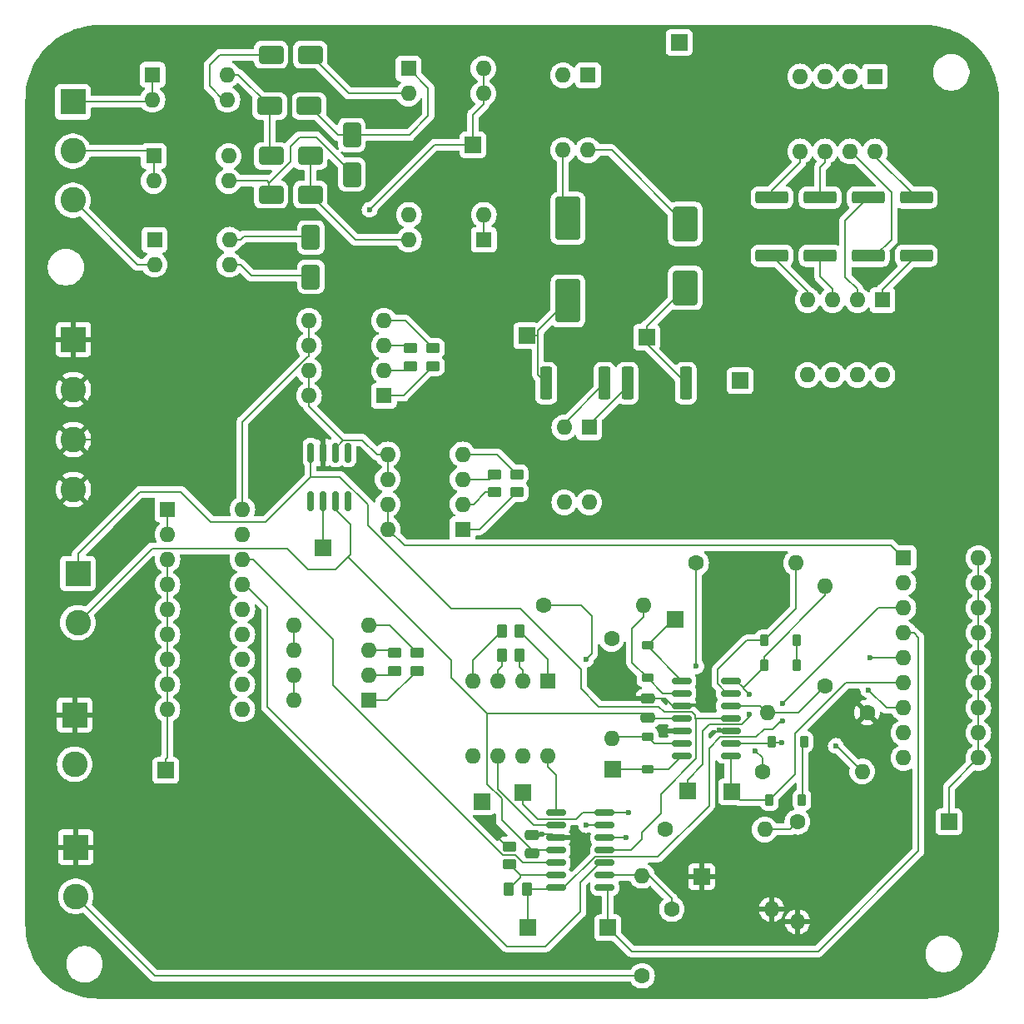
<source format=gbr>
%TF.GenerationSoftware,KiCad,Pcbnew,8.0.2*%
%TF.CreationDate,2025-04-19T11:58:39+02:00*%
%TF.ProjectId,Patje zuig men kloten,5061746a-6520-47a7-9569-67206d656e20,rev?*%
%TF.SameCoordinates,Original*%
%TF.FileFunction,Copper,L1,Top*%
%TF.FilePolarity,Positive*%
%FSLAX46Y46*%
G04 Gerber Fmt 4.6, Leading zero omitted, Abs format (unit mm)*
G04 Created by KiCad (PCBNEW 8.0.2) date 2025-04-19 11:58:39*
%MOMM*%
%LPD*%
G01*
G04 APERTURE LIST*
G04 Aperture macros list*
%AMRoundRect*
0 Rectangle with rounded corners*
0 $1 Rounding radius*
0 $2 $3 $4 $5 $6 $7 $8 $9 X,Y pos of 4 corners*
0 Add a 4 corners polygon primitive as box body*
4,1,4,$2,$3,$4,$5,$6,$7,$8,$9,$2,$3,0*
0 Add four circle primitives for the rounded corners*
1,1,$1+$1,$2,$3*
1,1,$1+$1,$4,$5*
1,1,$1+$1,$6,$7*
1,1,$1+$1,$8,$9*
0 Add four rect primitives between the rounded corners*
20,1,$1+$1,$2,$3,$4,$5,0*
20,1,$1+$1,$4,$5,$6,$7,0*
20,1,$1+$1,$6,$7,$8,$9,0*
20,1,$1+$1,$8,$9,$2,$3,0*%
G04 Aperture macros list end*
%TA.AperFunction,SMDPad,CuDef*%
%ADD10RoundRect,0.250000X-0.450000X0.262500X-0.450000X-0.262500X0.450000X-0.262500X0.450000X0.262500X0*%
%TD*%
%TA.AperFunction,SMDPad,CuDef*%
%ADD11RoundRect,0.250000X1.425000X-0.362500X1.425000X0.362500X-1.425000X0.362500X-1.425000X-0.362500X0*%
%TD*%
%TA.AperFunction,SMDPad,CuDef*%
%ADD12RoundRect,0.250000X-0.262500X-0.450000X0.262500X-0.450000X0.262500X0.450000X-0.262500X0.450000X0*%
%TD*%
%TA.AperFunction,ComponentPad*%
%ADD13C,1.600000*%
%TD*%
%TA.AperFunction,ComponentPad*%
%ADD14O,1.600000X1.600000*%
%TD*%
%TA.AperFunction,ComponentPad*%
%ADD15R,1.600000X1.600000*%
%TD*%
%TA.AperFunction,ComponentPad*%
%ADD16R,1.700000X1.700000*%
%TD*%
%TA.AperFunction,SMDPad,CuDef*%
%ADD17RoundRect,0.250000X-0.362500X-1.425000X0.362500X-1.425000X0.362500X1.425000X-0.362500X1.425000X0*%
%TD*%
%TA.AperFunction,SMDPad,CuDef*%
%ADD18RoundRect,0.225000X-0.375000X0.225000X-0.375000X-0.225000X0.375000X-0.225000X0.375000X0.225000X0*%
%TD*%
%TA.AperFunction,SMDPad,CuDef*%
%ADD19RoundRect,0.250000X0.475000X-0.250000X0.475000X0.250000X-0.475000X0.250000X-0.475000X-0.250000X0*%
%TD*%
%TA.AperFunction,SMDPad,CuDef*%
%ADD20RoundRect,0.225000X-0.225000X-0.375000X0.225000X-0.375000X0.225000X0.375000X-0.225000X0.375000X0*%
%TD*%
%TA.AperFunction,ComponentPad*%
%ADD21R,2.600000X2.600000*%
%TD*%
%TA.AperFunction,ComponentPad*%
%ADD22C,2.600000*%
%TD*%
%TA.AperFunction,SMDPad,CuDef*%
%ADD23RoundRect,0.250000X1.000000X0.650000X-1.000000X0.650000X-1.000000X-0.650000X1.000000X-0.650000X0*%
%TD*%
%TA.AperFunction,SMDPad,CuDef*%
%ADD24RoundRect,0.250000X-1.000000X1.950000X-1.000000X-1.950000X1.000000X-1.950000X1.000000X1.950000X0*%
%TD*%
%TA.AperFunction,SMDPad,CuDef*%
%ADD25RoundRect,0.150000X-0.825000X-0.150000X0.825000X-0.150000X0.825000X0.150000X-0.825000X0.150000X0*%
%TD*%
%TA.AperFunction,SMDPad,CuDef*%
%ADD26RoundRect,0.250000X0.450000X-0.262500X0.450000X0.262500X-0.450000X0.262500X-0.450000X-0.262500X0*%
%TD*%
%TA.AperFunction,SMDPad,CuDef*%
%ADD27RoundRect,0.250000X-1.000000X-0.650000X1.000000X-0.650000X1.000000X0.650000X-1.000000X0.650000X0*%
%TD*%
%TA.AperFunction,SMDPad,CuDef*%
%ADD28RoundRect,0.250000X-0.650000X1.000000X-0.650000X-1.000000X0.650000X-1.000000X0.650000X1.000000X0*%
%TD*%
%TA.AperFunction,SMDPad,CuDef*%
%ADD29RoundRect,0.250000X-1.000000X1.500000X-1.000000X-1.500000X1.000000X-1.500000X1.000000X1.500000X0*%
%TD*%
%TA.AperFunction,SMDPad,CuDef*%
%ADD30RoundRect,0.250000X0.262500X0.450000X-0.262500X0.450000X-0.262500X-0.450000X0.262500X-0.450000X0*%
%TD*%
%TA.AperFunction,SMDPad,CuDef*%
%ADD31RoundRect,0.150000X-0.150000X0.825000X-0.150000X-0.825000X0.150000X-0.825000X0.150000X0.825000X0*%
%TD*%
%TA.AperFunction,ViaPad*%
%ADD32C,0.600000*%
%TD*%
%TA.AperFunction,Conductor*%
%ADD33C,0.200000*%
%TD*%
G04 APERTURE END LIST*
D10*
%TO.P,Rf1,1*%
%TO.N,Net-(Rf1-Pad1)*%
X141962500Y-88368500D03*
%TO.P,Rf1,2*%
%TO.N,Net-(Rf1-Pad2)*%
X141962500Y-90193500D03*
%TD*%
D11*
%TO.P,R3,1*%
%TO.N,Net-(R3-Pad1)*%
X179998500Y-66167000D03*
%TO.P,R3,2*%
%TO.N,Net-(R3-Pad2)*%
X179998500Y-60242000D03*
%TD*%
D12*
%TO.P,Rf4,1*%
%TO.N,Net-(Rf4-Pad1)*%
X142735000Y-106763500D03*
%TO.P,Rf4,2*%
%TO.N,Net-(Rf4-Pad2)*%
X144560000Y-106763500D03*
%TD*%
D13*
%TO.P,R15,1*%
%TO.N,SIG6*%
X169220000Y-118600000D03*
D14*
%TO.P,R15,2*%
%TO.N,Net-(D5-K)*%
X179380000Y-118600000D03*
%TD*%
D15*
%TO.P,SW2,1*%
%TO.N,Net-(J10-Pin_1)*%
X180687500Y-47921500D03*
D14*
%TO.P,SW2,2*%
X178147500Y-47921500D03*
%TO.P,SW2,3*%
X175607500Y-47921500D03*
%TO.P,SW2,4*%
X173067500Y-47921500D03*
%TO.P,SW2,5*%
%TO.N,Net-(R1-Pad2)*%
X173067500Y-55541500D03*
%TO.P,SW2,6*%
%TO.N,Net-(R2-Pad2)*%
X175607500Y-55541500D03*
%TO.P,SW2,7*%
%TO.N,Net-(R3-Pad1)*%
X178147500Y-55541500D03*
%TO.P,SW2,8*%
%TO.N,Net-(R4-Pad2)*%
X180687500Y-55541500D03*
%TD*%
D13*
%TO.P,R9,1*%
%TO.N,+5V*%
X157000000Y-139380000D03*
D14*
%TO.P,R9,2*%
%TO.N,Net-(U2C--)*%
X157000000Y-129220000D03*
%TD*%
D16*
%TO.P,J19,1,Pin_1*%
%TO.N,OUT5*%
X144883500Y-120777000D03*
%TD*%
D13*
%TO.P,R17,1*%
%TO.N,Net-(U3D-+)*%
X175600000Y-109880000D03*
D14*
%TO.P,R17,2*%
%TO.N,OUT9*%
X175600000Y-99720000D03*
%TD*%
D17*
%TO.P,R5,1*%
%TO.N,Net-(J7-Pin_1)*%
X147255000Y-79121000D03*
%TO.P,R5,2*%
%TO.N,Net-(R5-Pad2)*%
X153180000Y-79121000D03*
%TD*%
D16*
%TO.P,J18,1,Pin_1*%
%TO.N,OUT8*%
X160330500Y-103124000D03*
%TD*%
%TO.P,J17,1,Pin_1*%
%TO.N,OUT7*%
X154027500Y-118364000D03*
%TD*%
D11*
%TO.P,R2,1*%
%TO.N,Net-(R2-Pad1)*%
X175108500Y-66167000D03*
%TO.P,R2,2*%
%TO.N,Net-(R2-Pad2)*%
X175108500Y-60242000D03*
%TD*%
D18*
%TO.P,D4,1,K*%
%TO.N,Net-(D4-K)*%
X157583500Y-115063000D03*
%TO.P,D4,2,A*%
%TO.N,OUT7*%
X157583500Y-118363000D03*
%TD*%
D15*
%TO.P,SW6,1*%
%TO.N,Net-(J10-Pin_1)*%
X107418500Y-64516000D03*
D14*
%TO.P,SW6,2*%
%TO.N,Net-(J1-Pin_3)*%
X107418500Y-67056000D03*
%TO.P,SW6,3*%
%TO.N,Net-(D2-A)*%
X115038500Y-67056000D03*
%TO.P,SW6,4*%
%TO.N,Net-(D2-K)*%
X115038500Y-64516000D03*
%TD*%
D19*
%TO.P,C4,1*%
%TO.N,REF+*%
X157583500Y-113091000D03*
%TO.P,C4,2*%
%TO.N,GND*%
X157583500Y-111191000D03*
%TD*%
D20*
%TO.P,D5,1,K*%
%TO.N,Net-(D5-K)*%
X170156500Y-115570000D03*
%TO.P,D5,2,A*%
%TO.N,Net-(D5-A)*%
X173456500Y-115570000D03*
%TD*%
D21*
%TO.P,J22,1,Pin_1*%
%TO.N,GND*%
X99400000Y-126300000D03*
D22*
%TO.P,J22,2,Pin_2*%
%TO.N,+5V*%
X99400000Y-131300000D03*
%TD*%
D23*
%TO.P,D7,1,K*%
%TO.N,Net-(D10-K)*%
X123134500Y-50927000D03*
%TO.P,D7,2,A*%
%TO.N,Net-(D7-A)*%
X119134500Y-50927000D03*
%TD*%
D10*
%TO.P,R7,1*%
%TO.N,GND*%
X143486500Y-126214500D03*
%TO.P,R7,2*%
%TO.N,Net-(U2B--)*%
X143486500Y-128039500D03*
%TD*%
D16*
%TO.P,J7,1,Pin_1*%
%TO.N,Net-(J7-Pin_1)*%
X145264500Y-74295000D03*
%TD*%
D24*
%TO.P,C1,1*%
%TO.N,Net-(C1-Pad1)*%
X149455500Y-62348000D03*
%TO.P,C1,2*%
%TO.N,Net-(J7-Pin_1)*%
X149455500Y-70748000D03*
%TD*%
D21*
%TO.P,J1,1,Pin_1*%
%TO.N,Net-(J1-Pin_1)*%
X99112500Y-50499000D03*
D22*
%TO.P,J1,2,Pin_2*%
%TO.N,Net-(J1-Pin_2)*%
X99112500Y-55499000D03*
%TO.P,J1,3,Pin_3*%
%TO.N,Net-(J1-Pin_3)*%
X99112500Y-60499000D03*
%TD*%
D25*
%TO.P,U3,1*%
%TO.N,OUT8*%
X161045500Y-109368000D03*
%TO.P,U3,2,-*%
%TO.N,Net-(D3-A)*%
X161045500Y-110638000D03*
%TO.P,U3,3,+*%
%TO.N,GND*%
X161045500Y-111908000D03*
%TO.P,U3,4,V+*%
%TO.N,REF+*%
X161045500Y-113178000D03*
%TO.P,U3,5,+*%
%TO.N,GND*%
X161045500Y-114448000D03*
%TO.P,U3,6,-*%
%TO.N,Net-(D4-K)*%
X161045500Y-115718000D03*
%TO.P,U3,7*%
%TO.N,OUT7*%
X161045500Y-116988000D03*
%TO.P,U3,8*%
%TO.N,OUT6*%
X165995500Y-116988000D03*
%TO.P,U3,9,-*%
%TO.N,Net-(D5-K)*%
X165995500Y-115718000D03*
%TO.P,U3,10,+*%
%TO.N,GND*%
X165995500Y-114448000D03*
%TO.P,U3,11,V-*%
%TO.N,REF-*%
X165995500Y-113178000D03*
%TO.P,U3,12,+*%
%TO.N,Net-(U3D-+)*%
X165995500Y-111908000D03*
%TO.P,U3,13,-*%
%TO.N,Net-(D11-K)*%
X165995500Y-110638000D03*
%TO.P,U3,14*%
%TO.N,OUT9*%
X165995500Y-109368000D03*
%TD*%
D26*
%TO.P,Ri3,1*%
%TO.N,Net-(Ri3-Pad1)*%
X134088500Y-108354500D03*
%TO.P,Ri3,2*%
%TO.N,Net-(Ri3-Pad2)*%
X134088500Y-106529500D03*
%TD*%
D16*
%TO.P,J21,1,Pin_1*%
%TO.N,OUT*%
X188190500Y-123698000D03*
%TD*%
D15*
%TO.P,SW14,1*%
%TO.N,SIG*%
X108731000Y-91958000D03*
D14*
%TO.P,SW14,2*%
X108731000Y-94498000D03*
%TO.P,SW14,3*%
X108731000Y-97038000D03*
%TO.P,SW14,4*%
X108731000Y-99578000D03*
%TO.P,SW14,5*%
X108731000Y-102118000D03*
%TO.P,SW14,6*%
X108731000Y-104658000D03*
%TO.P,SW14,7*%
X108731000Y-107198000D03*
%TO.P,SW14,8*%
X108731000Y-109738000D03*
%TO.P,SW14,9*%
X108731000Y-112278000D03*
%TO.P,SW14,10*%
%TO.N,SIG9*%
X116351000Y-112278000D03*
%TO.P,SW14,11*%
%TO.N,SIG8*%
X116351000Y-109738000D03*
%TO.P,SW14,12*%
%TO.N,SIG7*%
X116351000Y-107198000D03*
%TO.P,SW14,13*%
%TO.N,SIG6*%
X116351000Y-104658000D03*
%TO.P,SW14,14*%
%TO.N,SIG5*%
X116351000Y-102118000D03*
%TO.P,SW14,15*%
%TO.N,SIG4*%
X116351000Y-99578000D03*
%TO.P,SW14,16*%
%TO.N,SIG3*%
X116351000Y-97038000D03*
%TO.P,SW14,17*%
%TO.N,SIG2*%
X116351000Y-94498000D03*
%TO.P,SW14,18*%
%TO.N,SIG1*%
X116351000Y-91958000D03*
%TD*%
D15*
%TO.P,SW1,1*%
%TO.N,Net-(R4-Pad1)*%
X181449500Y-70654500D03*
D14*
%TO.P,SW1,2*%
%TO.N,Net-(R3-Pad2)*%
X178909500Y-70654500D03*
%TO.P,SW1,3*%
%TO.N,Net-(R2-Pad1)*%
X176369500Y-70654500D03*
%TO.P,SW1,4*%
%TO.N,Net-(R1-Pad1)*%
X173829500Y-70654500D03*
%TO.P,SW1,5*%
%TO.N,Net-(J6-Pin_1)*%
X173829500Y-78274500D03*
%TO.P,SW1,6*%
X176369500Y-78274500D03*
%TO.P,SW1,7*%
X178909500Y-78274500D03*
%TO.P,SW1,8*%
X181449500Y-78274500D03*
%TD*%
D16*
%TO.P,J5,1,Pin_1*%
%TO.N,GND*%
X163044500Y-129286000D03*
%TD*%
%TO.P,J16,1,Pin_1*%
%TO.N,OUT6*%
X166092500Y-120650000D03*
%TD*%
D15*
%TO.P,SW15,1*%
%TO.N,OUT1*%
X183580000Y-96901000D03*
D14*
%TO.P,SW15,2*%
%TO.N,OUT2*%
X183580000Y-99441000D03*
%TO.P,SW15,3*%
%TO.N,OUT3*%
X183580000Y-101981000D03*
%TO.P,SW15,4*%
%TO.N,OUT4*%
X183580000Y-104521000D03*
%TO.P,SW15,5*%
%TO.N,OUT5*%
X183580000Y-107061000D03*
%TO.P,SW15,6*%
%TO.N,OUT6*%
X183580000Y-109601000D03*
%TO.P,SW15,7*%
%TO.N,OUT7*%
X183580000Y-112141000D03*
%TO.P,SW15,8*%
%TO.N,OUT8*%
X183580000Y-114681000D03*
%TO.P,SW15,9*%
%TO.N,OUT9*%
X183580000Y-117221000D03*
%TO.P,SW15,10*%
%TO.N,OUT*%
X191200000Y-117221000D03*
%TO.P,SW15,11*%
X191200000Y-114681000D03*
%TO.P,SW15,12*%
X191200000Y-112141000D03*
%TO.P,SW15,13*%
X191200000Y-109601000D03*
%TO.P,SW15,14*%
X191200000Y-107061000D03*
%TO.P,SW15,15*%
X191200000Y-104521000D03*
%TO.P,SW15,16*%
X191200000Y-101981000D03*
%TO.P,SW15,17*%
X191200000Y-99441000D03*
%TO.P,SW15,18*%
X191200000Y-96901000D03*
%TD*%
D10*
%TO.P,Ri2,1*%
%TO.N,Net-(Ri2-Pad1)*%
X133453500Y-75541500D03*
%TO.P,Ri2,2*%
%TO.N,Net-(Ri2-Pad2)*%
X133453500Y-77366500D03*
%TD*%
D27*
%TO.P,D9,1,K*%
%TO.N,Net-(D10-A)*%
X119261500Y-59944000D03*
%TO.P,D9,2,A*%
%TO.N,Net-(D8-A)*%
X123261500Y-59944000D03*
%TD*%
D15*
%TO.P,SW10,1*%
%TO.N,Net-(Ri1-Pad1)*%
X130744000Y-80381000D03*
D14*
%TO.P,SW10,2*%
%TO.N,Net-(Ri2-Pad2)*%
X130744000Y-77841000D03*
%TO.P,SW10,3*%
%TO.N,Net-(Ri2-Pad1)*%
X130744000Y-75301000D03*
%TO.P,SW10,4*%
%TO.N,Net-(Ri1-Pad2)*%
X130744000Y-72761000D03*
%TO.P,SW10,5*%
%TO.N,SIG1*%
X123124000Y-72761000D03*
%TO.P,SW10,6*%
X123124000Y-75301000D03*
%TO.P,SW10,7*%
%TO.N,Net-(U1--)*%
X123124000Y-77841000D03*
%TO.P,SW10,8*%
X123124000Y-80381000D03*
%TD*%
D15*
%TO.P,SW8,1*%
%TO.N,Net-(D10-K)*%
X133242000Y-47112000D03*
D14*
%TO.P,SW8,2*%
%TO.N,Net-(D1-K)*%
X133242000Y-49652000D03*
%TO.P,SW8,3*%
%TO.N,Net-(J10-Pin_1)*%
X140862000Y-49652000D03*
%TO.P,SW8,4*%
X140862000Y-47112000D03*
%TD*%
D20*
%TO.P,D11,1,K*%
%TO.N,Net-(D11-K)*%
X169395500Y-105283000D03*
%TO.P,D11,2,A*%
%TO.N,Net-(D11-A)*%
X172695500Y-105283000D03*
%TD*%
D28*
%TO.P,D2,1,K*%
%TO.N,Net-(D2-K)*%
X123317000Y-64294000D03*
%TO.P,D2,2,A*%
%TO.N,Net-(D2-A)*%
X123317000Y-68294000D03*
%TD*%
D16*
%TO.P,J15,1,Pin_1*%
%TO.N,OUT9*%
X161620500Y-120603000D03*
%TD*%
%TO.P,J11,1,Pin_1*%
%TO.N,OUT1*%
X124563500Y-95885000D03*
%TD*%
D15*
%TO.P,SW7,1*%
%TO.N,Net-(J1-Pin_2)*%
X107334000Y-56002000D03*
D14*
%TO.P,SW7,2*%
X107334000Y-58542000D03*
%TO.P,SW7,3*%
%TO.N,Net-(D10-A)*%
X114954000Y-58542000D03*
%TO.P,SW7,4*%
%TO.N,Net-(SW7-Pad4)*%
X114954000Y-56002000D03*
%TD*%
D13*
%TO.P,R16,1*%
%TO.N,SIG9*%
X162500000Y-97400000D03*
D14*
%TO.P,R16,2*%
%TO.N,Net-(D11-K)*%
X172660000Y-97400000D03*
%TD*%
D16*
%TO.P,J6,1,Pin_1*%
%TO.N,Net-(J6-Pin_1)*%
X166981500Y-78867000D03*
%TD*%
D11*
%TO.P,R4,1*%
%TO.N,Net-(R4-Pad1)*%
X184888500Y-66167000D03*
%TO.P,R4,2*%
%TO.N,Net-(R4-Pad2)*%
X184888500Y-60242000D03*
%TD*%
D16*
%TO.P,J12,1,Pin_1*%
%TO.N,OUT2*%
X140692500Y-121666000D03*
%TD*%
D13*
%TO.P,R18,1*%
%TO.N,GND*%
X179880000Y-112600000D03*
D14*
%TO.P,R18,2*%
%TO.N,Net-(U3D-+)*%
X169720000Y-112600000D03*
%TD*%
D28*
%TO.P,D10,1,K*%
%TO.N,Net-(D10-K)*%
X127484500Y-53880000D03*
%TO.P,D10,2,A*%
%TO.N,Net-(D10-A)*%
X127484500Y-57880000D03*
%TD*%
D20*
%TO.P,D6,1,K*%
%TO.N,OUT6*%
X169950000Y-121500000D03*
%TO.P,D6,2,A*%
%TO.N,Net-(D5-A)*%
X173250000Y-121500000D03*
%TD*%
D15*
%TO.P,SW3,1*%
%TO.N,Net-(J10-Pin_1)*%
X151492500Y-47794500D03*
D14*
%TO.P,SW3,2*%
X148952500Y-47794500D03*
%TO.P,SW3,3*%
%TO.N,Net-(C1-Pad1)*%
X148952500Y-55414500D03*
%TO.P,SW3,4*%
%TO.N,Net-(C2-Pad1)*%
X151492500Y-55414500D03*
%TD*%
D13*
%TO.P,R14,1*%
%TO.N,SIG7*%
X153900000Y-105120000D03*
D14*
%TO.P,R14,2*%
%TO.N,Net-(D4-K)*%
X153900000Y-115280000D03*
%TD*%
D10*
%TO.P,Ri4,1*%
%TO.N,Net-(Ri4-Pad1)*%
X131802500Y-106529500D03*
%TO.P,Ri4,2*%
%TO.N,Net-(Ri4-Pad2)*%
X131802500Y-108354500D03*
%TD*%
D13*
%TO.P,R11,1*%
%TO.N,OUT5*%
X159320000Y-124500000D03*
D14*
%TO.P,R11,2*%
%TO.N,Net-(U2D-+)*%
X169480000Y-124500000D03*
%TD*%
D16*
%TO.P,J13,1,Pin_1*%
%TO.N,OUT3*%
X145391500Y-134493000D03*
%TD*%
D15*
%TO.P,SW12,1*%
%TO.N,Net-(Ri3-Pad1)*%
X129220000Y-111369000D03*
D14*
%TO.P,SW12,2*%
%TO.N,Net-(Ri4-Pad2)*%
X129220000Y-108829000D03*
%TO.P,SW12,3*%
%TO.N,Net-(Ri4-Pad1)*%
X129220000Y-106289000D03*
%TO.P,SW12,4*%
%TO.N,Net-(Ri3-Pad2)*%
X129220000Y-103749000D03*
%TO.P,SW12,5*%
%TO.N,SIG2*%
X121600000Y-103749000D03*
%TO.P,SW12,6*%
X121600000Y-106289000D03*
%TO.P,SW12,7*%
%TO.N,Net-(U2A--)*%
X121600000Y-108829000D03*
%TO.P,SW12,8*%
X121600000Y-111369000D03*
%TD*%
D16*
%TO.P,J9,1,Pin_1*%
%TO.N,Net-(J10-Pin_1)*%
X160758500Y-44450000D03*
%TD*%
D29*
%TO.P,C2,1*%
%TO.N,Net-(C2-Pad1)*%
X161393500Y-62917000D03*
%TO.P,C2,2*%
%TO.N,Net-(J8-Pin_1)*%
X161393500Y-69417000D03*
%TD*%
D12*
%TO.P,R8,1*%
%TO.N,Net-(U2B--)*%
X143463000Y-130556000D03*
%TO.P,R8,2*%
%TO.N,OUT3*%
X145288000Y-130556000D03*
%TD*%
D30*
%TO.P,Rf3,1*%
%TO.N,Net-(Rf3-Pad1)*%
X144560000Y-104350500D03*
%TO.P,Rf3,2*%
%TO.N,Net-(Rf3-Pad2)*%
X142735000Y-104350500D03*
%TD*%
D13*
%TO.P,R10,1*%
%TO.N,Net-(U2C--)*%
X160020000Y-132600000D03*
D14*
%TO.P,R10,2*%
%TO.N,GND*%
X170180000Y-132600000D03*
%TD*%
D16*
%TO.P,J14,1,Pin_1*%
%TO.N,OUT4*%
X153519500Y-134493000D03*
%TD*%
D21*
%TO.P,J4,1,Pin_1*%
%TO.N,GND*%
X99290500Y-112856000D03*
D22*
%TO.P,J4,2,Pin_2*%
%TO.N,SIG*%
X99290500Y-117856000D03*
%TD*%
D15*
%TO.P,SW13,1*%
%TO.N,Net-(Rf3-Pad1)*%
X147413500Y-109389500D03*
D14*
%TO.P,SW13,2*%
%TO.N,Net-(Rf4-Pad2)*%
X144873500Y-109389500D03*
%TO.P,SW13,3*%
%TO.N,Net-(Rf4-Pad1)*%
X142333500Y-109389500D03*
%TO.P,SW13,4*%
%TO.N,Net-(Rf3-Pad2)*%
X139793500Y-109389500D03*
%TO.P,SW13,5*%
%TO.N,Net-(U2A--)*%
X139793500Y-117009500D03*
%TO.P,SW13,6*%
X142333500Y-117009500D03*
%TO.P,SW13,7*%
%TO.N,OUT2*%
X144873500Y-117009500D03*
%TO.P,SW13,8*%
X147413500Y-117009500D03*
%TD*%
D13*
%TO.P,R13,1*%
%TO.N,SIG8*%
X147020000Y-101700000D03*
D14*
%TO.P,R13,2*%
%TO.N,Net-(D3-A)*%
X157180000Y-101700000D03*
%TD*%
D11*
%TO.P,R1,1*%
%TO.N,Net-(R1-Pad1)*%
X170218500Y-66167000D03*
%TO.P,R1,2*%
%TO.N,Net-(R1-Pad2)*%
X170218500Y-60242000D03*
%TD*%
D20*
%TO.P,D12,1,K*%
%TO.N,OUT9*%
X169395500Y-107823000D03*
%TO.P,D12,2,A*%
%TO.N,Net-(D11-A)*%
X172695500Y-107823000D03*
%TD*%
D15*
%TO.P,SW11,1*%
%TO.N,Net-(Rf2-Pad1)*%
X138745000Y-93970000D03*
D14*
%TO.P,SW11,2*%
%TO.N,Net-(Rf1-Pad2)*%
X138745000Y-91430000D03*
%TO.P,SW11,3*%
%TO.N,Net-(Rf1-Pad1)*%
X138745000Y-88890000D03*
%TO.P,SW11,4*%
%TO.N,Net-(Rf2-Pad2)*%
X138745000Y-86350000D03*
%TO.P,SW11,5*%
%TO.N,Net-(U1--)*%
X131125000Y-86350000D03*
%TO.P,SW11,6*%
X131125000Y-88890000D03*
%TO.P,SW11,7*%
%TO.N,OUT1*%
X131125000Y-91430000D03*
%TO.P,SW11,8*%
X131125000Y-93970000D03*
%TD*%
D19*
%TO.P,C3,1*%
%TO.N,REF+*%
X145772500Y-126934000D03*
%TO.P,C3,2*%
%TO.N,GND*%
X145772500Y-125034000D03*
%TD*%
D23*
%TO.P,D1,1,K*%
%TO.N,Net-(D1-K)*%
X123261500Y-45720000D03*
%TO.P,D1,2,A*%
%TO.N,Net-(D1-A)*%
X119261500Y-45720000D03*
%TD*%
D16*
%TO.P,J20,1,Pin_1*%
%TO.N,SIG*%
X108561500Y-118491000D03*
%TD*%
D17*
%TO.P,R6,1*%
%TO.N,Net-(R6-Pad1)*%
X155510000Y-79121000D03*
%TO.P,R6,2*%
%TO.N,Net-(J8-Pin_1)*%
X161435000Y-79121000D03*
%TD*%
D15*
%TO.P,SW9,1*%
%TO.N,Net-(J6-Pin_1)*%
X140904000Y-64521000D03*
D14*
%TO.P,SW9,2*%
X140904000Y-61981000D03*
%TO.P,SW9,3*%
%TO.N,Net-(SW7-Pad4)*%
X133284000Y-61981000D03*
%TO.P,SW9,4*%
%TO.N,Net-(D8-A)*%
X133284000Y-64521000D03*
%TD*%
D21*
%TO.P,J3,1,Pin_1*%
%TO.N,GND*%
X99163500Y-74676000D03*
D22*
%TO.P,J3,2,Pin_2*%
X99163500Y-79756000D03*
%TO.P,J3,3,Pin_3*%
X99163500Y-84836000D03*
%TO.P,J3,4,Pin_4*%
X99163500Y-89916000D03*
%TD*%
D15*
%TO.P,SW5,1*%
%TO.N,Net-(J1-Pin_1)*%
X107207000Y-47747000D03*
D14*
%TO.P,SW5,2*%
X107207000Y-50287000D03*
%TO.P,SW5,3*%
%TO.N,Net-(D1-A)*%
X114827000Y-50287000D03*
%TO.P,SW5,4*%
%TO.N,Net-(D7-A)*%
X114827000Y-47747000D03*
%TD*%
D21*
%TO.P,J2,1,Pin_1*%
%TO.N,REF-*%
X99620500Y-98465000D03*
D22*
%TO.P,J2,2,Pin_2*%
%TO.N,REF+*%
X99620500Y-103465000D03*
%TD*%
D31*
%TO.P,U1,1,NULL*%
%TO.N,unconnected-(U1-NULL-Pad1)*%
X127103500Y-86171000D03*
%TO.P,U1,2,-*%
%TO.N,Net-(U1--)*%
X125833500Y-86171000D03*
%TO.P,U1,3,+*%
%TO.N,GND*%
X124563500Y-86171000D03*
%TO.P,U1,4,V-*%
%TO.N,REF-*%
X123293500Y-86171000D03*
%TO.P,U1,5,NULL*%
%TO.N,unconnected-(U1-NULL-Pad5)*%
X123293500Y-91121000D03*
%TO.P,U1,6*%
%TO.N,OUT1*%
X124563500Y-91121000D03*
%TO.P,U1,7,V+*%
%TO.N,REF+*%
X125833500Y-91121000D03*
%TO.P,U1,8,NC*%
%TO.N,unconnected-(U1-NC-Pad8)*%
X127103500Y-91121000D03*
%TD*%
D16*
%TO.P,J10,1,Pin_1*%
%TO.N,Net-(J10-Pin_1)*%
X139803500Y-54864000D03*
%TD*%
D27*
%TO.P,D8,1,K*%
%TO.N,Net-(D7-A)*%
X119261500Y-56007000D03*
%TO.P,D8,2,A*%
%TO.N,Net-(D8-A)*%
X123261500Y-56007000D03*
%TD*%
D26*
%TO.P,Ri1,1*%
%TO.N,Net-(Ri1-Pad1)*%
X135739500Y-77366500D03*
%TO.P,Ri1,2*%
%TO.N,Net-(Ri1-Pad2)*%
X135739500Y-75541500D03*
%TD*%
D16*
%TO.P,J8,1,Pin_1*%
%TO.N,Net-(J8-Pin_1)*%
X157456500Y-74422000D03*
%TD*%
D25*
%TO.P,U2,1*%
%TO.N,OUT2*%
X148250500Y-122809000D03*
%TO.P,U2,2,-*%
%TO.N,Net-(U2A--)*%
X148250500Y-124079000D03*
%TO.P,U2,3,+*%
%TO.N,GND*%
X148250500Y-125349000D03*
%TO.P,U2,4,V+*%
%TO.N,REF+*%
X148250500Y-126619000D03*
%TO.P,U2,5,+*%
%TO.N,SIG3*%
X148250500Y-127889000D03*
%TO.P,U2,6,-*%
%TO.N,Net-(U2B--)*%
X148250500Y-129159000D03*
%TO.P,U2,7*%
%TO.N,OUT3*%
X148250500Y-130429000D03*
%TO.P,U2,8*%
%TO.N,OUT4*%
X153200500Y-130429000D03*
%TO.P,U2,9,-*%
%TO.N,Net-(U2C--)*%
X153200500Y-129159000D03*
%TO.P,U2,10,+*%
%TO.N,SIG4*%
X153200500Y-127889000D03*
%TO.P,U2,11,V-*%
%TO.N,REF-*%
X153200500Y-126619000D03*
%TO.P,U2,12,+*%
%TO.N,Net-(U2D-+)*%
X153200500Y-125349000D03*
%TO.P,U2,13,-*%
%TO.N,SIG5*%
X153200500Y-124079000D03*
%TO.P,U2,14*%
%TO.N,OUT5*%
X153200500Y-122809000D03*
%TD*%
D13*
%TO.P,R12,1*%
%TO.N,Net-(U2D-+)*%
X172800000Y-123720000D03*
D14*
%TO.P,R12,2*%
%TO.N,GND*%
X172800000Y-133880000D03*
%TD*%
D18*
%TO.P,D3,1,K*%
%TO.N,OUT8*%
X157536500Y-105792000D03*
%TO.P,D3,2,A*%
%TO.N,Net-(D3-A)*%
X157536500Y-109092000D03*
%TD*%
D26*
%TO.P,Rf2,1*%
%TO.N,Net-(Rf2-Pad1)*%
X144248500Y-90193500D03*
%TO.P,Rf2,2*%
%TO.N,Net-(Rf2-Pad2)*%
X144248500Y-88368500D03*
%TD*%
D15*
%TO.P,SW4,1*%
%TO.N,Net-(R6-Pad1)*%
X151619500Y-83608500D03*
D14*
%TO.P,SW4,2*%
%TO.N,Net-(R5-Pad2)*%
X149079500Y-83608500D03*
%TO.P,SW4,3*%
%TO.N,Net-(J6-Pin_1)*%
X149079500Y-91228500D03*
%TO.P,SW4,4*%
X151619500Y-91228500D03*
%TD*%
D32*
%TO.N,GND*%
X163068000Y-112268000D03*
X161045500Y-114448000D03*
X142367000Y-125349000D03*
X146812000Y-124968000D03*
X164846000Y-114413000D03*
X113792000Y-84836000D03*
X154559000Y-109347000D03*
X118491000Y-84836000D03*
%TO.N,OUT7*%
X180000000Y-110300000D03*
%TO.N,Net-(D5-K)*%
X171200000Y-115700000D03*
X176700000Y-116000000D03*
%TO.N,OUT9*%
X167894000Y-112776000D03*
X167894000Y-110744000D03*
%TO.N,Net-(J10-Pin_1)*%
X129286000Y-61468000D03*
%TO.N,OUT3*%
X171300000Y-113500000D03*
X171300000Y-111700000D03*
%TO.N,OUT5*%
X155655000Y-122809000D03*
X180200000Y-107000000D03*
%TO.N,Net-(U2D-+)*%
X155400000Y-125349000D03*
%TO.N,SIG8*%
X151300000Y-107200000D03*
%TO.N,SIG6*%
X168530800Y-116469500D03*
%TO.N,SIG9*%
X162500000Y-107900000D03*
%TO.N,SIG5*%
X151308200Y-124052400D03*
%TD*%
D33*
%TO.N,Net-(J7-Pin_1)*%
X146416200Y-73787300D02*
X146416200Y-74295000D01*
X149455500Y-70748000D02*
X146416200Y-73787300D01*
X147255000Y-79121000D02*
X146416200Y-78282200D01*
X145264500Y-74295000D02*
X146416200Y-74295000D01*
X146416200Y-78282200D02*
X146416200Y-74295000D01*
%TO.N,Net-(C1-Pad1)*%
X148952500Y-55414500D02*
X148952500Y-61845000D01*
X148952500Y-61845000D02*
X149455500Y-62348000D01*
%TO.N,Net-(C2-Pad1)*%
X161393500Y-62917000D02*
X153891000Y-55414500D01*
X153891000Y-55414500D02*
X151492500Y-55414500D01*
%TO.N,Net-(J8-Pin_1)*%
X157540200Y-73270300D02*
X157456500Y-73270300D01*
X157456500Y-74422000D02*
X157456500Y-73270300D01*
X157456500Y-75142500D02*
X157456500Y-74422000D01*
X161393500Y-69417000D02*
X157540200Y-73270300D01*
X161435000Y-79121000D02*
X157456500Y-75142500D01*
%TO.N,GND*%
X123187499Y-83820000D02*
X124563500Y-85196001D01*
X161045500Y-111908000D02*
X160070501Y-111908000D01*
X143232500Y-126214500D02*
X142367000Y-125349000D01*
X146812000Y-124968000D02*
X145838500Y-124968000D01*
X162708000Y-111908000D02*
X163068000Y-112268000D01*
X145838500Y-124968000D02*
X145772500Y-125034000D01*
X165960500Y-114413000D02*
X165995500Y-114448000D01*
X160070501Y-111908000D02*
X159353501Y-111191000D01*
X146812000Y-124968000D02*
X147869500Y-124968000D01*
X99163500Y-84836000D02*
X113792000Y-84836000D01*
X118491000Y-84836000D02*
X119507000Y-83820000D01*
X157583500Y-111191000D02*
X156403000Y-111191000D01*
X161045500Y-111908000D02*
X162708000Y-111908000D01*
X159353501Y-111191000D02*
X157583500Y-111191000D01*
X124563500Y-85196001D02*
X124563500Y-86171000D01*
X156403000Y-111191000D02*
X154559000Y-109347000D01*
X119507000Y-83820000D02*
X123187499Y-83820000D01*
X164846000Y-114413000D02*
X165960500Y-114413000D01*
X143486500Y-126214500D02*
X143232500Y-126214500D01*
X147869500Y-124968000D02*
X148250500Y-125349000D01*
%TO.N,REF+*%
X141218700Y-112720800D02*
X141218700Y-119870600D01*
X125833500Y-91924500D02*
X125833500Y-91121000D01*
X161045500Y-113178000D02*
X157670500Y-113178000D01*
X125857000Y-98044000D02*
X127094700Y-96806300D01*
X127094700Y-96806300D02*
X127381000Y-96520000D01*
X157670500Y-113178000D02*
X157583500Y-113091000D01*
X142719400Y-121371300D02*
X142719400Y-123565900D01*
X107172700Y-95912800D02*
X120931800Y-95912800D01*
X141218700Y-112720800D02*
X157213300Y-112720800D01*
X137574500Y-109076600D02*
X141218700Y-112720800D01*
X157213300Y-112720800D02*
X157583500Y-113091000D01*
X145772500Y-126619000D02*
X148250500Y-126619000D01*
X141218700Y-119870600D02*
X142719400Y-121371300D01*
X142719400Y-123565900D02*
X145772500Y-126619000D01*
X127381000Y-93472000D02*
X125833500Y-91924500D01*
X137574500Y-107286100D02*
X137574500Y-109076600D01*
X127381000Y-96520000D02*
X127381000Y-93472000D01*
X145772500Y-126619000D02*
X145772500Y-126934000D01*
X99620500Y-103465000D02*
X107172700Y-95912800D01*
X123063000Y-98044000D02*
X125857000Y-98044000D01*
X127094700Y-96806300D02*
X137574500Y-107286100D01*
X120931800Y-95912800D02*
X123063000Y-98044000D01*
%TO.N,Net-(D1-A)*%
X114046000Y-45720000D02*
X119261500Y-45720000D01*
X114422000Y-50287000D02*
X113030000Y-48895000D01*
X113030000Y-46736000D02*
X114046000Y-45720000D01*
X114827000Y-50287000D02*
X114422000Y-50287000D01*
X113030000Y-48895000D02*
X113030000Y-46736000D01*
%TO.N,Net-(D1-K)*%
X127193500Y-49652000D02*
X133242000Y-49652000D01*
X123261500Y-45720000D02*
X127193500Y-49652000D01*
%TO.N,Net-(D2-A)*%
X123190000Y-68167000D02*
X123317000Y-68294000D01*
X115038500Y-67056000D02*
X116140200Y-67056000D01*
X116140200Y-67056000D02*
X117251200Y-68167000D01*
X117251200Y-68167000D02*
X123190000Y-68167000D01*
%TO.N,Net-(D2-K)*%
X116489200Y-64167000D02*
X123190000Y-64167000D01*
X116140200Y-64516000D02*
X116489200Y-64167000D01*
X123190000Y-64167000D02*
X123317000Y-64294000D01*
X115038500Y-64516000D02*
X116140200Y-64516000D01*
%TO.N,Net-(D3-A)*%
X157180000Y-102920000D02*
X157180000Y-101700000D01*
X161045500Y-110638000D02*
X159082500Y-110638000D01*
X159082500Y-110638000D02*
X157536500Y-109092000D01*
X157536500Y-109092000D02*
X156000000Y-107555500D01*
X156000000Y-107555500D02*
X156000000Y-104100000D01*
X156000000Y-104100000D02*
X157180000Y-102920000D01*
%TO.N,OUT8*%
X160204500Y-103124000D02*
X157536500Y-105792000D01*
X161045500Y-109368000D02*
X157536500Y-105859000D01*
X160330500Y-103124000D02*
X160204500Y-103124000D01*
X157536500Y-105859000D02*
X157536500Y-105792000D01*
%TO.N,Net-(D4-K)*%
X157583500Y-115063000D02*
X154117000Y-115063000D01*
X161045500Y-115718000D02*
X158238500Y-115718000D01*
X154117000Y-115063000D02*
X153900000Y-115280000D01*
X158238500Y-115718000D02*
X157583500Y-115063000D01*
%TO.N,OUT7*%
X157582500Y-118364000D02*
X157583500Y-118363000D01*
X181841000Y-112141000D02*
X183580000Y-112141000D01*
X159670500Y-118363000D02*
X161045500Y-116988000D01*
X180000000Y-110300000D02*
X181841000Y-112141000D01*
X157583500Y-118363000D02*
X159670500Y-118363000D01*
X154027500Y-118364000D02*
X157582500Y-118364000D01*
%TO.N,Net-(D5-A)*%
X173330500Y-121419500D02*
X173330500Y-115696000D01*
X173330500Y-115696000D02*
X173456500Y-115570000D01*
X173250000Y-121500000D02*
X173330500Y-121419500D01*
%TO.N,Net-(D5-K)*%
X176780000Y-116000000D02*
X176700000Y-116000000D01*
X165995500Y-115718000D02*
X170008500Y-115718000D01*
X171200000Y-115700000D02*
X170286500Y-115700000D01*
X170008500Y-115718000D02*
X170156500Y-115570000D01*
X170286500Y-115700000D02*
X170156500Y-115570000D01*
X179380000Y-118600000D02*
X176780000Y-116000000D01*
%TO.N,OUT6*%
X165995500Y-120553000D02*
X165995500Y-116988000D01*
X172536800Y-118913200D02*
X172536800Y-114763200D01*
X169950000Y-121500000D02*
X172536800Y-118913200D01*
X166942500Y-121500000D02*
X166092500Y-120650000D01*
X166092500Y-120650000D02*
X165995500Y-120553000D01*
X169950000Y-121500000D02*
X166942500Y-121500000D01*
X172536800Y-114763200D02*
X177699000Y-109601000D01*
X177699000Y-109601000D02*
X183580000Y-109601000D01*
%TO.N,Net-(D7-A)*%
X119108700Y-50927000D02*
X115928700Y-47747000D01*
X119261500Y-56007000D02*
X119134500Y-55880000D01*
X119134500Y-50927000D02*
X119108700Y-50927000D01*
X119134500Y-55880000D02*
X119134500Y-50927000D01*
X114827000Y-47747000D02*
X115928700Y-47747000D01*
%TO.N,Net-(D10-K)*%
X135255000Y-49125000D02*
X135255000Y-51943000D01*
X135255000Y-51943000D02*
X133318000Y-53880000D01*
X133318000Y-53880000D02*
X127484500Y-53880000D01*
X127484500Y-53880000D02*
X126087500Y-53880000D01*
X133242000Y-47112000D02*
X135255000Y-49125000D01*
X126087500Y-53880000D02*
X123134500Y-50927000D01*
%TO.N,Net-(D8-A)*%
X127838500Y-64521000D02*
X123261500Y-59944000D01*
X123261500Y-59944000D02*
X123261500Y-56007000D01*
X133284000Y-64521000D02*
X127838500Y-64521000D01*
%TO.N,Net-(D10-A)*%
X119077900Y-58742800D02*
X121261500Y-56559200D01*
X123860300Y-54102000D02*
X127484500Y-57726200D01*
X119077900Y-59760400D02*
X119077900Y-58742800D01*
X121261500Y-56559200D02*
X121261500Y-55014500D01*
X121261500Y-55014500D02*
X122174000Y-54102000D01*
X114954000Y-58542000D02*
X118877100Y-58542000D01*
X122174000Y-54102000D02*
X123860300Y-54102000D01*
X127484500Y-57726200D02*
X127484500Y-57880000D01*
X119261500Y-59944000D02*
X119077900Y-59760400D01*
X118877100Y-58542000D02*
X119077900Y-58742800D01*
%TO.N,Net-(D11-K)*%
X165995500Y-110638000D02*
X165641600Y-110638000D01*
X167640000Y-105283000D02*
X169395500Y-105283000D01*
X164675400Y-108247600D02*
X167640000Y-105283000D01*
X165641600Y-110638000D02*
X164675400Y-109671800D01*
X172660000Y-97400000D02*
X172660000Y-102018500D01*
X164675400Y-109671800D02*
X164675400Y-108247600D01*
X172660000Y-102018500D02*
X169395500Y-105283000D01*
%TO.N,Net-(D11-A)*%
X172695500Y-107823000D02*
X172695500Y-105283000D01*
%TO.N,OUT9*%
X169395500Y-107823000D02*
X169395500Y-106904500D01*
X169395500Y-107962800D02*
X169395500Y-107823000D01*
X167272800Y-110085500D02*
X167272800Y-110122800D01*
X166555300Y-109368000D02*
X167272800Y-110085500D01*
X161620500Y-119451300D02*
X161620500Y-120603000D01*
X167894000Y-112776000D02*
X167894000Y-113033050D01*
X163180372Y-114441628D02*
X163180372Y-117891428D01*
X163809000Y-113813000D02*
X163180372Y-114441628D01*
X175600000Y-100700000D02*
X175600000Y-99720000D01*
X169395500Y-106904500D02*
X175600000Y-100700000D01*
X167114050Y-113813000D02*
X163809000Y-113813000D01*
X165995500Y-109368000D02*
X166555300Y-109368000D01*
X163180372Y-117891428D02*
X161620500Y-119451300D01*
X167272800Y-110122800D02*
X167894000Y-110744000D01*
X167894000Y-113033050D02*
X167114050Y-113813000D01*
X167272800Y-110085500D02*
X169395500Y-107962800D01*
%TO.N,Net-(J1-Pin_3)*%
X107418000Y-67056000D02*
X107418500Y-67056000D01*
X105670000Y-67056000D02*
X107418000Y-67056000D01*
X99112500Y-60499000D02*
X105670000Y-67056000D01*
%TO.N,Net-(J1-Pin_1)*%
X106995000Y-50499000D02*
X107207000Y-50287000D01*
X99112500Y-50499000D02*
X106995000Y-50499000D01*
X107207000Y-47747000D02*
X107207000Y-50287000D01*
%TO.N,Net-(J1-Pin_2)*%
X99112500Y-55499000D02*
X106831000Y-55499000D01*
X107334000Y-58542000D02*
X107334000Y-56002000D01*
X106831000Y-55499000D02*
X107334000Y-56002000D01*
%TO.N,REF-*%
X123293500Y-88646000D02*
X118721500Y-93218000D01*
X162500000Y-113315000D02*
X162363000Y-113178000D01*
X123293500Y-86171000D02*
X123293500Y-88646000D01*
X118721500Y-93218000D02*
X113157000Y-93218000D01*
X158705300Y-111999400D02*
X159248800Y-112542900D01*
X156972000Y-124821400D02*
X158900000Y-122893400D01*
X144591600Y-101991600D02*
X150800000Y-108200000D01*
X129112600Y-91489100D02*
X129112600Y-93547200D01*
X99620500Y-96467500D02*
X99620500Y-98465000D01*
X162363000Y-112860600D02*
X162363000Y-113178000D01*
X150800000Y-108200000D02*
X150800000Y-110200000D01*
X153200500Y-126619000D02*
X155881000Y-126619000D01*
X126269500Y-88646000D02*
X129112600Y-91489100D01*
X123293500Y-88646000D02*
X126269500Y-88646000D01*
X162500000Y-117300000D02*
X162500000Y-113315000D01*
X158900000Y-122893400D02*
X158900000Y-120900000D01*
X159248800Y-112542900D02*
X162045300Y-112542900D01*
X113157000Y-93218000D02*
X110109000Y-90170000D01*
X156972000Y-125528000D02*
X156972000Y-124821400D01*
X155881000Y-126619000D02*
X156972000Y-125528000D01*
X162045300Y-112542900D02*
X162363000Y-112860600D01*
X150800000Y-110200000D02*
X152599400Y-111999400D01*
X137557000Y-101991600D02*
X144591600Y-101991600D01*
X165995500Y-113178000D02*
X162363000Y-113178000D01*
X105918000Y-90170000D02*
X99620500Y-96467500D01*
X152599400Y-111999400D02*
X158705300Y-111999400D01*
X110109000Y-90170000D02*
X105918000Y-90170000D01*
X129112600Y-93547200D02*
X137557000Y-101991600D01*
X158900000Y-120900000D02*
X162500000Y-117300000D01*
%TO.N,SIG*%
X108561500Y-118491000D02*
X108561500Y-117339300D01*
X108731000Y-117169800D02*
X108561500Y-117339300D01*
X108731000Y-104658000D02*
X108731000Y-102118000D01*
X108731000Y-102118000D02*
X108731000Y-99578000D01*
X108731000Y-112278000D02*
X108731000Y-117169800D01*
X108731000Y-107198000D02*
X108731000Y-104658000D01*
X108731000Y-109738000D02*
X108731000Y-107198000D01*
X108731000Y-109738000D02*
X108731000Y-112278000D01*
X108731000Y-99578000D02*
X108731000Y-97038000D01*
X108731000Y-94498000D02*
X108731000Y-91958000D01*
%TO.N,Net-(J6-Pin_1)*%
X140904000Y-61981000D02*
X140904000Y-64521000D01*
%TO.N,Net-(J10-Pin_1)*%
X139803500Y-51812200D02*
X139803500Y-54864000D01*
X135890000Y-54864000D02*
X139803500Y-54864000D01*
X140862000Y-47112000D02*
X140862000Y-49652000D01*
X140862000Y-49652000D02*
X140862000Y-50753700D01*
X140862000Y-50753700D02*
X139803500Y-51812200D01*
X129286000Y-61468000D02*
X135890000Y-54864000D01*
%TO.N,OUT1*%
X124563500Y-95885000D02*
X124563500Y-91121000D01*
X131125000Y-93970000D02*
X131181000Y-93970000D01*
X131181000Y-93970000D02*
X132811000Y-95600000D01*
X132811000Y-95600000D02*
X182279000Y-95600000D01*
X131125000Y-93970000D02*
X131125000Y-91430000D01*
X182279000Y-95600000D02*
X183580000Y-96901000D01*
%TO.N,OUT2*%
X148250500Y-118948200D02*
X148250500Y-122809000D01*
X147413500Y-118111200D02*
X148250500Y-118948200D01*
X147413500Y-117009500D02*
X147413500Y-118111200D01*
%TO.N,OUT3*%
X145391500Y-130556000D02*
X145391500Y-133341300D01*
X163800000Y-122073418D02*
X163800000Y-116239900D01*
X171300000Y-111700000D02*
X181019000Y-101981000D01*
X145391500Y-134493000D02*
X145391500Y-133341300D01*
X171100000Y-113500000D02*
X171300000Y-113500000D01*
X158619418Y-127254000D02*
X163800000Y-122073418D01*
X148250500Y-130429000D02*
X148123500Y-130556000D01*
X152201000Y-127254000D02*
X158619418Y-127254000D01*
X168617000Y-115083000D02*
X169400000Y-114300000D01*
X164956900Y-115083000D02*
X168617000Y-115083000D01*
X148123500Y-130556000D02*
X145391500Y-130556000D01*
X148250500Y-130429000D02*
X149026000Y-130429000D01*
X145391500Y-130556000D02*
X145288000Y-130556000D01*
X149026000Y-130429000D02*
X152201000Y-127254000D01*
X169400000Y-114300000D02*
X170300000Y-114300000D01*
X181019000Y-101981000D02*
X183580000Y-101981000D01*
X163800000Y-116239900D02*
X164956900Y-115083000D01*
X170300000Y-114300000D02*
X171100000Y-113500000D01*
%TO.N,OUT4*%
X153519500Y-130748000D02*
X153200500Y-130429000D01*
X185100000Y-105000000D02*
X185100000Y-126700000D01*
X184621000Y-104521000D02*
X185100000Y-105000000D01*
X185100000Y-126700000D02*
X174900000Y-136900000D01*
X183580000Y-104521000D02*
X184621000Y-104521000D01*
X174900000Y-136900000D02*
X155926500Y-136900000D01*
X155926500Y-136900000D02*
X153519500Y-134493000D01*
X153519500Y-134493000D02*
X153519500Y-130748000D01*
%TO.N,OUT5*%
X150958750Y-122809000D02*
X153200500Y-122809000D01*
X150323750Y-123444000D02*
X150958750Y-122809000D01*
X180200000Y-107000000D02*
X180261000Y-107061000D01*
X144883500Y-120777000D02*
X144883500Y-121928700D01*
X144883500Y-121928700D02*
X146398800Y-123444000D01*
X153200500Y-122809000D02*
X155655000Y-122809000D01*
X180261000Y-107061000D02*
X183580000Y-107061000D01*
X146398800Y-123444000D02*
X150323750Y-123444000D01*
%TO.N,OUT*%
X191200000Y-117221000D02*
X191200000Y-96901000D01*
X188190500Y-120230500D02*
X191200000Y-117221000D01*
X188190500Y-123698000D02*
X188190500Y-120230500D01*
%TO.N,Net-(R1-Pad1)*%
X173829500Y-70654500D02*
X173829500Y-69778000D01*
X173829500Y-69778000D02*
X170218500Y-66167000D01*
%TO.N,Net-(R1-Pad2)*%
X173067500Y-55541500D02*
X173067500Y-56643200D01*
X170218500Y-59492200D02*
X170218500Y-60242000D01*
X173067500Y-56643200D02*
X170218500Y-59492200D01*
%TO.N,Net-(R2-Pad1)*%
X175108500Y-68291800D02*
X175108500Y-66167000D01*
X176369500Y-69552800D02*
X175108500Y-68291800D01*
X176369500Y-70654500D02*
X176369500Y-69552800D01*
%TO.N,Net-(R2-Pad2)*%
X175607500Y-56643200D02*
X175108500Y-57142200D01*
X175607500Y-55541500D02*
X175607500Y-56643200D01*
X175108500Y-57142200D02*
X175108500Y-60242000D01*
%TO.N,Net-(R3-Pad1)*%
X182372000Y-64516000D02*
X180721000Y-66167000D01*
X178147500Y-55541500D02*
X178223500Y-55541500D01*
X182372000Y-59690000D02*
X182372000Y-64516000D01*
X178223500Y-55541500D02*
X182372000Y-59690000D01*
X180721000Y-66167000D02*
X179998500Y-66167000D01*
%TO.N,Net-(R3-Pad2)*%
X177673000Y-62567500D02*
X179998500Y-60242000D01*
X178909500Y-70654500D02*
X178909500Y-69552800D01*
X177673000Y-68316300D02*
X177673000Y-62567500D01*
X178909500Y-69552800D02*
X177673000Y-68316300D01*
%TO.N,Net-(R4-Pad2)*%
X180687500Y-56041000D02*
X184888500Y-60242000D01*
X180687500Y-55541500D02*
X180687500Y-56041000D01*
%TO.N,Net-(R4-Pad1)*%
X181449500Y-70654500D02*
X181449500Y-69552800D01*
X181449500Y-69552800D02*
X181502700Y-69552800D01*
X181502700Y-69552800D02*
X184888500Y-66167000D01*
%TO.N,Net-(R5-Pad2)*%
X149079500Y-83221500D02*
X153180000Y-79121000D01*
X149079500Y-83608500D02*
X149079500Y-83221500D01*
%TO.N,Net-(R6-Pad1)*%
X155510000Y-79419500D02*
X155510000Y-79121000D01*
X151619500Y-83608500D02*
X151619500Y-83310000D01*
X151619500Y-83310000D02*
X155510000Y-79419500D01*
%TO.N,Net-(U2B--)*%
X144606000Y-129159000D02*
X143486500Y-128039500D01*
X144606000Y-129413000D02*
X144606000Y-129159000D01*
X148250500Y-129159000D02*
X144606000Y-129159000D01*
X143463000Y-130556000D02*
X144606000Y-129413000D01*
%TO.N,+5V*%
X107480000Y-139380000D02*
X157000000Y-139380000D01*
X99400000Y-131300000D02*
X107480000Y-139380000D01*
%TO.N,Net-(U2C--)*%
X157659000Y-129159000D02*
X160020000Y-131520000D01*
X160020000Y-131520000D02*
X160020000Y-132600000D01*
X153200500Y-129159000D02*
X157659000Y-129159000D01*
%TO.N,Net-(U2D-+)*%
X169480000Y-124500000D02*
X172020000Y-124500000D01*
X153200500Y-125349000D02*
X155400000Y-125349000D01*
X172020000Y-124500000D02*
X172800000Y-123720000D01*
%TO.N,SIG8*%
X151900000Y-102800000D02*
X150800000Y-101700000D01*
X151900000Y-106600000D02*
X151900000Y-102800000D01*
X150800000Y-101700000D02*
X147020000Y-101700000D01*
X151300000Y-107200000D02*
X151900000Y-106600000D01*
%TO.N,SIG6*%
X169220000Y-118600000D02*
X169220000Y-117158700D01*
X169220000Y-117158700D02*
X168530800Y-116469500D01*
%TO.N,SIG9*%
X162500000Y-107900000D02*
X162500000Y-97400000D01*
%TO.N,Net-(U3D-+)*%
X169720000Y-112600000D02*
X172880000Y-112600000D01*
X165995500Y-111908000D02*
X169028000Y-111908000D01*
X172880000Y-112600000D02*
X175600000Y-109880000D01*
X169028000Y-111908000D02*
X169720000Y-112600000D01*
%TO.N,Net-(Rf1-Pad2)*%
X139846700Y-91430000D02*
X141083200Y-90193500D01*
X141083200Y-90193500D02*
X141962500Y-90193500D01*
X138745000Y-91430000D02*
X139846700Y-91430000D01*
%TO.N,Net-(Rf1-Pad1)*%
X141441000Y-88890000D02*
X141962500Y-88368500D01*
X138745000Y-88890000D02*
X141441000Y-88890000D01*
%TO.N,Net-(Rf2-Pad2)*%
X138745000Y-86350000D02*
X142230000Y-86350000D01*
X142230000Y-86350000D02*
X144248500Y-88368500D01*
%TO.N,Net-(Rf2-Pad1)*%
X138745000Y-93970000D02*
X140472000Y-93970000D01*
X140472000Y-93970000D02*
X144248500Y-90193500D01*
%TO.N,Net-(Rf3-Pad2)*%
X139793500Y-107292000D02*
X139793500Y-109389500D01*
X142735000Y-104350500D02*
X139793500Y-107292000D01*
%TO.N,Net-(Rf3-Pad1)*%
X147413500Y-109389500D02*
X147413500Y-107204000D01*
X147413500Y-107204000D02*
X144560000Y-104350500D01*
%TO.N,Net-(Rf4-Pad2)*%
X144873500Y-108287800D02*
X144560000Y-107974300D01*
X144873500Y-109389500D02*
X144873500Y-108287800D01*
X144560000Y-107974300D02*
X144560000Y-106763500D01*
%TO.N,Net-(Rf4-Pad1)*%
X142735000Y-107886300D02*
X142735000Y-106763500D01*
X142333500Y-109389500D02*
X142333500Y-108287800D01*
X142333500Y-108287800D02*
X142735000Y-107886300D01*
%TO.N,Net-(Ri1-Pad2)*%
X132959000Y-72761000D02*
X135739500Y-75541500D01*
X130744000Y-72761000D02*
X132959000Y-72761000D01*
%TO.N,Net-(Ri1-Pad1)*%
X130744000Y-80381000D02*
X132725000Y-80381000D01*
X132725000Y-80381000D02*
X135739500Y-77366500D01*
%TO.N,Net-(Ri2-Pad2)*%
X132979000Y-77841000D02*
X133453500Y-77366500D01*
X130744000Y-77841000D02*
X132979000Y-77841000D01*
%TO.N,Net-(Ri2-Pad1)*%
X133213000Y-75301000D02*
X133453500Y-75541500D01*
X130744000Y-75301000D02*
X133213000Y-75301000D01*
%TO.N,Net-(Ri3-Pad2)*%
X131308000Y-103749000D02*
X134088500Y-106529500D01*
X129220000Y-103749000D02*
X131308000Y-103749000D01*
%TO.N,Net-(Ri3-Pad1)*%
X131074000Y-111369000D02*
X134088500Y-108354500D01*
X129220000Y-111369000D02*
X131074000Y-111369000D01*
%TO.N,Net-(Ri4-Pad1)*%
X131562000Y-106289000D02*
X131802500Y-106529500D01*
X129220000Y-106289000D02*
X131562000Y-106289000D01*
%TO.N,Net-(Ri4-Pad2)*%
X131328000Y-108829000D02*
X131802500Y-108354500D01*
X129220000Y-108829000D02*
X131328000Y-108829000D01*
%TO.N,Net-(U1--)*%
X126611300Y-84970000D02*
X126687600Y-84893700D01*
X131125000Y-88890000D02*
X131125000Y-86350000D01*
X123124000Y-80381000D02*
X123124000Y-81482700D01*
X126687600Y-84893700D02*
X128567000Y-84893700D01*
X123124000Y-80381000D02*
X123124000Y-77841000D01*
X125833500Y-85747800D02*
X126611300Y-84970000D01*
X128567000Y-84893700D02*
X130023300Y-86350000D01*
X131125000Y-86350000D02*
X130023300Y-86350000D01*
X126611300Y-84970000D02*
X123124000Y-81482700D01*
X125833500Y-86171000D02*
X125833500Y-85747800D01*
%TO.N,SIG1*%
X123124000Y-75301000D02*
X123124000Y-72761000D01*
X123124000Y-76402700D02*
X122986300Y-76402700D01*
X116351000Y-83038000D02*
X116351000Y-91958000D01*
X123124000Y-75301000D02*
X123124000Y-76402700D01*
X122986300Y-76402700D02*
X116351000Y-83038000D01*
%TO.N,Net-(U2A--)*%
X145995100Y-124079000D02*
X142333500Y-120417400D01*
X148250500Y-124079000D02*
X145995100Y-124079000D01*
X121600000Y-111369000D02*
X121600000Y-108829000D01*
X142333500Y-120417400D02*
X142333500Y-118111200D01*
X142333500Y-117009500D02*
X142333500Y-118111200D01*
%TO.N,SIG2*%
X121600000Y-106289000D02*
X121600000Y-103749000D01*
%TO.N,SIG3*%
X117452700Y-97038000D02*
X125578300Y-105163600D01*
X125578300Y-105163600D02*
X125578300Y-109840400D01*
X144861600Y-127889000D02*
X148250500Y-127889000D01*
X125578300Y-109840400D02*
X142856600Y-127118700D01*
X142856600Y-127118700D02*
X144091300Y-127118700D01*
X116351000Y-97038000D02*
X117452700Y-97038000D01*
X144091300Y-127118700D02*
X144861600Y-127889000D01*
%TO.N,SIG4*%
X150725500Y-132865500D02*
X150725500Y-129912600D01*
X116351000Y-99578000D02*
X116596000Y-99578000D01*
X143256000Y-136398000D02*
X147193000Y-136398000D01*
X147193000Y-136398000D02*
X150725500Y-132865500D01*
X152749100Y-127889000D02*
X153200500Y-127889000D01*
X118872000Y-112014000D02*
X143256000Y-136398000D01*
X118872000Y-101854000D02*
X118872000Y-112014000D01*
X150725500Y-129912600D02*
X152749100Y-127889000D01*
X116596000Y-99578000D02*
X118872000Y-101854000D01*
%TO.N,SIG5*%
X151308200Y-124052400D02*
X153173900Y-124052400D01*
X153173900Y-124052400D02*
X153200500Y-124079000D01*
%TD*%
%TA.AperFunction,Conductor*%
%TO.N,GND*%
G36*
X179139562Y-110221185D02*
G01*
X179185317Y-110273989D01*
X179195743Y-110311616D01*
X179214630Y-110479250D01*
X179214631Y-110479254D01*
X179274211Y-110649523D01*
X179346922Y-110765241D01*
X179370184Y-110802262D01*
X179497738Y-110929816D01*
X179626752Y-111010881D01*
X179650478Y-111025789D01*
X179767972Y-111066902D01*
X179824748Y-111107624D01*
X179850496Y-111172577D01*
X179837040Y-111241138D01*
X179788653Y-111291541D01*
X179737826Y-111307472D01*
X179653399Y-111314858D01*
X179653389Y-111314860D01*
X179433682Y-111373730D01*
X179433673Y-111373734D01*
X179227516Y-111469866D01*
X179227512Y-111469868D01*
X179154526Y-111520973D01*
X179154526Y-111520974D01*
X179833553Y-112200000D01*
X179827339Y-112200000D01*
X179725606Y-112227259D01*
X179634394Y-112279920D01*
X179559920Y-112354394D01*
X179507259Y-112445606D01*
X179480000Y-112547339D01*
X179480000Y-112553552D01*
X178800974Y-111874526D01*
X178800973Y-111874526D01*
X178749868Y-111947512D01*
X178749866Y-111947516D01*
X178653734Y-112153673D01*
X178653730Y-112153682D01*
X178594860Y-112373389D01*
X178594858Y-112373400D01*
X178575034Y-112599997D01*
X178575034Y-112600002D01*
X178594858Y-112826599D01*
X178594860Y-112826610D01*
X178653730Y-113046317D01*
X178653735Y-113046331D01*
X178749863Y-113252478D01*
X178800974Y-113325472D01*
X179480000Y-112646446D01*
X179480000Y-112652661D01*
X179507259Y-112754394D01*
X179559920Y-112845606D01*
X179634394Y-112920080D01*
X179725606Y-112972741D01*
X179827339Y-113000000D01*
X179833553Y-113000000D01*
X179154526Y-113679025D01*
X179227513Y-113730132D01*
X179227521Y-113730136D01*
X179433668Y-113826264D01*
X179433682Y-113826269D01*
X179653389Y-113885139D01*
X179653400Y-113885141D01*
X179879998Y-113904966D01*
X179880002Y-113904966D01*
X180106599Y-113885141D01*
X180106610Y-113885139D01*
X180326317Y-113826269D01*
X180326331Y-113826264D01*
X180532478Y-113730136D01*
X180605471Y-113679024D01*
X179926447Y-113000000D01*
X179932661Y-113000000D01*
X180034394Y-112972741D01*
X180125606Y-112920080D01*
X180200080Y-112845606D01*
X180252741Y-112754394D01*
X180280000Y-112652661D01*
X180280000Y-112646447D01*
X180959024Y-113325471D01*
X181010136Y-113252478D01*
X181106264Y-113046331D01*
X181106269Y-113046317D01*
X181165139Y-112826610D01*
X181165141Y-112826599D01*
X181183173Y-112620492D01*
X181208625Y-112555423D01*
X181265216Y-112514444D01*
X181334978Y-112510566D01*
X181394382Y-112543618D01*
X181472284Y-112621520D01*
X181529638Y-112654633D01*
X181538488Y-112659742D01*
X181538490Y-112659744D01*
X181538491Y-112659744D01*
X181609215Y-112700577D01*
X181761943Y-112741500D01*
X181920057Y-112741500D01*
X182348308Y-112741500D01*
X182415347Y-112761185D01*
X182449880Y-112794374D01*
X182472452Y-112826610D01*
X182579954Y-112980141D01*
X182740858Y-113141045D01*
X182740861Y-113141047D01*
X182927266Y-113271568D01*
X182985275Y-113298618D01*
X183037714Y-113344791D01*
X183056866Y-113411984D01*
X183036650Y-113478865D01*
X182985275Y-113523382D01*
X182927267Y-113550431D01*
X182927265Y-113550432D01*
X182740858Y-113680954D01*
X182579954Y-113841858D01*
X182449432Y-114028265D01*
X182449431Y-114028267D01*
X182353261Y-114234502D01*
X182353258Y-114234511D01*
X182294366Y-114454302D01*
X182294364Y-114454313D01*
X182274532Y-114680998D01*
X182274532Y-114681001D01*
X182294364Y-114907686D01*
X182294366Y-114907697D01*
X182353258Y-115127488D01*
X182353261Y-115127497D01*
X182449431Y-115333732D01*
X182449432Y-115333734D01*
X182579954Y-115520141D01*
X182740858Y-115681045D01*
X182740861Y-115681047D01*
X182927266Y-115811568D01*
X182985275Y-115838618D01*
X183037714Y-115884791D01*
X183056866Y-115951984D01*
X183036650Y-116018865D01*
X182985275Y-116063382D01*
X182927267Y-116090431D01*
X182927265Y-116090432D01*
X182740858Y-116220954D01*
X182579954Y-116381858D01*
X182449432Y-116568265D01*
X182449431Y-116568267D01*
X182353261Y-116774502D01*
X182353258Y-116774511D01*
X182294366Y-116994302D01*
X182294364Y-116994313D01*
X182274532Y-117220998D01*
X182274532Y-117221001D01*
X182294364Y-117447686D01*
X182294366Y-117447697D01*
X182353258Y-117667488D01*
X182353261Y-117667497D01*
X182449431Y-117873732D01*
X182449432Y-117873734D01*
X182579954Y-118060141D01*
X182740858Y-118221045D01*
X182740861Y-118221047D01*
X182927266Y-118351568D01*
X183133504Y-118447739D01*
X183353308Y-118506635D01*
X183515230Y-118520801D01*
X183579998Y-118526468D01*
X183580000Y-118526468D01*
X183580002Y-118526468D01*
X183636673Y-118521509D01*
X183806692Y-118506635D01*
X184026496Y-118447739D01*
X184232734Y-118351568D01*
X184304378Y-118301402D01*
X184370583Y-118279076D01*
X184438350Y-118296086D01*
X184486163Y-118347034D01*
X184499500Y-118402978D01*
X184499500Y-126399903D01*
X184479815Y-126466942D01*
X184463181Y-126487584D01*
X174687584Y-136263181D01*
X174626261Y-136296666D01*
X174599903Y-136299500D01*
X156226597Y-136299500D01*
X156159558Y-136279815D01*
X156138916Y-136263181D01*
X154906318Y-135030583D01*
X154872833Y-134969260D01*
X154869999Y-134942902D01*
X154869999Y-133595129D01*
X154869998Y-133595123D01*
X154869997Y-133595116D01*
X154863591Y-133535517D01*
X154853051Y-133507259D01*
X154813297Y-133400671D01*
X154813293Y-133400664D01*
X154727047Y-133285455D01*
X154727044Y-133285452D01*
X154611835Y-133199206D01*
X154611828Y-133199202D01*
X154476982Y-133148908D01*
X154476983Y-133148908D01*
X154417383Y-133142501D01*
X154417381Y-133142500D01*
X154417373Y-133142500D01*
X154417365Y-133142500D01*
X154244000Y-133142500D01*
X154176961Y-133122815D01*
X154131206Y-133070011D01*
X154120000Y-133018500D01*
X154120000Y-131322044D01*
X154139685Y-131255005D01*
X154192489Y-131209250D01*
X154209405Y-131202968D01*
X154250204Y-131191113D01*
X154285898Y-131180744D01*
X154427365Y-131097081D01*
X154543581Y-130980865D01*
X154627244Y-130839398D01*
X154673098Y-130681569D01*
X154676000Y-130644694D01*
X154676000Y-130213306D01*
X154673098Y-130176431D01*
X154668712Y-130161335D01*
X154627245Y-130018606D01*
X154627244Y-130018602D01*
X154589926Y-129955500D01*
X154584675Y-129946620D01*
X154567492Y-129878896D01*
X154589652Y-129812634D01*
X154644119Y-129768871D01*
X154691407Y-129759500D01*
X155737634Y-129759500D01*
X155804673Y-129779185D01*
X155850016Y-129831096D01*
X155869429Y-129872728D01*
X155869432Y-129872734D01*
X155999954Y-130059141D01*
X156160858Y-130220045D01*
X156160861Y-130220047D01*
X156347266Y-130350568D01*
X156553504Y-130446739D01*
X156773308Y-130505635D01*
X156935230Y-130519801D01*
X156999998Y-130525468D01*
X157000000Y-130525468D01*
X157000002Y-130525468D01*
X157056673Y-130520509D01*
X157226692Y-130505635D01*
X157446496Y-130446739D01*
X157652734Y-130350568D01*
X157772541Y-130266678D01*
X157838741Y-130244354D01*
X157906509Y-130261364D01*
X157931340Y-130280575D01*
X159128108Y-131477343D01*
X159161593Y-131538666D01*
X159156609Y-131608358D01*
X159128108Y-131652705D01*
X159019954Y-131760858D01*
X158889432Y-131947265D01*
X158889431Y-131947267D01*
X158793261Y-132153502D01*
X158793258Y-132153511D01*
X158734366Y-132373302D01*
X158734364Y-132373313D01*
X158714532Y-132599998D01*
X158714532Y-132600001D01*
X158734364Y-132826686D01*
X158734366Y-132826697D01*
X158793258Y-133046488D01*
X158793261Y-133046497D01*
X158889431Y-133252732D01*
X158889432Y-133252734D01*
X159019954Y-133439141D01*
X159180858Y-133600045D01*
X159180861Y-133600047D01*
X159367266Y-133730568D01*
X159573504Y-133826739D01*
X159793308Y-133885635D01*
X159955230Y-133899801D01*
X160019998Y-133905468D01*
X160020000Y-133905468D01*
X160020002Y-133905468D01*
X160076673Y-133900509D01*
X160246692Y-133885635D01*
X160466496Y-133826739D01*
X160672734Y-133730568D01*
X160859139Y-133600047D01*
X161020047Y-133439139D01*
X161150568Y-133252734D01*
X161246739Y-133046496D01*
X161305635Y-132826692D01*
X161325468Y-132600000D01*
X161305635Y-132373308D01*
X161299389Y-132349999D01*
X168901127Y-132349999D01*
X168901128Y-132350000D01*
X169864314Y-132350000D01*
X169859920Y-132354394D01*
X169807259Y-132445606D01*
X169780000Y-132547339D01*
X169780000Y-132652661D01*
X169807259Y-132754394D01*
X169859920Y-132845606D01*
X169864314Y-132850000D01*
X168901128Y-132850000D01*
X168953730Y-133046317D01*
X168953734Y-133046326D01*
X169049865Y-133252482D01*
X169180342Y-133438820D01*
X169341179Y-133599657D01*
X169527517Y-133730134D01*
X169733673Y-133826265D01*
X169733682Y-133826269D01*
X169929999Y-133878872D01*
X169930000Y-133878871D01*
X169930000Y-132915686D01*
X169934394Y-132920080D01*
X170025606Y-132972741D01*
X170127339Y-133000000D01*
X170232661Y-133000000D01*
X170334394Y-132972741D01*
X170425606Y-132920080D01*
X170430000Y-132915686D01*
X170430000Y-133878872D01*
X170626317Y-133826269D01*
X170626326Y-133826265D01*
X170832482Y-133730134D01*
X170975488Y-133629999D01*
X171521127Y-133629999D01*
X171521128Y-133630000D01*
X172484314Y-133630000D01*
X172479920Y-133634394D01*
X172427259Y-133725606D01*
X172400000Y-133827339D01*
X172400000Y-133932661D01*
X172427259Y-134034394D01*
X172479920Y-134125606D01*
X172484314Y-134130000D01*
X171521128Y-134130000D01*
X171573730Y-134326317D01*
X171573734Y-134326326D01*
X171669865Y-134532482D01*
X171800342Y-134718820D01*
X171961179Y-134879657D01*
X172147517Y-135010134D01*
X172353673Y-135106265D01*
X172353682Y-135106269D01*
X172549999Y-135158872D01*
X172550000Y-135158871D01*
X172550000Y-134195686D01*
X172554394Y-134200080D01*
X172645606Y-134252741D01*
X172747339Y-134280000D01*
X172852661Y-134280000D01*
X172954394Y-134252741D01*
X173045606Y-134200080D01*
X173050000Y-134195686D01*
X173050000Y-135158872D01*
X173246317Y-135106269D01*
X173246326Y-135106265D01*
X173452482Y-135010134D01*
X173638820Y-134879657D01*
X173799657Y-134718820D01*
X173930134Y-134532482D01*
X174026265Y-134326326D01*
X174026269Y-134326317D01*
X174078872Y-134130000D01*
X173115686Y-134130000D01*
X173120080Y-134125606D01*
X173172741Y-134034394D01*
X173200000Y-133932661D01*
X173200000Y-133827339D01*
X173172741Y-133725606D01*
X173120080Y-133634394D01*
X173115686Y-133630000D01*
X174078872Y-133630000D01*
X174078872Y-133629999D01*
X174026269Y-133433682D01*
X174026265Y-133433673D01*
X173930134Y-133227517D01*
X173799657Y-133041179D01*
X173638820Y-132880342D01*
X173452482Y-132749865D01*
X173246328Y-132653734D01*
X173050000Y-132601127D01*
X173050000Y-133564314D01*
X173045606Y-133559920D01*
X172954394Y-133507259D01*
X172852661Y-133480000D01*
X172747339Y-133480000D01*
X172645606Y-133507259D01*
X172554394Y-133559920D01*
X172550000Y-133564314D01*
X172550000Y-132601127D01*
X172353671Y-132653734D01*
X172147517Y-132749865D01*
X171961179Y-132880342D01*
X171800342Y-133041179D01*
X171669865Y-133227517D01*
X171573734Y-133433673D01*
X171573730Y-133433682D01*
X171521127Y-133629999D01*
X170975488Y-133629999D01*
X171018820Y-133599657D01*
X171179657Y-133438820D01*
X171310134Y-133252482D01*
X171406265Y-133046326D01*
X171406269Y-133046317D01*
X171458872Y-132850000D01*
X170495686Y-132850000D01*
X170500080Y-132845606D01*
X170552741Y-132754394D01*
X170580000Y-132652661D01*
X170580000Y-132547339D01*
X170552741Y-132445606D01*
X170500080Y-132354394D01*
X170495686Y-132350000D01*
X171458872Y-132350000D01*
X171458872Y-132349999D01*
X171406269Y-132153682D01*
X171406265Y-132153673D01*
X171310134Y-131947517D01*
X171179657Y-131761179D01*
X171018820Y-131600342D01*
X170832482Y-131469865D01*
X170626328Y-131373734D01*
X170430000Y-131321127D01*
X170430000Y-132284314D01*
X170425606Y-132279920D01*
X170334394Y-132227259D01*
X170232661Y-132200000D01*
X170127339Y-132200000D01*
X170025606Y-132227259D01*
X169934394Y-132279920D01*
X169930000Y-132284314D01*
X169930000Y-131321127D01*
X169733671Y-131373734D01*
X169527517Y-131469865D01*
X169341179Y-131600342D01*
X169180342Y-131761179D01*
X169049865Y-131947517D01*
X168953734Y-132153673D01*
X168953730Y-132153682D01*
X168901127Y-132349999D01*
X161299389Y-132349999D01*
X161246739Y-132153504D01*
X161150568Y-131947266D01*
X161020047Y-131760861D01*
X161020045Y-131760858D01*
X160859141Y-131599954D01*
X160672735Y-131469432D01*
X160668044Y-131466724D01*
X160668815Y-131465386D01*
X160621730Y-131423929D01*
X160606799Y-131389811D01*
X160604646Y-131381776D01*
X160581270Y-131294532D01*
X160579577Y-131288215D01*
X160534104Y-131209454D01*
X160503952Y-131157228D01*
X160500521Y-131151285D01*
X160384385Y-131035149D01*
X160384374Y-131035139D01*
X158288299Y-128939064D01*
X158256205Y-128883475D01*
X158226742Y-128773513D01*
X158226738Y-128773502D01*
X158146284Y-128600969D01*
X158130568Y-128567266D01*
X158005154Y-128388155D01*
X161694500Y-128388155D01*
X161694500Y-129036000D01*
X162611488Y-129036000D01*
X162578575Y-129093007D01*
X162544500Y-129220174D01*
X162544500Y-129351826D01*
X162578575Y-129478993D01*
X162611488Y-129536000D01*
X161694500Y-129536000D01*
X161694500Y-130183844D01*
X161700901Y-130243372D01*
X161700903Y-130243379D01*
X161751145Y-130378086D01*
X161751149Y-130378093D01*
X161837309Y-130493187D01*
X161837312Y-130493190D01*
X161952406Y-130579350D01*
X161952413Y-130579354D01*
X162087120Y-130629596D01*
X162087127Y-130629598D01*
X162146655Y-130635999D01*
X162146672Y-130636000D01*
X162794500Y-130636000D01*
X162794500Y-129719012D01*
X162851507Y-129751925D01*
X162978674Y-129786000D01*
X163110326Y-129786000D01*
X163237493Y-129751925D01*
X163294500Y-129719012D01*
X163294500Y-130636000D01*
X163942328Y-130636000D01*
X163942344Y-130635999D01*
X164001872Y-130629598D01*
X164001879Y-130629596D01*
X164136586Y-130579354D01*
X164136593Y-130579350D01*
X164251687Y-130493190D01*
X164251690Y-130493187D01*
X164337850Y-130378093D01*
X164337854Y-130378086D01*
X164388096Y-130243379D01*
X164388098Y-130243372D01*
X164394499Y-130183844D01*
X164394500Y-130183827D01*
X164394500Y-129536000D01*
X163477512Y-129536000D01*
X163510425Y-129478993D01*
X163544500Y-129351826D01*
X163544500Y-129220174D01*
X163510425Y-129093007D01*
X163477512Y-129036000D01*
X164394500Y-129036000D01*
X164394500Y-128388172D01*
X164394499Y-128388155D01*
X164388098Y-128328627D01*
X164388096Y-128328620D01*
X164337854Y-128193913D01*
X164337850Y-128193906D01*
X164251690Y-128078812D01*
X164251687Y-128078809D01*
X164136593Y-127992649D01*
X164136586Y-127992645D01*
X164001879Y-127942403D01*
X164001872Y-127942401D01*
X163942344Y-127936000D01*
X163294500Y-127936000D01*
X163294500Y-128852988D01*
X163237493Y-128820075D01*
X163110326Y-128786000D01*
X162978674Y-128786000D01*
X162851507Y-128820075D01*
X162794500Y-128852988D01*
X162794500Y-127936000D01*
X162146655Y-127936000D01*
X162087127Y-127942401D01*
X162087120Y-127942403D01*
X161952413Y-127992645D01*
X161952406Y-127992649D01*
X161837312Y-128078809D01*
X161837309Y-128078812D01*
X161751149Y-128193906D01*
X161751145Y-128193913D01*
X161700903Y-128328620D01*
X161700901Y-128328627D01*
X161694500Y-128388155D01*
X158005154Y-128388155D01*
X158000047Y-128380861D01*
X158000045Y-128380858D01*
X157839141Y-128219954D01*
X157652734Y-128089432D01*
X157648043Y-128086724D01*
X157649080Y-128084927D01*
X157603403Y-128044708D01*
X157584252Y-127977514D01*
X157604469Y-127910633D01*
X157657635Y-127865299D01*
X157708248Y-127854500D01*
X158532749Y-127854500D01*
X158532765Y-127854501D01*
X158540361Y-127854501D01*
X158698472Y-127854501D01*
X158698475Y-127854501D01*
X158851203Y-127813577D01*
X158901322Y-127784639D01*
X158988134Y-127734520D01*
X159099938Y-127622716D01*
X159099938Y-127622714D01*
X159110146Y-127612507D01*
X159110148Y-127612504D01*
X164158506Y-122564146D01*
X164158511Y-122564142D01*
X164168714Y-122553938D01*
X164168716Y-122553938D01*
X164280520Y-122442134D01*
X164359577Y-122305202D01*
X164400500Y-122152475D01*
X164400500Y-117567160D01*
X164420185Y-117500121D01*
X164472989Y-117454366D01*
X164542147Y-117444422D01*
X164605703Y-117473447D01*
X164631230Y-117504036D01*
X164652419Y-117539865D01*
X164652421Y-117539867D01*
X164652423Y-117539870D01*
X164768629Y-117656076D01*
X164768633Y-117656079D01*
X164768635Y-117656081D01*
X164910102Y-117739744D01*
X164949950Y-117751321D01*
X165067926Y-117785597D01*
X165067929Y-117785597D01*
X165067931Y-117785598D01*
X165104806Y-117788500D01*
X165271000Y-117788500D01*
X165338039Y-117808185D01*
X165383794Y-117860989D01*
X165395000Y-117912500D01*
X165395000Y-119175500D01*
X165375315Y-119242539D01*
X165322511Y-119288294D01*
X165271002Y-119299500D01*
X165194630Y-119299500D01*
X165194623Y-119299501D01*
X165135016Y-119305908D01*
X165000171Y-119356202D01*
X165000164Y-119356206D01*
X164884955Y-119442452D01*
X164884952Y-119442455D01*
X164798706Y-119557664D01*
X164798702Y-119557671D01*
X164748408Y-119692517D01*
X164742505Y-119747430D01*
X164742001Y-119752123D01*
X164742000Y-119752135D01*
X164742000Y-121547870D01*
X164742001Y-121547876D01*
X164748408Y-121607483D01*
X164798702Y-121742328D01*
X164798706Y-121742335D01*
X164884952Y-121857544D01*
X164884955Y-121857547D01*
X165000164Y-121943793D01*
X165000171Y-121943797D01*
X165135017Y-121994091D01*
X165135016Y-121994091D01*
X165141944Y-121994835D01*
X165194627Y-122000500D01*
X166575163Y-122000499D01*
X166637162Y-122017111D01*
X166710716Y-122059577D01*
X166863443Y-122100501D01*
X166863445Y-122100501D01*
X167029154Y-122100501D01*
X167029170Y-122100500D01*
X168945887Y-122100500D01*
X169012926Y-122120185D01*
X169058681Y-122172989D01*
X169062295Y-122182192D01*
X169062999Y-122183702D01*
X169152031Y-122328043D01*
X169271955Y-122447967D01*
X169271959Y-122447970D01*
X169416294Y-122536998D01*
X169416297Y-122536999D01*
X169416303Y-122537003D01*
X169577292Y-122590349D01*
X169676655Y-122600500D01*
X170223344Y-122600499D01*
X170223352Y-122600498D01*
X170223355Y-122600498D01*
X170293799Y-122593302D01*
X170322708Y-122590349D01*
X170483697Y-122537003D01*
X170628044Y-122447968D01*
X170747968Y-122328044D01*
X170837003Y-122183697D01*
X170890349Y-122022708D01*
X170900500Y-121923345D01*
X170900499Y-121450095D01*
X170920183Y-121383057D01*
X170936813Y-121362420D01*
X172518320Y-119780913D01*
X172579642Y-119747430D01*
X172649334Y-119752414D01*
X172705267Y-119794286D01*
X172729684Y-119859750D01*
X172730000Y-119868596D01*
X172730000Y-120385341D01*
X172710315Y-120452380D01*
X172671098Y-120490879D01*
X172571956Y-120552031D01*
X172452032Y-120671955D01*
X172452029Y-120671959D01*
X172363001Y-120816294D01*
X172362996Y-120816305D01*
X172309651Y-120977290D01*
X172299500Y-121076647D01*
X172299500Y-121923337D01*
X172299501Y-121923355D01*
X172309650Y-122022707D01*
X172309651Y-122022710D01*
X172362996Y-122183694D01*
X172363001Y-122183705D01*
X172438069Y-122305408D01*
X172456510Y-122372800D01*
X172435588Y-122439464D01*
X172381946Y-122484234D01*
X172364632Y-122490278D01*
X172353513Y-122493257D01*
X172353502Y-122493261D01*
X172147267Y-122589431D01*
X172147265Y-122589432D01*
X171960858Y-122719954D01*
X171799954Y-122880858D01*
X171669432Y-123067265D01*
X171669431Y-123067267D01*
X171573261Y-123273502D01*
X171573258Y-123273511D01*
X171514366Y-123493302D01*
X171514364Y-123493313D01*
X171494532Y-123719998D01*
X171494532Y-123720001D01*
X171498442Y-123764693D01*
X171484675Y-123833193D01*
X171436060Y-123883376D01*
X171374914Y-123899500D01*
X170711692Y-123899500D01*
X170644653Y-123879815D01*
X170610119Y-123846625D01*
X170480047Y-123660861D01*
X170480045Y-123660858D01*
X170319141Y-123499954D01*
X170132734Y-123369432D01*
X170132732Y-123369431D01*
X169926497Y-123273261D01*
X169926488Y-123273258D01*
X169706697Y-123214366D01*
X169706693Y-123214365D01*
X169706692Y-123214365D01*
X169706691Y-123214364D01*
X169706686Y-123214364D01*
X169480002Y-123194532D01*
X169479998Y-123194532D01*
X169253313Y-123214364D01*
X169253302Y-123214366D01*
X169033511Y-123273258D01*
X169033502Y-123273261D01*
X168827267Y-123369431D01*
X168827265Y-123369432D01*
X168640858Y-123499954D01*
X168479954Y-123660858D01*
X168349432Y-123847265D01*
X168349431Y-123847267D01*
X168253261Y-124053502D01*
X168253258Y-124053511D01*
X168194366Y-124273302D01*
X168194364Y-124273313D01*
X168174532Y-124499998D01*
X168174532Y-124500000D01*
X168194364Y-124726686D01*
X168194366Y-124726697D01*
X168253258Y-124946488D01*
X168253261Y-124946497D01*
X168349431Y-125152732D01*
X168349432Y-125152734D01*
X168479954Y-125339141D01*
X168640858Y-125500045D01*
X168640861Y-125500047D01*
X168827266Y-125630568D01*
X169033504Y-125726739D01*
X169253308Y-125785635D01*
X169386857Y-125797319D01*
X169479998Y-125805468D01*
X169480000Y-125805468D01*
X169480002Y-125805468D01*
X169536673Y-125800509D01*
X169706692Y-125785635D01*
X169926496Y-125726739D01*
X170132734Y-125630568D01*
X170319139Y-125500047D01*
X170480047Y-125339139D01*
X170610118Y-125153375D01*
X170664693Y-125109752D01*
X170711692Y-125100500D01*
X171933331Y-125100500D01*
X171933347Y-125100501D01*
X171940943Y-125100501D01*
X172099054Y-125100501D01*
X172099057Y-125100501D01*
X172251785Y-125059577D01*
X172310863Y-125025468D01*
X172373038Y-124989571D01*
X172440936Y-124973099D01*
X172467127Y-124977183D01*
X172573308Y-125005635D01*
X172735230Y-125019801D01*
X172799998Y-125025468D01*
X172800000Y-125025468D01*
X172800002Y-125025468D01*
X172856673Y-125020509D01*
X173026692Y-125005635D01*
X173246496Y-124946739D01*
X173452734Y-124850568D01*
X173639139Y-124720047D01*
X173800047Y-124559139D01*
X173930568Y-124372734D01*
X174026739Y-124166496D01*
X174085635Y-123946692D01*
X174105468Y-123720000D01*
X174085635Y-123493308D01*
X174026739Y-123273504D01*
X173930568Y-123067266D01*
X173800047Y-122880861D01*
X173800045Y-122880858D01*
X173679856Y-122760669D01*
X173646371Y-122699346D01*
X173651355Y-122629654D01*
X173693227Y-122573721D01*
X173728531Y-122555283D01*
X173783697Y-122537003D01*
X173928044Y-122447968D01*
X174047968Y-122328044D01*
X174137003Y-122183697D01*
X174190349Y-122022708D01*
X174200500Y-121923345D01*
X174200499Y-121076656D01*
X174190349Y-120977292D01*
X174137003Y-120816303D01*
X174136999Y-120816297D01*
X174136998Y-120816294D01*
X174047970Y-120671959D01*
X174047967Y-120671955D01*
X173967319Y-120591307D01*
X173933834Y-120529984D01*
X173931000Y-120503626D01*
X173931000Y-116712722D01*
X173950685Y-116645683D01*
X173989903Y-116607183D01*
X173990192Y-116607004D01*
X173990197Y-116607003D01*
X174134544Y-116517968D01*
X174254468Y-116398044D01*
X174343503Y-116253697D01*
X174396849Y-116092708D01*
X174406321Y-115999996D01*
X175894435Y-115999996D01*
X175894435Y-116000003D01*
X175914630Y-116179249D01*
X175914631Y-116179254D01*
X175974211Y-116349523D01*
X176048162Y-116467214D01*
X176070184Y-116502262D01*
X176197738Y-116629816D01*
X176246331Y-116660349D01*
X176340077Y-116719254D01*
X176350478Y-116725789D01*
X176513412Y-116782802D01*
X176520745Y-116785368D01*
X176520750Y-116785369D01*
X176697826Y-116805320D01*
X176762240Y-116832386D01*
X176771624Y-116840859D01*
X178088058Y-118157293D01*
X178121543Y-118218616D01*
X178120152Y-118277067D01*
X178094366Y-118373302D01*
X178094364Y-118373313D01*
X178074532Y-118599998D01*
X178074532Y-118600001D01*
X178094364Y-118826686D01*
X178094366Y-118826697D01*
X178153258Y-119046488D01*
X178153261Y-119046497D01*
X178249431Y-119252732D01*
X178249432Y-119252734D01*
X178379954Y-119439141D01*
X178540858Y-119600045D01*
X178540861Y-119600047D01*
X178727266Y-119730568D01*
X178933504Y-119826739D01*
X179153308Y-119885635D01*
X179315230Y-119899801D01*
X179379998Y-119905468D01*
X179380000Y-119905468D01*
X179380002Y-119905468D01*
X179436673Y-119900509D01*
X179606692Y-119885635D01*
X179826496Y-119826739D01*
X180032734Y-119730568D01*
X180219139Y-119600047D01*
X180380047Y-119439139D01*
X180510568Y-119252734D01*
X180606739Y-119046496D01*
X180665635Y-118826692D01*
X180685468Y-118600000D01*
X180665635Y-118373308D01*
X180606739Y-118153504D01*
X180510568Y-117947266D01*
X180380047Y-117760861D01*
X180380045Y-117760858D01*
X180219141Y-117599954D01*
X180032734Y-117469432D01*
X180032732Y-117469431D01*
X179826497Y-117373261D01*
X179826488Y-117373258D01*
X179606697Y-117314366D01*
X179606693Y-117314365D01*
X179606692Y-117314365D01*
X179606691Y-117314364D01*
X179606686Y-117314364D01*
X179380002Y-117294532D01*
X179379998Y-117294532D01*
X179153313Y-117314364D01*
X179153302Y-117314366D01*
X179057067Y-117340152D01*
X178987217Y-117338489D01*
X178937293Y-117308058D01*
X177520542Y-115891307D01*
X177487057Y-115829984D01*
X177485973Y-115823397D01*
X177485368Y-115820749D01*
X177485368Y-115820745D01*
X177425789Y-115650478D01*
X177329816Y-115497738D01*
X177202262Y-115370184D01*
X177170900Y-115350478D01*
X177049523Y-115274211D01*
X176879254Y-115214631D01*
X176879249Y-115214630D01*
X176700004Y-115194435D01*
X176699996Y-115194435D01*
X176520750Y-115214630D01*
X176520745Y-115214631D01*
X176350476Y-115274211D01*
X176197737Y-115370184D01*
X176070184Y-115497737D01*
X175974211Y-115650476D01*
X175914631Y-115820745D01*
X175914630Y-115820750D01*
X175894435Y-115999996D01*
X174406321Y-115999996D01*
X174407000Y-115993345D01*
X174406999Y-115146656D01*
X174404036Y-115117654D01*
X174396849Y-115047292D01*
X174396848Y-115047289D01*
X174396093Y-115045011D01*
X174343503Y-114886303D01*
X174343499Y-114886297D01*
X174343498Y-114886294D01*
X174254470Y-114741959D01*
X174254467Y-114741955D01*
X174134544Y-114622032D01*
X174134540Y-114622029D01*
X173990205Y-114533001D01*
X173990199Y-114532998D01*
X173990197Y-114532997D01*
X173900141Y-114503155D01*
X173842697Y-114463383D01*
X173815874Y-114398867D01*
X173828189Y-114330092D01*
X173851465Y-114297769D01*
X175830835Y-112318400D01*
X177911416Y-110237819D01*
X177972739Y-110204334D01*
X177999097Y-110201500D01*
X179072523Y-110201500D01*
X179139562Y-110221185D01*
G37*
%TD.AperFunction*%
%TA.AperFunction,Conductor*%
G36*
X150237097Y-124044501D02*
G01*
X150390932Y-124044501D01*
X150457971Y-124064186D01*
X150503726Y-124116990D01*
X150514152Y-124154618D01*
X150522830Y-124231650D01*
X150522831Y-124231654D01*
X150582411Y-124401923D01*
X150655356Y-124518013D01*
X150678384Y-124554662D01*
X150805938Y-124682216D01*
X150958678Y-124778189D01*
X151016818Y-124798533D01*
X151128945Y-124837768D01*
X151128950Y-124837769D01*
X151308196Y-124857965D01*
X151308200Y-124857965D01*
X151308204Y-124857965D01*
X151487449Y-124837769D01*
X151487451Y-124837768D01*
X151487455Y-124837768D01*
X151487458Y-124837766D01*
X151487462Y-124837766D01*
X151611583Y-124794334D01*
X151681362Y-124790772D01*
X151741989Y-124825500D01*
X151774217Y-124887493D01*
X151771615Y-124945970D01*
X151727901Y-125096434D01*
X151725000Y-125133298D01*
X151725000Y-125564701D01*
X151727901Y-125601567D01*
X151727902Y-125601573D01*
X151773754Y-125759393D01*
X151773755Y-125759396D01*
X151773756Y-125759398D01*
X151789273Y-125785636D01*
X151857417Y-125900862D01*
X151862202Y-125907031D01*
X151859756Y-125908927D01*
X151886357Y-125957642D01*
X151881373Y-126027334D01*
X151860569Y-126059703D01*
X151862202Y-126060969D01*
X151857417Y-126067137D01*
X151773755Y-126208603D01*
X151773754Y-126208606D01*
X151727902Y-126366426D01*
X151727901Y-126366432D01*
X151725000Y-126403298D01*
X151725000Y-126829402D01*
X151705315Y-126896441D01*
X151688681Y-126917083D01*
X149857143Y-128748620D01*
X149795820Y-128782105D01*
X149726128Y-128777121D01*
X149670195Y-128735249D01*
X149662730Y-128724060D01*
X149593582Y-128607137D01*
X149593581Y-128607135D01*
X149593578Y-128607132D01*
X149588798Y-128600969D01*
X149591250Y-128599066D01*
X149564655Y-128550421D01*
X149569604Y-128480726D01*
X149590440Y-128448304D01*
X149588798Y-128447031D01*
X149593575Y-128440870D01*
X149593581Y-128440865D01*
X149677244Y-128299398D01*
X149723098Y-128141569D01*
X149726000Y-128104694D01*
X149726000Y-127673306D01*
X149723098Y-127636431D01*
X149719547Y-127624209D01*
X149677245Y-127478606D01*
X149677244Y-127478603D01*
X149677244Y-127478602D01*
X149593581Y-127337135D01*
X149593578Y-127337132D01*
X149588798Y-127330969D01*
X149591250Y-127329066D01*
X149564655Y-127280421D01*
X149569604Y-127210726D01*
X149590440Y-127178304D01*
X149588798Y-127177031D01*
X149593575Y-127170870D01*
X149593581Y-127170865D01*
X149677244Y-127029398D01*
X149719113Y-126885284D01*
X149723097Y-126871573D01*
X149723098Y-126871567D01*
X149725999Y-126834701D01*
X149726000Y-126834694D01*
X149726000Y-126403306D01*
X149723098Y-126366431D01*
X149722585Y-126364666D01*
X149677245Y-126208606D01*
X149677244Y-126208603D01*
X149677244Y-126208602D01*
X149593581Y-126067135D01*
X149593578Y-126067132D01*
X149588798Y-126060969D01*
X149591135Y-126059155D01*
X149564298Y-126010050D01*
X149569256Y-125940356D01*
X149590054Y-125907998D01*
X149588403Y-125906717D01*
X149593186Y-125900550D01*
X149676781Y-125759198D01*
X149722600Y-125601486D01*
X149722795Y-125599001D01*
X149722795Y-125599000D01*
X148124500Y-125599000D01*
X148057461Y-125579315D01*
X148011706Y-125526511D01*
X148000500Y-125475000D01*
X148000500Y-125223000D01*
X148020185Y-125155961D01*
X148072989Y-125110206D01*
X148124500Y-125099000D01*
X149722795Y-125099000D01*
X149722795Y-125098998D01*
X149722600Y-125096513D01*
X149676781Y-124938801D01*
X149593185Y-124797447D01*
X149588400Y-124791278D01*
X149590866Y-124789364D01*
X149564302Y-124740776D01*
X149569249Y-124671082D01*
X149590356Y-124638232D01*
X149588801Y-124637026D01*
X149593577Y-124630868D01*
X149593581Y-124630865D01*
X149677244Y-124489398D01*
X149720393Y-124340880D01*
X149723097Y-124331573D01*
X149723098Y-124331567D01*
X149725999Y-124294701D01*
X149726000Y-124294694D01*
X149726000Y-124168500D01*
X149745685Y-124101461D01*
X149798489Y-124055706D01*
X149850000Y-124044500D01*
X150237081Y-124044500D01*
X150237097Y-124044501D01*
G37*
%TD.AperFunction*%
%TA.AperFunction,Conductor*%
G36*
X142082579Y-122866067D02*
G01*
X142116065Y-122927390D01*
X142118900Y-122953751D01*
X142118900Y-123479230D01*
X142118899Y-123479248D01*
X142118899Y-123644954D01*
X142118898Y-123644954D01*
X142150982Y-123764693D01*
X142159823Y-123797685D01*
X142176419Y-123826430D01*
X142176420Y-123826432D01*
X142176421Y-123826432D01*
X142188449Y-123847266D01*
X142238879Y-123934614D01*
X142238881Y-123934617D01*
X142357749Y-124053485D01*
X142357755Y-124053490D01*
X143294584Y-124990319D01*
X143328069Y-125051642D01*
X143323085Y-125121334D01*
X143281213Y-125177267D01*
X143215749Y-125201684D01*
X143206904Y-125202000D01*
X142986529Y-125202000D01*
X142986512Y-125202001D01*
X142883802Y-125212494D01*
X142717380Y-125267641D01*
X142717375Y-125267643D01*
X142568154Y-125359684D01*
X142444184Y-125483654D01*
X142384064Y-125581125D01*
X142332116Y-125627849D01*
X142263153Y-125639072D01*
X142199071Y-125611228D01*
X142190844Y-125603709D01*
X139815315Y-123228180D01*
X139781830Y-123166857D01*
X139786814Y-123097165D01*
X139828686Y-123041232D01*
X139894150Y-123016815D01*
X139902969Y-123016499D01*
X141590372Y-123016499D01*
X141649983Y-123010091D01*
X141784831Y-122959796D01*
X141900046Y-122873546D01*
X141900048Y-122873542D01*
X141906317Y-122867275D01*
X141908700Y-122869658D01*
X141951563Y-122837570D01*
X142021255Y-122832584D01*
X142082579Y-122866067D01*
G37*
%TD.AperFunction*%
%TA.AperFunction,Conductor*%
G36*
X164544841Y-114433185D02*
G01*
X164590596Y-114485989D01*
X164600540Y-114555147D01*
X164571515Y-114618703D01*
X164565483Y-114625181D01*
X163992553Y-115198111D01*
X163931230Y-115231596D01*
X163861538Y-115226612D01*
X163805605Y-115184740D01*
X163781188Y-115119276D01*
X163780872Y-115110430D01*
X163780872Y-114741725D01*
X163800557Y-114674686D01*
X163817191Y-114654044D01*
X164021416Y-114449819D01*
X164082739Y-114416334D01*
X164109097Y-114413500D01*
X164477802Y-114413500D01*
X164544841Y-114433185D01*
G37*
%TD.AperFunction*%
%TA.AperFunction,Conductor*%
G36*
X159622213Y-113798185D02*
G01*
X159667968Y-113850989D01*
X159677912Y-113920147D01*
X159661906Y-113965621D01*
X159619218Y-114037801D01*
X159573399Y-114195513D01*
X159573204Y-114197998D01*
X159573205Y-114198000D01*
X161171500Y-114198000D01*
X161238539Y-114217685D01*
X161284294Y-114270489D01*
X161295500Y-114322000D01*
X161295500Y-114574000D01*
X161275815Y-114641039D01*
X161223011Y-114686794D01*
X161171500Y-114698000D01*
X159573205Y-114698000D01*
X159573204Y-114698001D01*
X159573399Y-114700486D01*
X159619218Y-114858198D01*
X159661906Y-114930379D01*
X159679089Y-114998103D01*
X159656929Y-115064365D01*
X159602463Y-115108129D01*
X159555174Y-115117500D01*
X158808000Y-115117500D01*
X158740961Y-115097815D01*
X158695206Y-115045011D01*
X158684000Y-114993501D01*
X158683999Y-114789663D01*
X158683998Y-114789644D01*
X158673849Y-114690292D01*
X158673848Y-114690289D01*
X158662486Y-114656000D01*
X158620503Y-114529303D01*
X158620499Y-114529297D01*
X158620498Y-114529294D01*
X158531470Y-114384959D01*
X158531467Y-114384955D01*
X158411543Y-114265031D01*
X158371876Y-114240564D01*
X158325152Y-114188616D01*
X158313931Y-114119653D01*
X158341775Y-114055571D01*
X158371878Y-114029487D01*
X158377831Y-114025814D01*
X158377834Y-114025814D01*
X158527156Y-113933712D01*
X158646049Y-113814819D01*
X158707372Y-113781334D01*
X158733730Y-113778500D01*
X159555174Y-113778500D01*
X159622213Y-113798185D01*
G37*
%TD.AperFunction*%
%TA.AperFunction,Conductor*%
G36*
X171787990Y-96220185D02*
G01*
X171833745Y-96272989D01*
X171843689Y-96342147D01*
X171814664Y-96405703D01*
X171808632Y-96412181D01*
X171659954Y-96560858D01*
X171529432Y-96747265D01*
X171529431Y-96747267D01*
X171433261Y-96953502D01*
X171433258Y-96953511D01*
X171374366Y-97173302D01*
X171374364Y-97173313D01*
X171354532Y-97399998D01*
X171354532Y-97400001D01*
X171374364Y-97626686D01*
X171374366Y-97626697D01*
X171433258Y-97846488D01*
X171433261Y-97846497D01*
X171529431Y-98052732D01*
X171529432Y-98052734D01*
X171659954Y-98239141D01*
X171820858Y-98400045D01*
X171820861Y-98400047D01*
X172006624Y-98530118D01*
X172050248Y-98584693D01*
X172059500Y-98631692D01*
X172059500Y-101718402D01*
X172039815Y-101785441D01*
X172023181Y-101806083D01*
X169683082Y-104146181D01*
X169621759Y-104179666D01*
X169595401Y-104182500D01*
X169122162Y-104182500D01*
X169122144Y-104182501D01*
X169022792Y-104192650D01*
X169022789Y-104192651D01*
X168861805Y-104245996D01*
X168861794Y-104246001D01*
X168717459Y-104335029D01*
X168717455Y-104335032D01*
X168597531Y-104454956D01*
X168508499Y-104599297D01*
X168505447Y-104605845D01*
X168503838Y-104605095D01*
X168469316Y-104654953D01*
X168404799Y-104681773D01*
X168391387Y-104682500D01*
X167726670Y-104682500D01*
X167726654Y-104682499D01*
X167719058Y-104682499D01*
X167560943Y-104682499D01*
X167484579Y-104702961D01*
X167408214Y-104723423D01*
X167408209Y-104723426D01*
X167271290Y-104802475D01*
X167271282Y-104802481D01*
X164194881Y-107878882D01*
X164194879Y-107878885D01*
X164175811Y-107911913D01*
X164147182Y-107961500D01*
X164115823Y-108015815D01*
X164074899Y-108168543D01*
X164074899Y-108168545D01*
X164074899Y-108336646D01*
X164074900Y-108336659D01*
X164074900Y-109585130D01*
X164074899Y-109585148D01*
X164074899Y-109750854D01*
X164074898Y-109750854D01*
X164115823Y-109903585D01*
X164129675Y-109927577D01*
X164129674Y-109927577D01*
X164129675Y-109927578D01*
X164194875Y-110040509D01*
X164194881Y-110040517D01*
X164313749Y-110159385D01*
X164313755Y-110159390D01*
X164483789Y-110329424D01*
X164517274Y-110390747D01*
X164519832Y-110419871D01*
X164520000Y-110419871D01*
X164520000Y-110421783D01*
X164520014Y-110421943D01*
X164520000Y-110422301D01*
X164520000Y-110853701D01*
X164522901Y-110890567D01*
X164522902Y-110890573D01*
X164568754Y-111048393D01*
X164568755Y-111048396D01*
X164568756Y-111048398D01*
X164578574Y-111065000D01*
X164652417Y-111189862D01*
X164657202Y-111196031D01*
X164654756Y-111197927D01*
X164681357Y-111246642D01*
X164676373Y-111316334D01*
X164655569Y-111348703D01*
X164657202Y-111349969D01*
X164652417Y-111356137D01*
X164568755Y-111497603D01*
X164568754Y-111497606D01*
X164522902Y-111655426D01*
X164522901Y-111655432D01*
X164520000Y-111692298D01*
X164520000Y-112123701D01*
X164522901Y-112160567D01*
X164522902Y-112160573D01*
X164568754Y-112318393D01*
X164568757Y-112318400D01*
X164611325Y-112390380D01*
X164628508Y-112458104D01*
X164606348Y-112524366D01*
X164551881Y-112568129D01*
X164504593Y-112577500D01*
X162964542Y-112577500D01*
X162897503Y-112557815D01*
X162857155Y-112515500D01*
X162843522Y-112491887D01*
X162843518Y-112491882D01*
X162557621Y-112205985D01*
X162551081Y-112194008D01*
X162501699Y-112140587D01*
X162493959Y-112138315D01*
X162473317Y-112121681D01*
X162414017Y-112062381D01*
X162414012Y-112062377D01*
X162283552Y-111987057D01*
X162277085Y-111983323D01*
X162124357Y-111942399D01*
X161966243Y-111942399D01*
X161958647Y-111942399D01*
X161958631Y-111942400D01*
X160919500Y-111942400D01*
X160852461Y-111922715D01*
X160806706Y-111869911D01*
X160795500Y-111818400D01*
X160795500Y-111782000D01*
X160815185Y-111714961D01*
X160867989Y-111669206D01*
X160919500Y-111658000D01*
X162517795Y-111658000D01*
X162517795Y-111657998D01*
X162517600Y-111655513D01*
X162471781Y-111497801D01*
X162388185Y-111356447D01*
X162383400Y-111350278D01*
X162385866Y-111348364D01*
X162359302Y-111299776D01*
X162364249Y-111230082D01*
X162385356Y-111197232D01*
X162383801Y-111196026D01*
X162388577Y-111189868D01*
X162388581Y-111189865D01*
X162472244Y-111048398D01*
X162508602Y-110923254D01*
X162518097Y-110890573D01*
X162518098Y-110890567D01*
X162521000Y-110853694D01*
X162521000Y-110422306D01*
X162518098Y-110385431D01*
X162501826Y-110329424D01*
X162479836Y-110253734D01*
X162472244Y-110227602D01*
X162388581Y-110086135D01*
X162388578Y-110086132D01*
X162383798Y-110079969D01*
X162386250Y-110078066D01*
X162359655Y-110029421D01*
X162364604Y-109959726D01*
X162385440Y-109927304D01*
X162383798Y-109926031D01*
X162388575Y-109919870D01*
X162388581Y-109919865D01*
X162472244Y-109778398D01*
X162518098Y-109620569D01*
X162521000Y-109583694D01*
X162521000Y-109152306D01*
X162518098Y-109115431D01*
X162509447Y-109085656D01*
X162472888Y-108959818D01*
X162472244Y-108957602D01*
X162431751Y-108889133D01*
X162414569Y-108821410D01*
X162436729Y-108755148D01*
X162491195Y-108711384D01*
X162524599Y-108702793D01*
X162575467Y-108697061D01*
X162679249Y-108685369D01*
X162679252Y-108685368D01*
X162679255Y-108685368D01*
X162849522Y-108625789D01*
X163002262Y-108529816D01*
X163129816Y-108402262D01*
X163225789Y-108249522D01*
X163285368Y-108079255D01*
X163287420Y-108061045D01*
X163305565Y-107900003D01*
X163305565Y-107899996D01*
X163285369Y-107720750D01*
X163285368Y-107720745D01*
X163282500Y-107712549D01*
X163225789Y-107550478D01*
X163225188Y-107549522D01*
X163174486Y-107468830D01*
X163129816Y-107397738D01*
X163129814Y-107397736D01*
X163129813Y-107397734D01*
X163127550Y-107394896D01*
X163126659Y-107392715D01*
X163126111Y-107391842D01*
X163126264Y-107391745D01*
X163101144Y-107330209D01*
X163100500Y-107317587D01*
X163100500Y-98631692D01*
X163120185Y-98564653D01*
X163153374Y-98530119D01*
X163339139Y-98400047D01*
X163500047Y-98239139D01*
X163630568Y-98052734D01*
X163726739Y-97846496D01*
X163785635Y-97626692D01*
X163805468Y-97400000D01*
X163800874Y-97347496D01*
X163797651Y-97310653D01*
X163785635Y-97173308D01*
X163740916Y-97006415D01*
X163726741Y-96953511D01*
X163726738Y-96953502D01*
X163679937Y-96853138D01*
X163630568Y-96747266D01*
X163500047Y-96560861D01*
X163500045Y-96560858D01*
X163351368Y-96412181D01*
X163317883Y-96350858D01*
X163322867Y-96281166D01*
X163364739Y-96225233D01*
X163430203Y-96200816D01*
X163439049Y-96200500D01*
X171720951Y-96200500D01*
X171787990Y-96220185D01*
G37*
%TD.AperFunction*%
%TA.AperFunction,Conductor*%
G36*
X159622213Y-111258185D02*
G01*
X159667968Y-111310989D01*
X159677912Y-111380147D01*
X159661906Y-111425621D01*
X159619217Y-111497803D01*
X159619216Y-111497806D01*
X159573400Y-111655504D01*
X159573399Y-111655510D01*
X159570500Y-111692350D01*
X159570500Y-111716003D01*
X159550815Y-111783042D01*
X159498011Y-111828797D01*
X159428853Y-111838741D01*
X159365297Y-111809716D01*
X159358819Y-111803684D01*
X159192890Y-111637755D01*
X159192888Y-111637752D01*
X159074017Y-111518881D01*
X159074016Y-111518880D01*
X158989156Y-111469886D01*
X158940942Y-111419321D01*
X158927718Y-111350714D01*
X158953686Y-111285849D01*
X159010600Y-111245320D01*
X159051157Y-111238500D01*
X159161557Y-111238500D01*
X159555174Y-111238500D01*
X159622213Y-111258185D01*
G37*
%TD.AperFunction*%
%TA.AperFunction,Conductor*%
G36*
X155324312Y-105376422D02*
G01*
X155378190Y-105420908D01*
X155399465Y-105487459D01*
X155399500Y-105490411D01*
X155399500Y-107468830D01*
X155399499Y-107468848D01*
X155399499Y-107634554D01*
X155399498Y-107634554D01*
X155440423Y-107787286D01*
X155440424Y-107787287D01*
X155455094Y-107812696D01*
X155505580Y-107900141D01*
X155519481Y-107924217D01*
X155638349Y-108043085D01*
X155638355Y-108043090D01*
X156399681Y-108804416D01*
X156433166Y-108865739D01*
X156436000Y-108892097D01*
X156436000Y-109365337D01*
X156436001Y-109365355D01*
X156446150Y-109464707D01*
X156446151Y-109464710D01*
X156499496Y-109625694D01*
X156499501Y-109625705D01*
X156588529Y-109770040D01*
X156588532Y-109770044D01*
X156708455Y-109889967D01*
X156708459Y-109889970D01*
X156852794Y-109978998D01*
X156852796Y-109978998D01*
X156852803Y-109979003D01*
X156884808Y-109989608D01*
X156942251Y-110029378D01*
X156969075Y-110093894D01*
X156956761Y-110162670D01*
X156909219Y-110213870D01*
X156884808Y-110225018D01*
X156789386Y-110256638D01*
X156789375Y-110256643D01*
X156640154Y-110348684D01*
X156516184Y-110472654D01*
X156424143Y-110621875D01*
X156424141Y-110621880D01*
X156368994Y-110788302D01*
X156368993Y-110788309D01*
X156358500Y-110891013D01*
X156358500Y-110941000D01*
X157709500Y-110941000D01*
X157776539Y-110960685D01*
X157822294Y-111013489D01*
X157833500Y-111065000D01*
X157833500Y-111274900D01*
X157813815Y-111341939D01*
X157761011Y-111387694D01*
X157709500Y-111398900D01*
X152899497Y-111398900D01*
X152832458Y-111379215D01*
X152811816Y-111362581D01*
X151436819Y-109987584D01*
X151403334Y-109926261D01*
X151400500Y-109899903D01*
X151400500Y-108120942D01*
X151400063Y-108117624D01*
X151400500Y-108114820D01*
X151400500Y-108112815D01*
X151400813Y-108112815D01*
X151410825Y-108048588D01*
X151457203Y-107996330D01*
X151482047Y-107984391D01*
X151536443Y-107965357D01*
X151649522Y-107925789D01*
X151802262Y-107829816D01*
X151929816Y-107702262D01*
X152025789Y-107549522D01*
X152085368Y-107379255D01*
X152095161Y-107292329D01*
X152122226Y-107227918D01*
X152130690Y-107218543D01*
X152258506Y-107090728D01*
X152258511Y-107090724D01*
X152268714Y-107080520D01*
X152268716Y-107080520D01*
X152380520Y-106968716D01*
X152434608Y-106875032D01*
X152459577Y-106831785D01*
X152500500Y-106679057D01*
X152500500Y-106520943D01*
X152500500Y-105755335D01*
X152520185Y-105688296D01*
X152572989Y-105642541D01*
X152642147Y-105632597D01*
X152705703Y-105661622D01*
X152736881Y-105702928D01*
X152747076Y-105724791D01*
X152769431Y-105772732D01*
X152769432Y-105772734D01*
X152899954Y-105959141D01*
X153060858Y-106120045D01*
X153060861Y-106120047D01*
X153247266Y-106250568D01*
X153453504Y-106346739D01*
X153673308Y-106405635D01*
X153835230Y-106419801D01*
X153899998Y-106425468D01*
X153900000Y-106425468D01*
X153900002Y-106425468D01*
X153956673Y-106420509D01*
X154126692Y-106405635D01*
X154346496Y-106346739D01*
X154552734Y-106250568D01*
X154739139Y-106120047D01*
X154900047Y-105959139D01*
X155030568Y-105772734D01*
X155126739Y-105566496D01*
X155155725Y-105458317D01*
X155192090Y-105398657D01*
X155254936Y-105368128D01*
X155324312Y-105376422D01*
G37*
%TD.AperFunction*%
%TA.AperFunction,Conductor*%
G36*
X121920061Y-78420686D02*
G01*
X121975994Y-78462558D01*
X121989108Y-78484462D01*
X121993432Y-78493734D01*
X121998650Y-78501186D01*
X122123954Y-78680141D01*
X122284858Y-78841045D01*
X122284861Y-78841047D01*
X122470624Y-78971118D01*
X122514248Y-79025693D01*
X122523500Y-79072692D01*
X122523500Y-79149306D01*
X122503815Y-79216345D01*
X122470623Y-79250881D01*
X122284859Y-79380953D01*
X122123954Y-79541858D01*
X121993432Y-79728265D01*
X121993431Y-79728267D01*
X121897261Y-79934502D01*
X121897258Y-79934511D01*
X121838366Y-80154302D01*
X121838364Y-80154313D01*
X121818532Y-80380998D01*
X121818532Y-80381001D01*
X121838364Y-80607686D01*
X121838366Y-80607697D01*
X121897258Y-80827488D01*
X121897261Y-80827497D01*
X121993431Y-81033732D01*
X121993432Y-81033734D01*
X122123954Y-81220141D01*
X122284858Y-81381045D01*
X122471262Y-81511566D01*
X122472667Y-81512377D01*
X122473162Y-81512896D01*
X122475701Y-81514674D01*
X122475343Y-81515184D01*
X122520883Y-81562944D01*
X122530443Y-81587671D01*
X122564423Y-81714485D01*
X122593358Y-81764600D01*
X122593359Y-81764604D01*
X122593360Y-81764604D01*
X122643479Y-81851414D01*
X122643481Y-81851417D01*
X122762349Y-81970285D01*
X122762355Y-81970290D01*
X125381208Y-84589143D01*
X125414693Y-84650466D01*
X125409709Y-84720158D01*
X125367837Y-84776091D01*
X125356648Y-84783556D01*
X125281640Y-84827915D01*
X125275474Y-84832699D01*
X125273674Y-84830379D01*
X125224413Y-84857230D01*
X125154725Y-84852193D01*
X125122492Y-84831461D01*
X125121222Y-84833100D01*
X125115052Y-84828314D01*
X124973696Y-84744717D01*
X124973693Y-84744716D01*
X124815994Y-84698900D01*
X124815997Y-84698900D01*
X124813500Y-84698703D01*
X124813500Y-87643295D01*
X124813501Y-87643295D01*
X124815986Y-87643100D01*
X124973698Y-87597281D01*
X125115050Y-87513686D01*
X125121217Y-87508903D01*
X125123130Y-87511369D01*
X125171722Y-87484802D01*
X125241417Y-87489749D01*
X125274262Y-87510853D01*
X125275469Y-87509298D01*
X125281632Y-87514078D01*
X125281635Y-87514081D01*
X125423102Y-87597744D01*
X125464724Y-87609836D01*
X125580926Y-87643597D01*
X125580929Y-87643597D01*
X125580931Y-87643598D01*
X125617806Y-87646500D01*
X125617814Y-87646500D01*
X126049186Y-87646500D01*
X126049194Y-87646500D01*
X126086069Y-87643598D01*
X126086071Y-87643597D01*
X126086073Y-87643597D01*
X126167293Y-87620000D01*
X126243898Y-87597744D01*
X126385365Y-87514081D01*
X126385370Y-87514075D01*
X126391531Y-87509298D01*
X126393433Y-87511750D01*
X126442079Y-87485155D01*
X126511774Y-87490104D01*
X126544195Y-87510940D01*
X126545469Y-87509298D01*
X126551632Y-87514078D01*
X126551635Y-87514081D01*
X126693102Y-87597744D01*
X126734724Y-87609836D01*
X126850926Y-87643597D01*
X126850929Y-87643597D01*
X126850931Y-87643598D01*
X126887806Y-87646500D01*
X126887814Y-87646500D01*
X127319186Y-87646500D01*
X127319194Y-87646500D01*
X127356069Y-87643598D01*
X127356071Y-87643597D01*
X127356073Y-87643597D01*
X127437293Y-87620000D01*
X127513898Y-87597744D01*
X127655365Y-87514081D01*
X127771581Y-87397865D01*
X127855244Y-87256398D01*
X127901098Y-87098569D01*
X127904000Y-87061694D01*
X127904000Y-85618200D01*
X127923685Y-85551161D01*
X127976489Y-85505406D01*
X128028000Y-85494200D01*
X128266903Y-85494200D01*
X128333942Y-85513885D01*
X128354584Y-85530519D01*
X129538439Y-86714374D01*
X129538449Y-86714385D01*
X129542779Y-86718715D01*
X129542780Y-86718716D01*
X129654584Y-86830520D01*
X129741395Y-86880639D01*
X129741397Y-86880641D01*
X129791513Y-86909576D01*
X129791515Y-86909577D01*
X129918329Y-86943556D01*
X129977989Y-86979921D01*
X129993619Y-87001326D01*
X129994430Y-87002730D01*
X129994432Y-87002734D01*
X130061536Y-87098569D01*
X130124954Y-87189141D01*
X130285858Y-87350045D01*
X130285861Y-87350047D01*
X130471624Y-87480118D01*
X130515248Y-87534693D01*
X130524500Y-87581692D01*
X130524500Y-87658306D01*
X130504815Y-87725345D01*
X130471623Y-87759881D01*
X130285859Y-87889953D01*
X130124954Y-88050858D01*
X129994432Y-88237265D01*
X129994431Y-88237267D01*
X129898261Y-88443502D01*
X129898258Y-88443511D01*
X129839366Y-88663302D01*
X129839364Y-88663313D01*
X129819532Y-88889998D01*
X129819532Y-88890001D01*
X129839364Y-89116686D01*
X129839366Y-89116697D01*
X129898258Y-89336488D01*
X129898261Y-89336497D01*
X129994431Y-89542732D01*
X129994432Y-89542734D01*
X130124954Y-89729141D01*
X130285858Y-89890045D01*
X130285861Y-89890047D01*
X130472266Y-90020568D01*
X130530275Y-90047618D01*
X130582714Y-90093791D01*
X130601866Y-90160984D01*
X130581650Y-90227865D01*
X130530275Y-90272382D01*
X130472267Y-90299431D01*
X130472265Y-90299432D01*
X130285858Y-90429954D01*
X130124954Y-90590858D01*
X129994432Y-90777265D01*
X129994431Y-90777267D01*
X129898261Y-90983502D01*
X129898258Y-90983511D01*
X129853965Y-91148818D01*
X129817600Y-91208479D01*
X129754753Y-91239008D01*
X129685377Y-91230713D01*
X129631500Y-91186228D01*
X129626802Y-91178724D01*
X129609536Y-91148818D01*
X129593120Y-91120384D01*
X126757089Y-88284354D01*
X126757088Y-88284352D01*
X126638217Y-88165481D01*
X126638216Y-88165480D01*
X126551404Y-88115360D01*
X126551404Y-88115359D01*
X126551400Y-88115358D01*
X126501285Y-88086423D01*
X126348557Y-88045499D01*
X126190443Y-88045499D01*
X126182847Y-88045499D01*
X126182831Y-88045500D01*
X124018000Y-88045500D01*
X123950961Y-88025815D01*
X123905206Y-87973011D01*
X123894000Y-87921500D01*
X123894000Y-87661326D01*
X123913685Y-87594287D01*
X123966489Y-87548532D01*
X124035647Y-87538588D01*
X124081121Y-87554594D01*
X124153301Y-87597281D01*
X124311014Y-87643100D01*
X124311011Y-87643100D01*
X124313498Y-87643295D01*
X124313500Y-87643295D01*
X124313500Y-84698703D01*
X124311003Y-84698900D01*
X124153306Y-84744716D01*
X124153303Y-84744717D01*
X124011949Y-84828313D01*
X124005783Y-84833097D01*
X124003889Y-84830655D01*
X123955080Y-84857239D01*
X123885394Y-84852179D01*
X123852727Y-84831159D01*
X123851531Y-84832702D01*
X123845362Y-84827917D01*
X123740740Y-84766044D01*
X123703898Y-84744256D01*
X123703897Y-84744255D01*
X123703896Y-84744255D01*
X123703893Y-84744254D01*
X123546073Y-84698402D01*
X123546067Y-84698401D01*
X123509201Y-84695500D01*
X123509194Y-84695500D01*
X123077806Y-84695500D01*
X123077798Y-84695500D01*
X123040932Y-84698401D01*
X123040926Y-84698402D01*
X122883106Y-84744254D01*
X122883103Y-84744255D01*
X122741637Y-84827917D01*
X122741629Y-84827923D01*
X122625423Y-84944129D01*
X122625417Y-84944137D01*
X122541755Y-85085603D01*
X122541754Y-85085606D01*
X122495902Y-85243426D01*
X122495901Y-85243432D01*
X122493000Y-85280298D01*
X122493000Y-87061701D01*
X122495901Y-87098567D01*
X122495902Y-87098573D01*
X122541754Y-87256393D01*
X122541755Y-87256396D01*
X122625417Y-87397862D01*
X122625423Y-87397870D01*
X122656680Y-87429126D01*
X122690166Y-87490448D01*
X122693000Y-87516808D01*
X122693000Y-88345903D01*
X122673315Y-88412942D01*
X122656681Y-88433584D01*
X118509084Y-92581181D01*
X118447761Y-92614666D01*
X118421403Y-92617500D01*
X117673054Y-92617500D01*
X117606015Y-92597815D01*
X117560260Y-92545011D01*
X117550316Y-92475853D01*
X117560670Y-92441099D01*
X117577739Y-92404496D01*
X117636635Y-92184692D01*
X117656468Y-91958000D01*
X117636635Y-91731308D01*
X117577739Y-91511504D01*
X117481568Y-91305266D01*
X117366417Y-91140812D01*
X117351045Y-91118858D01*
X117190140Y-90957953D01*
X117004377Y-90827881D01*
X116960752Y-90773304D01*
X116951500Y-90726306D01*
X116951500Y-83338096D01*
X116971185Y-83271057D01*
X116987814Y-83250420D01*
X121789048Y-78449185D01*
X121850369Y-78415702D01*
X121920061Y-78420686D01*
G37*
%TD.AperFunction*%
%TA.AperFunction,Conductor*%
G36*
X185780607Y-42702571D02*
G01*
X186286064Y-42719838D01*
X186294487Y-42720415D01*
X186795494Y-42771920D01*
X186803832Y-42773066D01*
X187300148Y-42858640D01*
X187308437Y-42860362D01*
X187797740Y-42979602D01*
X187805854Y-42981875D01*
X188176459Y-43099500D01*
X188285900Y-43134235D01*
X188293855Y-43137061D01*
X188762406Y-43321835D01*
X188770114Y-43325183D01*
X189224939Y-43541489D01*
X189232431Y-43545370D01*
X189378506Y-43627504D01*
X189671426Y-43792205D01*
X189678660Y-43796604D01*
X190099784Y-44072819D01*
X190106685Y-44077690D01*
X190507985Y-44382006D01*
X190514529Y-44387330D01*
X190617697Y-44477288D01*
X190894112Y-44718310D01*
X190900300Y-44724089D01*
X191256410Y-45080199D01*
X191262189Y-45086387D01*
X191593166Y-45465966D01*
X191598496Y-45472517D01*
X191873206Y-45834777D01*
X191902803Y-45873806D01*
X191907686Y-45880723D01*
X192183895Y-46301839D01*
X192188294Y-46309073D01*
X192360889Y-46616032D01*
X192405154Y-46694758D01*
X192435122Y-46748055D01*
X192439016Y-46755571D01*
X192629445Y-47155987D01*
X192655308Y-47210368D01*
X192658670Y-47218107D01*
X192816876Y-47619288D01*
X192843429Y-47686621D01*
X192846264Y-47694599D01*
X192998618Y-48174626D01*
X193000902Y-48182779D01*
X193120136Y-48672061D01*
X193121859Y-48680351D01*
X193207429Y-49176642D01*
X193208582Y-49185030D01*
X193260083Y-49685999D01*
X193260661Y-49694446D01*
X193277928Y-50199891D01*
X193278000Y-50204125D01*
X193278000Y-134199874D01*
X193277928Y-134204108D01*
X193260661Y-134709553D01*
X193260083Y-134718000D01*
X193208582Y-135218969D01*
X193207429Y-135227357D01*
X193121859Y-135723648D01*
X193120136Y-135731938D01*
X193000902Y-136221220D01*
X192998618Y-136229373D01*
X192846264Y-136709400D01*
X192843429Y-136717378D01*
X192658674Y-137185882D01*
X192655308Y-137193631D01*
X192439017Y-137648426D01*
X192435122Y-137655944D01*
X192188294Y-138094926D01*
X192183895Y-138102160D01*
X191907686Y-138523276D01*
X191902803Y-138530193D01*
X191598503Y-138931473D01*
X191593159Y-138938041D01*
X191262189Y-139317612D01*
X191256410Y-139323800D01*
X190900300Y-139679910D01*
X190894112Y-139685689D01*
X190514541Y-140016659D01*
X190507973Y-140022003D01*
X190106693Y-140326303D01*
X190099776Y-140331186D01*
X189678660Y-140607395D01*
X189671426Y-140611794D01*
X189232444Y-140858622D01*
X189224926Y-140862517D01*
X188770131Y-141078808D01*
X188762382Y-141082174D01*
X188357083Y-141242004D01*
X188293878Y-141266929D01*
X188285900Y-141269764D01*
X187805873Y-141422118D01*
X187797720Y-141424402D01*
X187308438Y-141543636D01*
X187300148Y-141545359D01*
X186803857Y-141630929D01*
X186795469Y-141632082D01*
X186294500Y-141683583D01*
X186286053Y-141684161D01*
X185820106Y-141700078D01*
X185780606Y-141701428D01*
X185776375Y-141701500D01*
X101780625Y-141701500D01*
X101776393Y-141701428D01*
X101734422Y-141699994D01*
X101270946Y-141684161D01*
X101262499Y-141683583D01*
X100761530Y-141632082D01*
X100753142Y-141630929D01*
X100256851Y-141545359D01*
X100248561Y-141543636D01*
X99759279Y-141424402D01*
X99751126Y-141422118D01*
X99271099Y-141269764D01*
X99263128Y-141266931D01*
X98794607Y-141082170D01*
X98786868Y-141078808D01*
X98332073Y-140862517D01*
X98324555Y-140858622D01*
X97885573Y-140611794D01*
X97878339Y-140607395D01*
X97457223Y-140331186D01*
X97450306Y-140326303D01*
X97308989Y-140219139D01*
X97049017Y-140021996D01*
X97042466Y-140016666D01*
X96662887Y-139685689D01*
X96656699Y-139679910D01*
X96300589Y-139323800D01*
X96294810Y-139317612D01*
X95963830Y-138938029D01*
X95958506Y-138931485D01*
X95654190Y-138530185D01*
X95649313Y-138523276D01*
X95557134Y-138382738D01*
X95373104Y-138102160D01*
X95368705Y-138094926D01*
X95359587Y-138078711D01*
X98449500Y-138078711D01*
X98449500Y-138321288D01*
X98481161Y-138561785D01*
X98543947Y-138796104D01*
X98619638Y-138978838D01*
X98636776Y-139020212D01*
X98758064Y-139230289D01*
X98758066Y-139230292D01*
X98758067Y-139230293D01*
X98905733Y-139422736D01*
X98905739Y-139422743D01*
X99077256Y-139594260D01*
X99077263Y-139594266D01*
X99188877Y-139679910D01*
X99269711Y-139741936D01*
X99479788Y-139863224D01*
X99703900Y-139956054D01*
X99938211Y-140018838D01*
X100118586Y-140042584D01*
X100178711Y-140050500D01*
X100178712Y-140050500D01*
X100421289Y-140050500D01*
X100469388Y-140044167D01*
X100661789Y-140018838D01*
X100896100Y-139956054D01*
X101120212Y-139863224D01*
X101330289Y-139741936D01*
X101522738Y-139594265D01*
X101694265Y-139422738D01*
X101841936Y-139230289D01*
X101963224Y-139020212D01*
X102056054Y-138796100D01*
X102118838Y-138561789D01*
X102150500Y-138321288D01*
X102150500Y-138078712D01*
X102118838Y-137838211D01*
X102056054Y-137603900D01*
X101963224Y-137379788D01*
X101841936Y-137169711D01*
X101710562Y-136998501D01*
X101694266Y-136977263D01*
X101694260Y-136977256D01*
X101522743Y-136805739D01*
X101522736Y-136805733D01*
X101330293Y-136658067D01*
X101330292Y-136658066D01*
X101330289Y-136658064D01*
X101120212Y-136536776D01*
X101120205Y-136536773D01*
X100896104Y-136443947D01*
X100661785Y-136381161D01*
X100421289Y-136349500D01*
X100421288Y-136349500D01*
X100178712Y-136349500D01*
X100178711Y-136349500D01*
X99938214Y-136381161D01*
X99703895Y-136443947D01*
X99479794Y-136536773D01*
X99479785Y-136536777D01*
X99269706Y-136658067D01*
X99077263Y-136805733D01*
X99077256Y-136805739D01*
X98905739Y-136977256D01*
X98905733Y-136977263D01*
X98758067Y-137169706D01*
X98758064Y-137169710D01*
X98758064Y-137169711D01*
X98746460Y-137189809D01*
X98636777Y-137379785D01*
X98636773Y-137379794D01*
X98543947Y-137603895D01*
X98481161Y-137838214D01*
X98449500Y-138078711D01*
X95359587Y-138078711D01*
X95353987Y-138068751D01*
X95121870Y-137655931D01*
X95117989Y-137648439D01*
X94901683Y-137193614D01*
X94898335Y-137185906D01*
X94713561Y-136717355D01*
X94710735Y-136709400D01*
X94606557Y-136381162D01*
X94558375Y-136229354D01*
X94556102Y-136221240D01*
X94436862Y-135731937D01*
X94435140Y-135723648D01*
X94416936Y-135618067D01*
X94349566Y-135227332D01*
X94348420Y-135218994D01*
X94296915Y-134717987D01*
X94296338Y-134709552D01*
X94290289Y-134532482D01*
X94279072Y-134204107D01*
X94279000Y-134199874D01*
X94279000Y-131299995D01*
X97594451Y-131299995D01*
X97594451Y-131300004D01*
X97614616Y-131569101D01*
X97674664Y-131832188D01*
X97674666Y-131832195D01*
X97719828Y-131947266D01*
X97773257Y-132083398D01*
X97908185Y-132317102D01*
X97953012Y-132373313D01*
X98076442Y-132528089D01*
X98263183Y-132701358D01*
X98274259Y-132711635D01*
X98497226Y-132863651D01*
X98740359Y-132980738D01*
X98998228Y-133060280D01*
X98998229Y-133060280D01*
X98998232Y-133060281D01*
X99265063Y-133100499D01*
X99265068Y-133100499D01*
X99265071Y-133100500D01*
X99265072Y-133100500D01*
X99534928Y-133100500D01*
X99534929Y-133100500D01*
X99556266Y-133097284D01*
X99801767Y-133060281D01*
X99801768Y-133060280D01*
X99801772Y-133060280D01*
X100059641Y-132980738D01*
X100096370Y-132963049D01*
X100165309Y-132951696D01*
X100229444Y-132979417D01*
X100237852Y-132987087D01*
X107111284Y-139860520D01*
X107111286Y-139860521D01*
X107111290Y-139860524D01*
X107248209Y-139939573D01*
X107248216Y-139939577D01*
X107400943Y-139980501D01*
X107400945Y-139980501D01*
X107566654Y-139980501D01*
X107566670Y-139980500D01*
X155768308Y-139980500D01*
X155835347Y-140000185D01*
X155869880Y-140033374D01*
X155881872Y-140050500D01*
X155999954Y-140219141D01*
X156160858Y-140380045D01*
X156160861Y-140380047D01*
X156347266Y-140510568D01*
X156553504Y-140606739D01*
X156553509Y-140606740D01*
X156553511Y-140606741D01*
X156606415Y-140620916D01*
X156773308Y-140665635D01*
X156935230Y-140679801D01*
X156999998Y-140685468D01*
X157000000Y-140685468D01*
X157000002Y-140685468D01*
X157056673Y-140680509D01*
X157226692Y-140665635D01*
X157446496Y-140606739D01*
X157652734Y-140510568D01*
X157839139Y-140380047D01*
X158000047Y-140219139D01*
X158130568Y-140032734D01*
X158226739Y-139826496D01*
X158285635Y-139606692D01*
X158305468Y-139380000D01*
X158285635Y-139153308D01*
X158226739Y-138933504D01*
X158130568Y-138727266D01*
X158009433Y-138554266D01*
X158000045Y-138540858D01*
X157839141Y-138379954D01*
X157652734Y-138249432D01*
X157652732Y-138249431D01*
X157446497Y-138153261D01*
X157446488Y-138153258D01*
X157226697Y-138094366D01*
X157226693Y-138094365D01*
X157226692Y-138094365D01*
X157226691Y-138094364D01*
X157226686Y-138094364D01*
X157000002Y-138074532D01*
X156999998Y-138074532D01*
X156773313Y-138094364D01*
X156773302Y-138094366D01*
X156553511Y-138153258D01*
X156553502Y-138153261D01*
X156347267Y-138249431D01*
X156347265Y-138249432D01*
X156160858Y-138379954D01*
X155999954Y-138540858D01*
X155923450Y-138650118D01*
X155869881Y-138726624D01*
X155815307Y-138770248D01*
X155768308Y-138779500D01*
X107780098Y-138779500D01*
X107713059Y-138759815D01*
X107692417Y-138743181D01*
X101085811Y-132136576D01*
X101052326Y-132075253D01*
X101057310Y-132005561D01*
X101058032Y-132003673D01*
X101125334Y-131832195D01*
X101185383Y-131569103D01*
X101193155Y-131465386D01*
X101205549Y-131300004D01*
X101205549Y-131299995D01*
X101185383Y-131030898D01*
X101185383Y-131030897D01*
X101125334Y-130767805D01*
X101026743Y-130516602D01*
X100891815Y-130282898D01*
X100723561Y-130071915D01*
X100723560Y-130071914D01*
X100723557Y-130071910D01*
X100525741Y-129888365D01*
X100302775Y-129736349D01*
X100302769Y-129736346D01*
X100302768Y-129736345D01*
X100302767Y-129736344D01*
X100059643Y-129619263D01*
X100059645Y-129619263D01*
X99801773Y-129539720D01*
X99801767Y-129539718D01*
X99534936Y-129499500D01*
X99534929Y-129499500D01*
X99265071Y-129499500D01*
X99265063Y-129499500D01*
X98998232Y-129539718D01*
X98998226Y-129539720D01*
X98740358Y-129619262D01*
X98497230Y-129736346D01*
X98274258Y-129888365D01*
X98076442Y-130071910D01*
X97908185Y-130282898D01*
X97773258Y-130516599D01*
X97773256Y-130516603D01*
X97674666Y-130767804D01*
X97674664Y-130767811D01*
X97614616Y-131030898D01*
X97594451Y-131299995D01*
X94279000Y-131299995D01*
X94279000Y-124952155D01*
X97600000Y-124952155D01*
X97600000Y-126050000D01*
X98799999Y-126050000D01*
X98774979Y-126110402D01*
X98750000Y-126235981D01*
X98750000Y-126364019D01*
X98774979Y-126489598D01*
X98799999Y-126550000D01*
X97600000Y-126550000D01*
X97600000Y-127647844D01*
X97606401Y-127707372D01*
X97606403Y-127707379D01*
X97656645Y-127842086D01*
X97656649Y-127842093D01*
X97742809Y-127957187D01*
X97742812Y-127957190D01*
X97857906Y-128043350D01*
X97857913Y-128043354D01*
X97992620Y-128093596D01*
X97992627Y-128093598D01*
X98052155Y-128099999D01*
X98052172Y-128100000D01*
X99150000Y-128100000D01*
X99150000Y-126900001D01*
X99210402Y-126925021D01*
X99335981Y-126950000D01*
X99464019Y-126950000D01*
X99589598Y-126925021D01*
X99650000Y-126900001D01*
X99650000Y-128100000D01*
X100747828Y-128100000D01*
X100747844Y-128099999D01*
X100807372Y-128093598D01*
X100807379Y-128093596D01*
X100942086Y-128043354D01*
X100942093Y-128043350D01*
X101057187Y-127957190D01*
X101057190Y-127957187D01*
X101143350Y-127842093D01*
X101143354Y-127842086D01*
X101193596Y-127707379D01*
X101193598Y-127707372D01*
X101199999Y-127647844D01*
X101200000Y-127647827D01*
X101200000Y-126550000D01*
X100000001Y-126550000D01*
X100025021Y-126489598D01*
X100050000Y-126364019D01*
X100050000Y-126235981D01*
X100025021Y-126110402D01*
X100000001Y-126050000D01*
X101200000Y-126050000D01*
X101200000Y-124952172D01*
X101199999Y-124952155D01*
X101193598Y-124892627D01*
X101193596Y-124892620D01*
X101143354Y-124757913D01*
X101143350Y-124757906D01*
X101057190Y-124642812D01*
X101057187Y-124642809D01*
X100942093Y-124556649D01*
X100942086Y-124556645D01*
X100807379Y-124506403D01*
X100807372Y-124506401D01*
X100747844Y-124500000D01*
X99650000Y-124500000D01*
X99650000Y-125699998D01*
X99589598Y-125674979D01*
X99464019Y-125650000D01*
X99335981Y-125650000D01*
X99210402Y-125674979D01*
X99150000Y-125699998D01*
X99150000Y-124500000D01*
X98052155Y-124500000D01*
X97992627Y-124506401D01*
X97992620Y-124506403D01*
X97857913Y-124556645D01*
X97857906Y-124556649D01*
X97742812Y-124642809D01*
X97742809Y-124642812D01*
X97656649Y-124757906D01*
X97656645Y-124757913D01*
X97606403Y-124892620D01*
X97606401Y-124892627D01*
X97600000Y-124952155D01*
X94279000Y-124952155D01*
X94279000Y-117855995D01*
X97484951Y-117855995D01*
X97484951Y-117856004D01*
X97505116Y-118125101D01*
X97565164Y-118388188D01*
X97565166Y-118388195D01*
X97648294Y-118600001D01*
X97663757Y-118639398D01*
X97798685Y-118873102D01*
X97887271Y-118984185D01*
X97966942Y-119084089D01*
X98153683Y-119257358D01*
X98164759Y-119267635D01*
X98387726Y-119419651D01*
X98630859Y-119536738D01*
X98888728Y-119616280D01*
X98888729Y-119616280D01*
X98888732Y-119616281D01*
X99155563Y-119656499D01*
X99155568Y-119656499D01*
X99155571Y-119656500D01*
X99155572Y-119656500D01*
X99425428Y-119656500D01*
X99425429Y-119656500D01*
X99498297Y-119645517D01*
X99692267Y-119616281D01*
X99692268Y-119616280D01*
X99692272Y-119616280D01*
X99950141Y-119536738D01*
X100152808Y-119439139D01*
X100193267Y-119419655D01*
X100193267Y-119419654D01*
X100193275Y-119419651D01*
X100416241Y-119267635D01*
X100569759Y-119125190D01*
X100614057Y-119084089D01*
X100614057Y-119084087D01*
X100614061Y-119084085D01*
X100782315Y-118873102D01*
X100917243Y-118639398D01*
X101015834Y-118388195D01*
X101075883Y-118125103D01*
X101096049Y-117856000D01*
X101095497Y-117848639D01*
X101077845Y-117613083D01*
X101075883Y-117586897D01*
X101015834Y-117323805D01*
X100917243Y-117072602D01*
X100782315Y-116838898D01*
X100614061Y-116627915D01*
X100614060Y-116627914D01*
X100614057Y-116627910D01*
X100416241Y-116444365D01*
X100388995Y-116425789D01*
X100193275Y-116292349D01*
X100193269Y-116292346D01*
X100193268Y-116292345D01*
X100193267Y-116292344D01*
X99950143Y-116175263D01*
X99950145Y-116175263D01*
X99692273Y-116095720D01*
X99692267Y-116095718D01*
X99425436Y-116055500D01*
X99425429Y-116055500D01*
X99155571Y-116055500D01*
X99155563Y-116055500D01*
X98888732Y-116095718D01*
X98888726Y-116095720D01*
X98630858Y-116175262D01*
X98387730Y-116292346D01*
X98164758Y-116444365D01*
X97966942Y-116627910D01*
X97798685Y-116838898D01*
X97663758Y-117072599D01*
X97663756Y-117072603D01*
X97565166Y-117323804D01*
X97565164Y-117323811D01*
X97505116Y-117586898D01*
X97484951Y-117855995D01*
X94279000Y-117855995D01*
X94279000Y-111508155D01*
X97490500Y-111508155D01*
X97490500Y-112606000D01*
X98690499Y-112606000D01*
X98665479Y-112666402D01*
X98640500Y-112791981D01*
X98640500Y-112920019D01*
X98665479Y-113045598D01*
X98690499Y-113106000D01*
X97490500Y-113106000D01*
X97490500Y-114203844D01*
X97496901Y-114263372D01*
X97496903Y-114263379D01*
X97547145Y-114398086D01*
X97547149Y-114398093D01*
X97633309Y-114513187D01*
X97633312Y-114513190D01*
X97748406Y-114599350D01*
X97748413Y-114599354D01*
X97883120Y-114649596D01*
X97883127Y-114649598D01*
X97942655Y-114655999D01*
X97942672Y-114656000D01*
X99040500Y-114656000D01*
X99040500Y-113456001D01*
X99100902Y-113481021D01*
X99226481Y-113506000D01*
X99354519Y-113506000D01*
X99480098Y-113481021D01*
X99540500Y-113456001D01*
X99540500Y-114656000D01*
X100638328Y-114656000D01*
X100638344Y-114655999D01*
X100697872Y-114649598D01*
X100697879Y-114649596D01*
X100832586Y-114599354D01*
X100832593Y-114599350D01*
X100947687Y-114513190D01*
X100947690Y-114513187D01*
X101033850Y-114398093D01*
X101033854Y-114398086D01*
X101084096Y-114263379D01*
X101084098Y-114263372D01*
X101090499Y-114203844D01*
X101090500Y-114203827D01*
X101090500Y-113106000D01*
X99890501Y-113106000D01*
X99915521Y-113045598D01*
X99940500Y-112920019D01*
X99940500Y-112791981D01*
X99915521Y-112666402D01*
X99890501Y-112606000D01*
X101090500Y-112606000D01*
X101090500Y-111508172D01*
X101090499Y-111508155D01*
X101084098Y-111448627D01*
X101084096Y-111448620D01*
X101033854Y-111313913D01*
X101033850Y-111313906D01*
X100947690Y-111198812D01*
X100947687Y-111198809D01*
X100832593Y-111112649D01*
X100832586Y-111112645D01*
X100697879Y-111062403D01*
X100697872Y-111062401D01*
X100638344Y-111056000D01*
X99540500Y-111056000D01*
X99540500Y-112255998D01*
X99480098Y-112230979D01*
X99354519Y-112206000D01*
X99226481Y-112206000D01*
X99100902Y-112230979D01*
X99040500Y-112255998D01*
X99040500Y-111056000D01*
X97942655Y-111056000D01*
X97883127Y-111062401D01*
X97883120Y-111062403D01*
X97748413Y-111112645D01*
X97748406Y-111112649D01*
X97633312Y-111198809D01*
X97633309Y-111198812D01*
X97547149Y-111313906D01*
X97547145Y-111313913D01*
X97496903Y-111448620D01*
X97496901Y-111448627D01*
X97490500Y-111508155D01*
X94279000Y-111508155D01*
X94279000Y-103464995D01*
X97814951Y-103464995D01*
X97814951Y-103465004D01*
X97835116Y-103734101D01*
X97895164Y-103997188D01*
X97895166Y-103997195D01*
X97992814Y-104245997D01*
X97993757Y-104248398D01*
X98128685Y-104482102D01*
X98222150Y-104599303D01*
X98296942Y-104693089D01*
X98467833Y-104851651D01*
X98494759Y-104876635D01*
X98717726Y-105028651D01*
X98960859Y-105145738D01*
X99218728Y-105225280D01*
X99218729Y-105225280D01*
X99218732Y-105225281D01*
X99485563Y-105265499D01*
X99485568Y-105265499D01*
X99485571Y-105265500D01*
X99485572Y-105265500D01*
X99755428Y-105265500D01*
X99755429Y-105265500D01*
X99755436Y-105265499D01*
X100022267Y-105225281D01*
X100022268Y-105225280D01*
X100022272Y-105225280D01*
X100280141Y-105145738D01*
X100523275Y-105028651D01*
X100746241Y-104876635D01*
X100944061Y-104693085D01*
X101112315Y-104482102D01*
X101247243Y-104248398D01*
X101345834Y-103997195D01*
X101405883Y-103734103D01*
X101421337Y-103527881D01*
X101426049Y-103465004D01*
X101426049Y-103464995D01*
X101405883Y-103195898D01*
X101405883Y-103195897D01*
X101345834Y-102932805D01*
X101278563Y-102761405D01*
X101272395Y-102691809D01*
X101304833Y-102629925D01*
X101306250Y-102628483D01*
X107236196Y-96698539D01*
X107297517Y-96665056D01*
X107367209Y-96670040D01*
X107423142Y-96711912D01*
X107447559Y-96777376D01*
X107445993Y-96807746D01*
X107445364Y-96811309D01*
X107425532Y-97037998D01*
X107425532Y-97038001D01*
X107445364Y-97264686D01*
X107445366Y-97264697D01*
X107504258Y-97484488D01*
X107504261Y-97484497D01*
X107600431Y-97690732D01*
X107600432Y-97690734D01*
X107730954Y-97877141D01*
X107891858Y-98038045D01*
X107891861Y-98038047D01*
X108077624Y-98168118D01*
X108121248Y-98222693D01*
X108130500Y-98269692D01*
X108130500Y-98346306D01*
X108110815Y-98413345D01*
X108077623Y-98447881D01*
X107891859Y-98577953D01*
X107730954Y-98738858D01*
X107600432Y-98925265D01*
X107600431Y-98925267D01*
X107504261Y-99131502D01*
X107504258Y-99131511D01*
X107445366Y-99351302D01*
X107445364Y-99351313D01*
X107425532Y-99577998D01*
X107425532Y-99578001D01*
X107445364Y-99804686D01*
X107445366Y-99804697D01*
X107504258Y-100024488D01*
X107504261Y-100024497D01*
X107600431Y-100230732D01*
X107600432Y-100230734D01*
X107730954Y-100417141D01*
X107891858Y-100578045D01*
X107891861Y-100578047D01*
X108077624Y-100708118D01*
X108121248Y-100762693D01*
X108130500Y-100809692D01*
X108130500Y-100886306D01*
X108110815Y-100953345D01*
X108077623Y-100987881D01*
X107891859Y-101117953D01*
X107730954Y-101278858D01*
X107600432Y-101465265D01*
X107600431Y-101465267D01*
X107504261Y-101671502D01*
X107504258Y-101671511D01*
X107445366Y-101891302D01*
X107445364Y-101891313D01*
X107425532Y-102117998D01*
X107425532Y-102118001D01*
X107445364Y-102344686D01*
X107445366Y-102344697D01*
X107504258Y-102564488D01*
X107504261Y-102564497D01*
X107600431Y-102770732D01*
X107600432Y-102770734D01*
X107730954Y-102957141D01*
X107891858Y-103118045D01*
X107891861Y-103118047D01*
X108077624Y-103248118D01*
X108121248Y-103302693D01*
X108130500Y-103349692D01*
X108130500Y-103426306D01*
X108110815Y-103493345D01*
X108077623Y-103527881D01*
X107891859Y-103657953D01*
X107730954Y-103818858D01*
X107600432Y-104005265D01*
X107600431Y-104005267D01*
X107504261Y-104211502D01*
X107504258Y-104211511D01*
X107445366Y-104431302D01*
X107445364Y-104431313D01*
X107425532Y-104657998D01*
X107425532Y-104658001D01*
X107445364Y-104884686D01*
X107445366Y-104884697D01*
X107504258Y-105104488D01*
X107504261Y-105104497D01*
X107600431Y-105310732D01*
X107600432Y-105310734D01*
X107730954Y-105497141D01*
X107891858Y-105658045D01*
X107913308Y-105673064D01*
X108077624Y-105788118D01*
X108121248Y-105842693D01*
X108130500Y-105889692D01*
X108130500Y-105966306D01*
X108110815Y-106033345D01*
X108077623Y-106067881D01*
X107891859Y-106197953D01*
X107730954Y-106358858D01*
X107600432Y-106545265D01*
X107600431Y-106545267D01*
X107504261Y-106751502D01*
X107504258Y-106751511D01*
X107445366Y-106971302D01*
X107445364Y-106971313D01*
X107425532Y-107197998D01*
X107425532Y-107198001D01*
X107445364Y-107424686D01*
X107445366Y-107424697D01*
X107504258Y-107644488D01*
X107504261Y-107644497D01*
X107600431Y-107850732D01*
X107600432Y-107850734D01*
X107730954Y-108037141D01*
X107891858Y-108198045D01*
X107903343Y-108206087D01*
X108077624Y-108328118D01*
X108121248Y-108382693D01*
X108130500Y-108429692D01*
X108130500Y-108506306D01*
X108110815Y-108573345D01*
X108077623Y-108607881D01*
X107891859Y-108737953D01*
X107730954Y-108898858D01*
X107600432Y-109085265D01*
X107600431Y-109085267D01*
X107504261Y-109291502D01*
X107504258Y-109291511D01*
X107445366Y-109511302D01*
X107445364Y-109511313D01*
X107425532Y-109737998D01*
X107425532Y-109738001D01*
X107445364Y-109964686D01*
X107445366Y-109964697D01*
X107504258Y-110184488D01*
X107504261Y-110184497D01*
X107600431Y-110390732D01*
X107600432Y-110390734D01*
X107730954Y-110577141D01*
X107891858Y-110738045D01*
X107891861Y-110738047D01*
X108077624Y-110868118D01*
X108121248Y-110922693D01*
X108130500Y-110969692D01*
X108130500Y-111046306D01*
X108110815Y-111113345D01*
X108077623Y-111147881D01*
X107891859Y-111277953D01*
X107730954Y-111438858D01*
X107600432Y-111625265D01*
X107600431Y-111625267D01*
X107504261Y-111831502D01*
X107504258Y-111831511D01*
X107445366Y-112051302D01*
X107445364Y-112051313D01*
X107425532Y-112277998D01*
X107425532Y-112278001D01*
X107445364Y-112504686D01*
X107445366Y-112504697D01*
X107504258Y-112724488D01*
X107504261Y-112724497D01*
X107600431Y-112930732D01*
X107600432Y-112930734D01*
X107730954Y-113117141D01*
X107891858Y-113278045D01*
X107891861Y-113278047D01*
X108077624Y-113408118D01*
X108121248Y-113462693D01*
X108130500Y-113509692D01*
X108130500Y-116869702D01*
X108110815Y-116936741D01*
X108094181Y-116957383D01*
X108080981Y-116970582D01*
X108080979Y-116970585D01*
X108030861Y-117057394D01*
X108030858Y-117057399D01*
X108018672Y-117078504D01*
X107968103Y-117126718D01*
X107911287Y-117140500D01*
X107663630Y-117140500D01*
X107663623Y-117140501D01*
X107604016Y-117146908D01*
X107469171Y-117197202D01*
X107469164Y-117197206D01*
X107353955Y-117283452D01*
X107353952Y-117283455D01*
X107267706Y-117398664D01*
X107267702Y-117398671D01*
X107217408Y-117533517D01*
X107211001Y-117593116D01*
X107211001Y-117593123D01*
X107211000Y-117593135D01*
X107211000Y-119388870D01*
X107211001Y-119388876D01*
X107217408Y-119448483D01*
X107267702Y-119583328D01*
X107267706Y-119583335D01*
X107353952Y-119698544D01*
X107353955Y-119698547D01*
X107469164Y-119784793D01*
X107469171Y-119784797D01*
X107604017Y-119835091D01*
X107604016Y-119835091D01*
X107610944Y-119835835D01*
X107663627Y-119841500D01*
X109459372Y-119841499D01*
X109518983Y-119835091D01*
X109653831Y-119784796D01*
X109769046Y-119698546D01*
X109855296Y-119583331D01*
X109905591Y-119448483D01*
X109912000Y-119388873D01*
X109911999Y-117593128D01*
X109905591Y-117533517D01*
X109905261Y-117532633D01*
X109855297Y-117398671D01*
X109855293Y-117398664D01*
X109769047Y-117283455D01*
X109769044Y-117283452D01*
X109653835Y-117197206D01*
X109653828Y-117197202D01*
X109518982Y-117146908D01*
X109518983Y-117146908D01*
X109459383Y-117140501D01*
X109459381Y-117140500D01*
X109459373Y-117140500D01*
X109459365Y-117140500D01*
X109455500Y-117140500D01*
X109388461Y-117120815D01*
X109342706Y-117068011D01*
X109331500Y-117016500D01*
X109331500Y-113509692D01*
X109351185Y-113442653D01*
X109384374Y-113408119D01*
X109570139Y-113278047D01*
X109731047Y-113117139D01*
X109861568Y-112930734D01*
X109957739Y-112724496D01*
X110016635Y-112504692D01*
X110036468Y-112278000D01*
X110033707Y-112246447D01*
X110026194Y-112160567D01*
X110016635Y-112051308D01*
X109957739Y-111831504D01*
X109861568Y-111625266D01*
X109731047Y-111438861D01*
X109731045Y-111438858D01*
X109570140Y-111277953D01*
X109384377Y-111147881D01*
X109340752Y-111093304D01*
X109331500Y-111046306D01*
X109331500Y-110969692D01*
X109351185Y-110902653D01*
X109384374Y-110868119D01*
X109570139Y-110738047D01*
X109731047Y-110577139D01*
X109861568Y-110390734D01*
X109957739Y-110184496D01*
X110016635Y-109964692D01*
X110036468Y-109738000D01*
X110036285Y-109735914D01*
X110024482Y-109600998D01*
X110016635Y-109511308D01*
X109962263Y-109308387D01*
X109957741Y-109291511D01*
X109957738Y-109291502D01*
X109950274Y-109275496D01*
X109861568Y-109085266D01*
X109740520Y-108912390D01*
X109731045Y-108898858D01*
X109570140Y-108737953D01*
X109384377Y-108607881D01*
X109340752Y-108553304D01*
X109331500Y-108506306D01*
X109331500Y-108429692D01*
X109351185Y-108362653D01*
X109384374Y-108328119D01*
X109570139Y-108198047D01*
X109731047Y-108037139D01*
X109861568Y-107850734D01*
X109957739Y-107644496D01*
X110016635Y-107424692D01*
X110034672Y-107218533D01*
X110036468Y-107198001D01*
X110036468Y-107197998D01*
X110027083Y-107090732D01*
X110016635Y-106971308D01*
X109965058Y-106778818D01*
X109957741Y-106751511D01*
X109957738Y-106751502D01*
X109950274Y-106735496D01*
X109861568Y-106545266D01*
X109731047Y-106358861D01*
X109731045Y-106358858D01*
X109570140Y-106197953D01*
X109384377Y-106067881D01*
X109340752Y-106013304D01*
X109331500Y-105966306D01*
X109331500Y-105889692D01*
X109351185Y-105822653D01*
X109384374Y-105788119D01*
X109570139Y-105658047D01*
X109731047Y-105497139D01*
X109861568Y-105310734D01*
X109957739Y-105104496D01*
X110016635Y-104884692D01*
X110036468Y-104658000D01*
X110036201Y-104654953D01*
X110021079Y-104482101D01*
X110016635Y-104431308D01*
X109962186Y-104228101D01*
X109957741Y-104211511D01*
X109957738Y-104211502D01*
X109950274Y-104195496D01*
X109861568Y-104005266D01*
X109731047Y-103818861D01*
X109731045Y-103818858D01*
X109570140Y-103657953D01*
X109384377Y-103527881D01*
X109340752Y-103473304D01*
X109331500Y-103426306D01*
X109331500Y-103349692D01*
X109351185Y-103282653D01*
X109384374Y-103248119D01*
X109570139Y-103118047D01*
X109731047Y-102957139D01*
X109861568Y-102770734D01*
X109957739Y-102564496D01*
X110016635Y-102344692D01*
X110036468Y-102118000D01*
X110035132Y-102102735D01*
X110030801Y-102053230D01*
X110016635Y-101891308D01*
X109957739Y-101671504D01*
X109861568Y-101465266D01*
X109731047Y-101278861D01*
X109731045Y-101278858D01*
X109570140Y-101117953D01*
X109384377Y-100987881D01*
X109340752Y-100933304D01*
X109331500Y-100886306D01*
X109331500Y-100809692D01*
X109351185Y-100742653D01*
X109384374Y-100708119D01*
X109570139Y-100578047D01*
X109731047Y-100417139D01*
X109861568Y-100230734D01*
X109957739Y-100024496D01*
X110016635Y-99804692D01*
X110036468Y-99578000D01*
X110016635Y-99351308D01*
X109957739Y-99131504D01*
X109861568Y-98925266D01*
X109731047Y-98738861D01*
X109731045Y-98738858D01*
X109570140Y-98577953D01*
X109384377Y-98447881D01*
X109340752Y-98393304D01*
X109331500Y-98346306D01*
X109331500Y-98269692D01*
X109351185Y-98202653D01*
X109384374Y-98168119D01*
X109570139Y-98038047D01*
X109731047Y-97877139D01*
X109861568Y-97690734D01*
X109957739Y-97484496D01*
X110016635Y-97264692D01*
X110033634Y-97070384D01*
X110036468Y-97038001D01*
X110036468Y-97037998D01*
X110029076Y-96953511D01*
X110016635Y-96811308D01*
X109978609Y-96669392D01*
X109980272Y-96599544D01*
X110019434Y-96541681D01*
X110083663Y-96514177D01*
X110098384Y-96513300D01*
X114983616Y-96513300D01*
X115050655Y-96532985D01*
X115096410Y-96585789D01*
X115106354Y-96654947D01*
X115103391Y-96669390D01*
X115102074Y-96674308D01*
X115065366Y-96811303D01*
X115065364Y-96811313D01*
X115045532Y-97037998D01*
X115045532Y-97038001D01*
X115065364Y-97264686D01*
X115065366Y-97264697D01*
X115124258Y-97484488D01*
X115124261Y-97484497D01*
X115220431Y-97690732D01*
X115220432Y-97690734D01*
X115350954Y-97877141D01*
X115511858Y-98038045D01*
X115532836Y-98052734D01*
X115698266Y-98168568D01*
X115756275Y-98195618D01*
X115808714Y-98241791D01*
X115827866Y-98308984D01*
X115807650Y-98375865D01*
X115756275Y-98420381D01*
X115739272Y-98428310D01*
X115698267Y-98447431D01*
X115698265Y-98447432D01*
X115511858Y-98577954D01*
X115350954Y-98738858D01*
X115220432Y-98925265D01*
X115220431Y-98925267D01*
X115124261Y-99131502D01*
X115124258Y-99131511D01*
X115065366Y-99351302D01*
X115065364Y-99351313D01*
X115045532Y-99577998D01*
X115045532Y-99578001D01*
X115065364Y-99804686D01*
X115065366Y-99804697D01*
X115124258Y-100024488D01*
X115124261Y-100024497D01*
X115220431Y-100230732D01*
X115220432Y-100230734D01*
X115350954Y-100417141D01*
X115511858Y-100578045D01*
X115511861Y-100578047D01*
X115698266Y-100708568D01*
X115756275Y-100735618D01*
X115808714Y-100781791D01*
X115827866Y-100848984D01*
X115807650Y-100915865D01*
X115756275Y-100960382D01*
X115698267Y-100987431D01*
X115698265Y-100987432D01*
X115511858Y-101117954D01*
X115350954Y-101278858D01*
X115220432Y-101465265D01*
X115220431Y-101465267D01*
X115124261Y-101671502D01*
X115124258Y-101671511D01*
X115065366Y-101891302D01*
X115065364Y-101891313D01*
X115045532Y-102117998D01*
X115045532Y-102118001D01*
X115065364Y-102344686D01*
X115065366Y-102344697D01*
X115124258Y-102564488D01*
X115124261Y-102564497D01*
X115220431Y-102770732D01*
X115220432Y-102770734D01*
X115350954Y-102957141D01*
X115511858Y-103118045D01*
X115511861Y-103118047D01*
X115698266Y-103248568D01*
X115756275Y-103275618D01*
X115808714Y-103321791D01*
X115827866Y-103388984D01*
X115807650Y-103455865D01*
X115756275Y-103500382D01*
X115698267Y-103527431D01*
X115698265Y-103527432D01*
X115511858Y-103657954D01*
X115350954Y-103818858D01*
X115220432Y-104005265D01*
X115220431Y-104005267D01*
X115124261Y-104211502D01*
X115124258Y-104211511D01*
X115065366Y-104431302D01*
X115065364Y-104431313D01*
X115045532Y-104657998D01*
X115045532Y-104658001D01*
X115065364Y-104884686D01*
X115065366Y-104884697D01*
X115124258Y-105104488D01*
X115124261Y-105104497D01*
X115220431Y-105310732D01*
X115220432Y-105310734D01*
X115350954Y-105497141D01*
X115511858Y-105658045D01*
X115535056Y-105674288D01*
X115698266Y-105788568D01*
X115753772Y-105814451D01*
X115756275Y-105815618D01*
X115808714Y-105861791D01*
X115827866Y-105928984D01*
X115807650Y-105995865D01*
X115756275Y-106040382D01*
X115698267Y-106067431D01*
X115698265Y-106067432D01*
X115511858Y-106197954D01*
X115350954Y-106358858D01*
X115220432Y-106545265D01*
X115220431Y-106545267D01*
X115124261Y-106751502D01*
X115124258Y-106751511D01*
X115065366Y-106971302D01*
X115065364Y-106971313D01*
X115045532Y-107197998D01*
X115045532Y-107198001D01*
X115065364Y-107424686D01*
X115065366Y-107424697D01*
X115124258Y-107644488D01*
X115124261Y-107644497D01*
X115220431Y-107850732D01*
X115220432Y-107850734D01*
X115350954Y-108037141D01*
X115511858Y-108198045D01*
X115523343Y-108206087D01*
X115698266Y-108328568D01*
X115756275Y-108355618D01*
X115808714Y-108401791D01*
X115827866Y-108468984D01*
X115807650Y-108535865D01*
X115756275Y-108580382D01*
X115698267Y-108607431D01*
X115698265Y-108607432D01*
X115511858Y-108737954D01*
X115350954Y-108898858D01*
X115220432Y-109085265D01*
X115220431Y-109085267D01*
X115124261Y-109291502D01*
X115124258Y-109291511D01*
X115065366Y-109511302D01*
X115065364Y-109511313D01*
X115045532Y-109737998D01*
X115045532Y-109738001D01*
X115065364Y-109964686D01*
X115065366Y-109964697D01*
X115124258Y-110184488D01*
X115124261Y-110184497D01*
X115220431Y-110390732D01*
X115220432Y-110390734D01*
X115350954Y-110577141D01*
X115511858Y-110738045D01*
X115511861Y-110738047D01*
X115698266Y-110868568D01*
X115756275Y-110895618D01*
X115808714Y-110941791D01*
X115827866Y-111008984D01*
X115807650Y-111075865D01*
X115756275Y-111120381D01*
X115750502Y-111123074D01*
X115698267Y-111147431D01*
X115698265Y-111147432D01*
X115511858Y-111277954D01*
X115350954Y-111438858D01*
X115220432Y-111625265D01*
X115220431Y-111625267D01*
X115124261Y-111831502D01*
X115124258Y-111831511D01*
X115065366Y-112051302D01*
X115065364Y-112051313D01*
X115045532Y-112277998D01*
X115045532Y-112278001D01*
X115065364Y-112504686D01*
X115065366Y-112504697D01*
X115124258Y-112724488D01*
X115124261Y-112724497D01*
X115220431Y-112930732D01*
X115220432Y-112930734D01*
X115350954Y-113117141D01*
X115511858Y-113278045D01*
X115511861Y-113278047D01*
X115698266Y-113408568D01*
X115904504Y-113504739D01*
X115904509Y-113504740D01*
X115904511Y-113504741D01*
X115947818Y-113516345D01*
X116124308Y-113563635D01*
X116286230Y-113577801D01*
X116350998Y-113583468D01*
X116351000Y-113583468D01*
X116351002Y-113583468D01*
X116407673Y-113578509D01*
X116577692Y-113563635D01*
X116797496Y-113504739D01*
X117003734Y-113408568D01*
X117190139Y-113278047D01*
X117351047Y-113117139D01*
X117481568Y-112930734D01*
X117577739Y-112724496D01*
X117636635Y-112504692D01*
X117656468Y-112278000D01*
X117653707Y-112246447D01*
X117646194Y-112160567D01*
X117636635Y-112051308D01*
X117577739Y-111831504D01*
X117481568Y-111625266D01*
X117351047Y-111438861D01*
X117351045Y-111438858D01*
X117190141Y-111277954D01*
X117003734Y-111147432D01*
X117003728Y-111147429D01*
X116976038Y-111134517D01*
X116945724Y-111120381D01*
X116893285Y-111074210D01*
X116874133Y-111007017D01*
X116894348Y-110940135D01*
X116945725Y-110895618D01*
X117003734Y-110868568D01*
X117190139Y-110738047D01*
X117351047Y-110577139D01*
X117481568Y-110390734D01*
X117577739Y-110184496D01*
X117636635Y-109964692D01*
X117656468Y-109738000D01*
X117656285Y-109735914D01*
X117644482Y-109600998D01*
X117636635Y-109511308D01*
X117582263Y-109308387D01*
X117577741Y-109291511D01*
X117577738Y-109291502D01*
X117570274Y-109275496D01*
X117481568Y-109085266D01*
X117360520Y-108912390D01*
X117351045Y-108898858D01*
X117190141Y-108737954D01*
X117003734Y-108607432D01*
X117003728Y-108607429D01*
X116945725Y-108580382D01*
X116893285Y-108534210D01*
X116874133Y-108467017D01*
X116894348Y-108400135D01*
X116945725Y-108355618D01*
X117003734Y-108328568D01*
X117190139Y-108198047D01*
X117351047Y-108037139D01*
X117481568Y-107850734D01*
X117577739Y-107644496D01*
X117636635Y-107424692D01*
X117654672Y-107218533D01*
X117656468Y-107198001D01*
X117656468Y-107197998D01*
X117647083Y-107090732D01*
X117636635Y-106971308D01*
X117585058Y-106778818D01*
X117577741Y-106751511D01*
X117577738Y-106751502D01*
X117570274Y-106735496D01*
X117481568Y-106545266D01*
X117351047Y-106358861D01*
X117351045Y-106358858D01*
X117190141Y-106197954D01*
X117003734Y-106067432D01*
X117003728Y-106067429D01*
X116945725Y-106040382D01*
X116893285Y-105994210D01*
X116874133Y-105927017D01*
X116894348Y-105860135D01*
X116945725Y-105815618D01*
X116948228Y-105814451D01*
X117003734Y-105788568D01*
X117190139Y-105658047D01*
X117351047Y-105497139D01*
X117481568Y-105310734D01*
X117577739Y-105104496D01*
X117636635Y-104884692D01*
X117656468Y-104658000D01*
X117656201Y-104654953D01*
X117641079Y-104482101D01*
X117636635Y-104431308D01*
X117582186Y-104228101D01*
X117577741Y-104211511D01*
X117577738Y-104211502D01*
X117570274Y-104195496D01*
X117481568Y-104005266D01*
X117351047Y-103818861D01*
X117351045Y-103818858D01*
X117190141Y-103657954D01*
X117003734Y-103527432D01*
X117003728Y-103527429D01*
X116945725Y-103500382D01*
X116893285Y-103454210D01*
X116874133Y-103387017D01*
X116894348Y-103320135D01*
X116945725Y-103275618D01*
X117003734Y-103248568D01*
X117190139Y-103118047D01*
X117351047Y-102957139D01*
X117481568Y-102770734D01*
X117577739Y-102564496D01*
X117636635Y-102344692D01*
X117656468Y-102118000D01*
X117655132Y-102102735D01*
X117650801Y-102053230D01*
X117636635Y-101891308D01*
X117601420Y-101759883D01*
X117603083Y-101690036D01*
X117642245Y-101632173D01*
X117706474Y-101604669D01*
X117775376Y-101616255D01*
X117808876Y-101640111D01*
X118235181Y-102066416D01*
X118268666Y-102127739D01*
X118271500Y-102154097D01*
X118271500Y-111927330D01*
X118271499Y-111927348D01*
X118271499Y-112093054D01*
X118271498Y-112093054D01*
X118273524Y-112100615D01*
X118312423Y-112245785D01*
X118315653Y-112251380D01*
X118320384Y-112259575D01*
X118320386Y-112259577D01*
X118391477Y-112382712D01*
X118391481Y-112382717D01*
X118510349Y-112501585D01*
X118510354Y-112501589D01*
X142887284Y-136878520D01*
X142887286Y-136878521D01*
X142887290Y-136878524D01*
X143024209Y-136957573D01*
X143024216Y-136957577D01*
X143176943Y-136998501D01*
X143176945Y-136998501D01*
X143342654Y-136998501D01*
X143342670Y-136998500D01*
X147106331Y-136998500D01*
X147106347Y-136998501D01*
X147113943Y-136998501D01*
X147272054Y-136998501D01*
X147272057Y-136998501D01*
X147424785Y-136957577D01*
X147474904Y-136928639D01*
X147561716Y-136878520D01*
X147673520Y-136766716D01*
X147673520Y-136766714D01*
X147683728Y-136756507D01*
X147683730Y-136756504D01*
X151084006Y-133356228D01*
X151084011Y-133356224D01*
X151094214Y-133346020D01*
X151094216Y-133346020D01*
X151206020Y-133234216D01*
X151285077Y-133097284D01*
X151326000Y-132944557D01*
X151326000Y-130212696D01*
X151345685Y-130145657D01*
X151362315Y-130125019D01*
X151557167Y-129930167D01*
X151618489Y-129896683D01*
X151688181Y-129901667D01*
X151744114Y-129943539D01*
X151768531Y-130009003D01*
X151763923Y-130052444D01*
X151727902Y-130176426D01*
X151727901Y-130176432D01*
X151725000Y-130213298D01*
X151725000Y-130644701D01*
X151727901Y-130681567D01*
X151727902Y-130681573D01*
X151773754Y-130839393D01*
X151773755Y-130839396D01*
X151857417Y-130980862D01*
X151857423Y-130980870D01*
X151973629Y-131097076D01*
X151973633Y-131097079D01*
X151973635Y-131097081D01*
X152115102Y-131180744D01*
X152126485Y-131184051D01*
X152272926Y-131226597D01*
X152272929Y-131226597D01*
X152272931Y-131226598D01*
X152309806Y-131229500D01*
X152795000Y-131229500D01*
X152862039Y-131249185D01*
X152907794Y-131301989D01*
X152919000Y-131353500D01*
X152919000Y-133018500D01*
X152899315Y-133085539D01*
X152846511Y-133131294D01*
X152795001Y-133142500D01*
X152621630Y-133142500D01*
X152621623Y-133142501D01*
X152562016Y-133148908D01*
X152427171Y-133199202D01*
X152427164Y-133199206D01*
X152311955Y-133285452D01*
X152311952Y-133285455D01*
X152225706Y-133400664D01*
X152225702Y-133400671D01*
X152175408Y-133535517D01*
X152172785Y-133559920D01*
X152169001Y-133595123D01*
X152169000Y-133595135D01*
X152169000Y-135390870D01*
X152169001Y-135390876D01*
X152175408Y-135450483D01*
X152225702Y-135585328D01*
X152225706Y-135585335D01*
X152311952Y-135700544D01*
X152311955Y-135700547D01*
X152427164Y-135786793D01*
X152427171Y-135786797D01*
X152562017Y-135837091D01*
X152562016Y-135837091D01*
X152568944Y-135837835D01*
X152621627Y-135843500D01*
X153969402Y-135843499D01*
X154036441Y-135863184D01*
X154057083Y-135879818D01*
X155441639Y-137264374D01*
X155441649Y-137264385D01*
X155445979Y-137268715D01*
X155445980Y-137268716D01*
X155557784Y-137380520D01*
X155644595Y-137430639D01*
X155644597Y-137430641D01*
X155682651Y-137452611D01*
X155694715Y-137459577D01*
X155847443Y-137500501D01*
X155847446Y-137500501D01*
X156013153Y-137500501D01*
X156013169Y-137500500D01*
X174813331Y-137500500D01*
X174813347Y-137500501D01*
X174820943Y-137500501D01*
X174979054Y-137500501D01*
X174979057Y-137500501D01*
X175131785Y-137459577D01*
X175181904Y-137430639D01*
X175268716Y-137380520D01*
X175380520Y-137268716D01*
X175380520Y-137268714D01*
X175390728Y-137258507D01*
X175390730Y-137258504D01*
X175610523Y-137038711D01*
X185832000Y-137038711D01*
X185832000Y-137281288D01*
X185863661Y-137521785D01*
X185926447Y-137756104D01*
X186019273Y-137980205D01*
X186019276Y-137980212D01*
X186140564Y-138190289D01*
X186140566Y-138190292D01*
X186140567Y-138190293D01*
X186288233Y-138382736D01*
X186288239Y-138382743D01*
X186459756Y-138554260D01*
X186459762Y-138554265D01*
X186652211Y-138701936D01*
X186862288Y-138823224D01*
X187086400Y-138916054D01*
X187320711Y-138978838D01*
X187501086Y-139002584D01*
X187561211Y-139010500D01*
X187561212Y-139010500D01*
X187803789Y-139010500D01*
X187851888Y-139004167D01*
X188044289Y-138978838D01*
X188278600Y-138916054D01*
X188502712Y-138823224D01*
X188712789Y-138701936D01*
X188905238Y-138554265D01*
X189076765Y-138382738D01*
X189224436Y-138190289D01*
X189345724Y-137980212D01*
X189438554Y-137756100D01*
X189501338Y-137521789D01*
X189533000Y-137281288D01*
X189533000Y-137038712D01*
X189501338Y-136798211D01*
X189438554Y-136563900D01*
X189345724Y-136339788D01*
X189224436Y-136129711D01*
X189076765Y-135937262D01*
X189076760Y-135937256D01*
X188905243Y-135765739D01*
X188905236Y-135765733D01*
X188712793Y-135618067D01*
X188712792Y-135618066D01*
X188712789Y-135618064D01*
X188502712Y-135496776D01*
X188390951Y-135450483D01*
X188278604Y-135403947D01*
X188044285Y-135341161D01*
X187803789Y-135309500D01*
X187803788Y-135309500D01*
X187561212Y-135309500D01*
X187561211Y-135309500D01*
X187320714Y-135341161D01*
X187086395Y-135403947D01*
X186862294Y-135496773D01*
X186862285Y-135496777D01*
X186652206Y-135618067D01*
X186459763Y-135765733D01*
X186459756Y-135765739D01*
X186288239Y-135937256D01*
X186288233Y-135937263D01*
X186140567Y-136129706D01*
X186019277Y-136339785D01*
X186019273Y-136339794D01*
X185926447Y-136563895D01*
X185863661Y-136798214D01*
X185832000Y-137038711D01*
X175610523Y-137038711D01*
X185458506Y-127190728D01*
X185458511Y-127190724D01*
X185468714Y-127180520D01*
X185468716Y-127180520D01*
X185580520Y-127068716D01*
X185659577Y-126931784D01*
X185700500Y-126779057D01*
X185700500Y-122800135D01*
X186840000Y-122800135D01*
X186840000Y-124595870D01*
X186840001Y-124595876D01*
X186846408Y-124655483D01*
X186896702Y-124790328D01*
X186896706Y-124790335D01*
X186982952Y-124905544D01*
X186982955Y-124905547D01*
X187098164Y-124991793D01*
X187098171Y-124991797D01*
X187233017Y-125042091D01*
X187233016Y-125042091D01*
X187239944Y-125042835D01*
X187292627Y-125048500D01*
X189088372Y-125048499D01*
X189147983Y-125042091D01*
X189282831Y-124991796D01*
X189398046Y-124905546D01*
X189484296Y-124790331D01*
X189534591Y-124655483D01*
X189541000Y-124595873D01*
X189540999Y-122800128D01*
X189534591Y-122740517D01*
X189526752Y-122719500D01*
X189484297Y-122605671D01*
X189484293Y-122605664D01*
X189398047Y-122490455D01*
X189398044Y-122490452D01*
X189282835Y-122404206D01*
X189282828Y-122404202D01*
X189147982Y-122353908D01*
X189147983Y-122353908D01*
X189088383Y-122347501D01*
X189088381Y-122347500D01*
X189088373Y-122347500D01*
X189088365Y-122347500D01*
X188915000Y-122347500D01*
X188847961Y-122327815D01*
X188802206Y-122275011D01*
X188791000Y-122223500D01*
X188791000Y-120530596D01*
X188810685Y-120463557D01*
X188827314Y-120442920D01*
X190757294Y-118512939D01*
X190818615Y-118479456D01*
X190877066Y-118480847D01*
X190896604Y-118486082D01*
X190973308Y-118506635D01*
X191135230Y-118520801D01*
X191199998Y-118526468D01*
X191200000Y-118526468D01*
X191200002Y-118526468D01*
X191256673Y-118521509D01*
X191426692Y-118506635D01*
X191646496Y-118447739D01*
X191852734Y-118351568D01*
X192039139Y-118221047D01*
X192200047Y-118060139D01*
X192330568Y-117873734D01*
X192426739Y-117667496D01*
X192485635Y-117447692D01*
X192505468Y-117221000D01*
X192485635Y-116994308D01*
X192429650Y-116785368D01*
X192426741Y-116774511D01*
X192426738Y-116774502D01*
X192408519Y-116735431D01*
X192330568Y-116568266D01*
X192209345Y-116395140D01*
X192200045Y-116381858D01*
X192039140Y-116220953D01*
X191853377Y-116090881D01*
X191809752Y-116036304D01*
X191800500Y-115989306D01*
X191800500Y-115912692D01*
X191820185Y-115845653D01*
X191853374Y-115811119D01*
X192039139Y-115681047D01*
X192200047Y-115520139D01*
X192330568Y-115333734D01*
X192426739Y-115127496D01*
X192485635Y-114907692D01*
X192505468Y-114681000D01*
X192485635Y-114454308D01*
X192428363Y-114240564D01*
X192426741Y-114234511D01*
X192426738Y-114234502D01*
X192418896Y-114217685D01*
X192330568Y-114028266D01*
X192208571Y-113854035D01*
X192200045Y-113841858D01*
X192039140Y-113680953D01*
X191853377Y-113550881D01*
X191809752Y-113496304D01*
X191800500Y-113449306D01*
X191800500Y-113372692D01*
X191820185Y-113305653D01*
X191853374Y-113271119D01*
X192039139Y-113141047D01*
X192200047Y-112980139D01*
X192330568Y-112793734D01*
X192426739Y-112587496D01*
X192485635Y-112367692D01*
X192503756Y-112160567D01*
X192505468Y-112141001D01*
X192505468Y-112140998D01*
X192495447Y-112026461D01*
X192485635Y-111914308D01*
X192438317Y-111737713D01*
X192426741Y-111694511D01*
X192426738Y-111694502D01*
X192330568Y-111488266D01*
X192208481Y-111313906D01*
X192200045Y-111301858D01*
X192039140Y-111140953D01*
X191853377Y-111010881D01*
X191809752Y-110956304D01*
X191800500Y-110909306D01*
X191800500Y-110832692D01*
X191820185Y-110765653D01*
X191853374Y-110731119D01*
X192039139Y-110601047D01*
X192200047Y-110440139D01*
X192330568Y-110253734D01*
X192426739Y-110047496D01*
X192485635Y-109827692D01*
X192505468Y-109601000D01*
X192485635Y-109374308D01*
X192426739Y-109154504D01*
X192330568Y-108948266D01*
X192200047Y-108761861D01*
X192200045Y-108761858D01*
X192039140Y-108600953D01*
X191853377Y-108470881D01*
X191809752Y-108416304D01*
X191800500Y-108369306D01*
X191800500Y-108292692D01*
X191820185Y-108225653D01*
X191853374Y-108191119D01*
X192039139Y-108061047D01*
X192200047Y-107900139D01*
X192330568Y-107713734D01*
X192426739Y-107507496D01*
X192485635Y-107287692D01*
X192505468Y-107061000D01*
X192485635Y-106834308D01*
X192431631Y-106632761D01*
X192426741Y-106614511D01*
X192426738Y-106614502D01*
X192418809Y-106597498D01*
X192330568Y-106408266D01*
X192200047Y-106221861D01*
X192200045Y-106221858D01*
X192039140Y-106060953D01*
X191853377Y-105930881D01*
X191809752Y-105876304D01*
X191800500Y-105829306D01*
X191800500Y-105752692D01*
X191820185Y-105685653D01*
X191853374Y-105651119D01*
X192039139Y-105521047D01*
X192200047Y-105360139D01*
X192330568Y-105173734D01*
X192426739Y-104967496D01*
X192485635Y-104747692D01*
X192505468Y-104521000D01*
X192485635Y-104294308D01*
X192426739Y-104074504D01*
X192330568Y-103868266D01*
X192200047Y-103681861D01*
X192200045Y-103681858D01*
X192039140Y-103520953D01*
X191853377Y-103390881D01*
X191809752Y-103336304D01*
X191800500Y-103289306D01*
X191800500Y-103212692D01*
X191820185Y-103145653D01*
X191853374Y-103111119D01*
X192039139Y-102981047D01*
X192200047Y-102820139D01*
X192330568Y-102633734D01*
X192426739Y-102427496D01*
X192485635Y-102207692D01*
X192505468Y-101981000D01*
X192504446Y-101969323D01*
X192492275Y-101830202D01*
X192485635Y-101754308D01*
X192427671Y-101537981D01*
X192426741Y-101534511D01*
X192426738Y-101534502D01*
X192330568Y-101328266D01*
X192200047Y-101141861D01*
X192200045Y-101141858D01*
X192039140Y-100980953D01*
X191853377Y-100850881D01*
X191809752Y-100796304D01*
X191800500Y-100749306D01*
X191800500Y-100672692D01*
X191820185Y-100605653D01*
X191853374Y-100571119D01*
X192039139Y-100441047D01*
X192200047Y-100280139D01*
X192330568Y-100093734D01*
X192426739Y-99887496D01*
X192485635Y-99667692D01*
X192505468Y-99441000D01*
X192485635Y-99214308D01*
X192426739Y-98994504D01*
X192330568Y-98788266D01*
X192200047Y-98601861D01*
X192200045Y-98601858D01*
X192039140Y-98440953D01*
X191853377Y-98310881D01*
X191809752Y-98256304D01*
X191800500Y-98209306D01*
X191800500Y-98132692D01*
X191820185Y-98065653D01*
X191853374Y-98031119D01*
X192039139Y-97901047D01*
X192200047Y-97740139D01*
X192330568Y-97553734D01*
X192426739Y-97347496D01*
X192485635Y-97127692D01*
X192505468Y-96901000D01*
X192485635Y-96674308D01*
X192440916Y-96507415D01*
X192426741Y-96454511D01*
X192426738Y-96454502D01*
X192407003Y-96412181D01*
X192330568Y-96248266D01*
X192200047Y-96061861D01*
X192200045Y-96061858D01*
X192039141Y-95900954D01*
X191852734Y-95770432D01*
X191852732Y-95770431D01*
X191646497Y-95674261D01*
X191646488Y-95674258D01*
X191426697Y-95615366D01*
X191426693Y-95615365D01*
X191426692Y-95615365D01*
X191426691Y-95615364D01*
X191426686Y-95615364D01*
X191200002Y-95595532D01*
X191199998Y-95595532D01*
X190973313Y-95615364D01*
X190973302Y-95615366D01*
X190753511Y-95674258D01*
X190753502Y-95674261D01*
X190547267Y-95770431D01*
X190547265Y-95770432D01*
X190360858Y-95900954D01*
X190199954Y-96061858D01*
X190069432Y-96248265D01*
X190069431Y-96248267D01*
X189973261Y-96454502D01*
X189973258Y-96454511D01*
X189914366Y-96674302D01*
X189914364Y-96674313D01*
X189894532Y-96900998D01*
X189894532Y-96901001D01*
X189914364Y-97127686D01*
X189914366Y-97127697D01*
X189973258Y-97347488D01*
X189973261Y-97347497D01*
X190069431Y-97553732D01*
X190069432Y-97553734D01*
X190199954Y-97740141D01*
X190360858Y-97901045D01*
X190360861Y-97901047D01*
X190546624Y-98031118D01*
X190590248Y-98085693D01*
X190599500Y-98132692D01*
X190599500Y-98209306D01*
X190579815Y-98276345D01*
X190546623Y-98310881D01*
X190360859Y-98440953D01*
X190199954Y-98601858D01*
X190069432Y-98788265D01*
X190069431Y-98788267D01*
X189973261Y-98994502D01*
X189973258Y-98994511D01*
X189914366Y-99214302D01*
X189914364Y-99214313D01*
X189894532Y-99440998D01*
X189894532Y-99441001D01*
X189914364Y-99667686D01*
X189914366Y-99667697D01*
X189973258Y-99887488D01*
X189973261Y-99887497D01*
X190069431Y-100093732D01*
X190069432Y-100093734D01*
X190199954Y-100280141D01*
X190360858Y-100441045D01*
X190360861Y-100441047D01*
X190546624Y-100571118D01*
X190590248Y-100625693D01*
X190599500Y-100672692D01*
X190599500Y-100749306D01*
X190579815Y-100816345D01*
X190546623Y-100850881D01*
X190360859Y-100980953D01*
X190199954Y-101141858D01*
X190069432Y-101328265D01*
X190069431Y-101328267D01*
X189973261Y-101534502D01*
X189973258Y-101534511D01*
X189914366Y-101754302D01*
X189914364Y-101754313D01*
X189894532Y-101980998D01*
X189894532Y-101981001D01*
X189914364Y-102207686D01*
X189914366Y-102207697D01*
X189973258Y-102427488D01*
X189973261Y-102427497D01*
X190069431Y-102633732D01*
X190069432Y-102633734D01*
X190199954Y-102820141D01*
X190360858Y-102981045D01*
X190367413Y-102985635D01*
X190546624Y-103111118D01*
X190590248Y-103165693D01*
X190599500Y-103212692D01*
X190599500Y-103289306D01*
X190579815Y-103356345D01*
X190546623Y-103390881D01*
X190360859Y-103520953D01*
X190199954Y-103681858D01*
X190069432Y-103868265D01*
X190069431Y-103868267D01*
X189973261Y-104074502D01*
X189973258Y-104074511D01*
X189914366Y-104294302D01*
X189914364Y-104294313D01*
X189894532Y-104520998D01*
X189894532Y-104521001D01*
X189914364Y-104747686D01*
X189914366Y-104747697D01*
X189973258Y-104967488D01*
X189973261Y-104967497D01*
X190069431Y-105173732D01*
X190069432Y-105173734D01*
X190199954Y-105360141D01*
X190360858Y-105521045D01*
X190360861Y-105521047D01*
X190546624Y-105651118D01*
X190590248Y-105705693D01*
X190599500Y-105752692D01*
X190599500Y-105829306D01*
X190579815Y-105896345D01*
X190546623Y-105930881D01*
X190360859Y-106060953D01*
X190199954Y-106221858D01*
X190069432Y-106408265D01*
X190069431Y-106408267D01*
X189973261Y-106614502D01*
X189973258Y-106614511D01*
X189914366Y-106834302D01*
X189914364Y-106834313D01*
X189894532Y-107060998D01*
X189894532Y-107061001D01*
X189914364Y-107287686D01*
X189914366Y-107287697D01*
X189973258Y-107507488D01*
X189973261Y-107507497D01*
X190069431Y-107713732D01*
X190069432Y-107713734D01*
X190199954Y-107900141D01*
X190360858Y-108061045D01*
X190360861Y-108061047D01*
X190546624Y-108191118D01*
X190590248Y-108245693D01*
X190599500Y-108292692D01*
X190599500Y-108369306D01*
X190579815Y-108436345D01*
X190546623Y-108470881D01*
X190360859Y-108600953D01*
X190199954Y-108761858D01*
X190069432Y-108948265D01*
X190069431Y-108948267D01*
X189973261Y-109154502D01*
X189973258Y-109154511D01*
X189914366Y-109374302D01*
X189914364Y-109374313D01*
X189894532Y-109600998D01*
X189894532Y-109601001D01*
X189914364Y-109827686D01*
X189914366Y-109827697D01*
X189973258Y-110047488D01*
X189973261Y-110047497D01*
X190069431Y-110253732D01*
X190069432Y-110253734D01*
X190199954Y-110440141D01*
X190360858Y-110601045D01*
X190360861Y-110601047D01*
X190546624Y-110731118D01*
X190590248Y-110785693D01*
X190599500Y-110832692D01*
X190599500Y-110909306D01*
X190579815Y-110976345D01*
X190546623Y-111010881D01*
X190360859Y-111140953D01*
X190199954Y-111301858D01*
X190069432Y-111488265D01*
X190069431Y-111488267D01*
X189973261Y-111694502D01*
X189973258Y-111694511D01*
X189914366Y-111914302D01*
X189914364Y-111914313D01*
X189894532Y-112140998D01*
X189894532Y-112141001D01*
X189914364Y-112367686D01*
X189914366Y-112367697D01*
X189973258Y-112587488D01*
X189973261Y-112587497D01*
X190069431Y-112793732D01*
X190069432Y-112793734D01*
X190199954Y-112980141D01*
X190360858Y-113141045D01*
X190360861Y-113141047D01*
X190546624Y-113271118D01*
X190590248Y-113325693D01*
X190599500Y-113372692D01*
X190599500Y-113449306D01*
X190579815Y-113516345D01*
X190546623Y-113550881D01*
X190360859Y-113680953D01*
X190199954Y-113841858D01*
X190069432Y-114028265D01*
X190069431Y-114028267D01*
X189973261Y-114234502D01*
X189973258Y-114234511D01*
X189914366Y-114454302D01*
X189914364Y-114454313D01*
X189894532Y-114680998D01*
X189894532Y-114681001D01*
X189914364Y-114907686D01*
X189914366Y-114907697D01*
X189973258Y-115127488D01*
X189973261Y-115127497D01*
X190069431Y-115333732D01*
X190069432Y-115333734D01*
X190199954Y-115520141D01*
X190360858Y-115681045D01*
X190360861Y-115681047D01*
X190546624Y-115811118D01*
X190590248Y-115865693D01*
X190599500Y-115912692D01*
X190599500Y-115989306D01*
X190579815Y-116056345D01*
X190546623Y-116090881D01*
X190360859Y-116220953D01*
X190199954Y-116381858D01*
X190069432Y-116568265D01*
X190069431Y-116568267D01*
X189973261Y-116774502D01*
X189973258Y-116774511D01*
X189914366Y-116994302D01*
X189914364Y-116994313D01*
X189894532Y-117220998D01*
X189894532Y-117221001D01*
X189914364Y-117447686D01*
X189914366Y-117447697D01*
X189928413Y-117500121D01*
X189939062Y-117539865D01*
X189940152Y-117543931D01*
X189938489Y-117613781D01*
X189908058Y-117663705D01*
X187821786Y-119749978D01*
X187709981Y-119861782D01*
X187709975Y-119861790D01*
X187669546Y-119931817D01*
X187669546Y-119931819D01*
X187630923Y-119998714D01*
X187630923Y-119998715D01*
X187589999Y-120151443D01*
X187589999Y-120151445D01*
X187589999Y-120319546D01*
X187590000Y-120319559D01*
X187590000Y-122223500D01*
X187570315Y-122290539D01*
X187517511Y-122336294D01*
X187466001Y-122347500D01*
X187292630Y-122347500D01*
X187292623Y-122347501D01*
X187233016Y-122353908D01*
X187098171Y-122404202D01*
X187098164Y-122404206D01*
X186982955Y-122490452D01*
X186982952Y-122490455D01*
X186896706Y-122605664D01*
X186896702Y-122605671D01*
X186846408Y-122740517D01*
X186843130Y-122771011D01*
X186840001Y-122800123D01*
X186840000Y-122800135D01*
X185700500Y-122800135D01*
X185700500Y-104920943D01*
X185696228Y-104904997D01*
X185659577Y-104768215D01*
X185610089Y-104682500D01*
X185580520Y-104631284D01*
X185468716Y-104519480D01*
X185468715Y-104519479D01*
X185464385Y-104515149D01*
X185464374Y-104515139D01*
X185108590Y-104159355D01*
X185108588Y-104159352D01*
X184989717Y-104040481D01*
X184989709Y-104040475D01*
X184888052Y-103981784D01*
X184888050Y-103981783D01*
X184852790Y-103961425D01*
X184852785Y-103961423D01*
X184795752Y-103946140D01*
X184736093Y-103909774D01*
X184715466Y-103878771D01*
X184710568Y-103868266D01*
X184580047Y-103681861D01*
X184580045Y-103681858D01*
X184419141Y-103520954D01*
X184232734Y-103390432D01*
X184232728Y-103390429D01*
X184174725Y-103363382D01*
X184122285Y-103317210D01*
X184103133Y-103250017D01*
X184123348Y-103183135D01*
X184174725Y-103138618D01*
X184232734Y-103111568D01*
X184419139Y-102981047D01*
X184580047Y-102820139D01*
X184710568Y-102633734D01*
X184806739Y-102427496D01*
X184865635Y-102207692D01*
X184885468Y-101981000D01*
X184884446Y-101969323D01*
X184872275Y-101830202D01*
X184865635Y-101754308D01*
X184807671Y-101537981D01*
X184806741Y-101534511D01*
X184806738Y-101534502D01*
X184710568Y-101328266D01*
X184580047Y-101141861D01*
X184580045Y-101141858D01*
X184419141Y-100980954D01*
X184232734Y-100850432D01*
X184232728Y-100850429D01*
X184174725Y-100823382D01*
X184122285Y-100777210D01*
X184103133Y-100710017D01*
X184123348Y-100643135D01*
X184174725Y-100598618D01*
X184232734Y-100571568D01*
X184419139Y-100441047D01*
X184580047Y-100280139D01*
X184710568Y-100093734D01*
X184806739Y-99887496D01*
X184865635Y-99667692D01*
X184885468Y-99441000D01*
X184865635Y-99214308D01*
X184806739Y-98994504D01*
X184710568Y-98788266D01*
X184580047Y-98601861D01*
X184580045Y-98601858D01*
X184419143Y-98440956D01*
X184394536Y-98423726D01*
X184350912Y-98369149D01*
X184343719Y-98299650D01*
X184375241Y-98237296D01*
X184435471Y-98201882D01*
X184452404Y-98198861D01*
X184487483Y-98195091D01*
X184622331Y-98144796D01*
X184737546Y-98058546D01*
X184823796Y-97943331D01*
X184874091Y-97808483D01*
X184880500Y-97748873D01*
X184880499Y-96053128D01*
X184874091Y-95993517D01*
X184839567Y-95900954D01*
X184823797Y-95858671D01*
X184823793Y-95858664D01*
X184737547Y-95743455D01*
X184737544Y-95743452D01*
X184622335Y-95657206D01*
X184622328Y-95657202D01*
X184487482Y-95606908D01*
X184487483Y-95606908D01*
X184427883Y-95600501D01*
X184427881Y-95600500D01*
X184427873Y-95600500D01*
X184427865Y-95600500D01*
X183180097Y-95600500D01*
X183113058Y-95580815D01*
X183092416Y-95564181D01*
X182766590Y-95238355D01*
X182766588Y-95238352D01*
X182647717Y-95119481D01*
X182647716Y-95119480D01*
X182540496Y-95057577D01*
X182540495Y-95057576D01*
X182510783Y-95040422D01*
X182454881Y-95025443D01*
X182358057Y-94999499D01*
X182199943Y-94999499D01*
X182192347Y-94999499D01*
X182192331Y-94999500D01*
X140164019Y-94999500D01*
X140096980Y-94979815D01*
X140051225Y-94927011D01*
X140040729Y-94862246D01*
X140045500Y-94817873D01*
X140045500Y-94694500D01*
X140065185Y-94627461D01*
X140117989Y-94581706D01*
X140169500Y-94570500D01*
X140385331Y-94570500D01*
X140385347Y-94570501D01*
X140392943Y-94570501D01*
X140551054Y-94570501D01*
X140551057Y-94570501D01*
X140703785Y-94529577D01*
X140729353Y-94514815D01*
X140758454Y-94498014D01*
X140758465Y-94498006D01*
X140758477Y-94498000D01*
X140840716Y-94450520D01*
X140952520Y-94338716D01*
X140952520Y-94338714D01*
X140962724Y-94328511D01*
X140962727Y-94328506D01*
X144048417Y-91242818D01*
X144074642Y-91228498D01*
X147774032Y-91228498D01*
X147774032Y-91228501D01*
X147793864Y-91455186D01*
X147793866Y-91455197D01*
X147852758Y-91674988D01*
X147852761Y-91674997D01*
X147948931Y-91881232D01*
X147948932Y-91881234D01*
X148079454Y-92067641D01*
X148240358Y-92228545D01*
X148240361Y-92228547D01*
X148426766Y-92359068D01*
X148633004Y-92455239D01*
X148633009Y-92455240D01*
X148633011Y-92455241D01*
X148665984Y-92464076D01*
X148852808Y-92514135D01*
X149014730Y-92528301D01*
X149079498Y-92533968D01*
X149079500Y-92533968D01*
X149079502Y-92533968D01*
X149136173Y-92529009D01*
X149306192Y-92514135D01*
X149525996Y-92455239D01*
X149732234Y-92359068D01*
X149918639Y-92228547D01*
X150079547Y-92067639D01*
X150210068Y-91881234D01*
X150237118Y-91823224D01*
X150283290Y-91770785D01*
X150350483Y-91751633D01*
X150417365Y-91771848D01*
X150461882Y-91823225D01*
X150488929Y-91881228D01*
X150488932Y-91881234D01*
X150619454Y-92067641D01*
X150780358Y-92228545D01*
X150780361Y-92228547D01*
X150966766Y-92359068D01*
X151173004Y-92455239D01*
X151173009Y-92455240D01*
X151173011Y-92455241D01*
X151205984Y-92464076D01*
X151392808Y-92514135D01*
X151554730Y-92528301D01*
X151619498Y-92533968D01*
X151619500Y-92533968D01*
X151619502Y-92533968D01*
X151676173Y-92529009D01*
X151846192Y-92514135D01*
X152065996Y-92455239D01*
X152272234Y-92359068D01*
X152458639Y-92228547D01*
X152619547Y-92067639D01*
X152750068Y-91881234D01*
X152846239Y-91674996D01*
X152905135Y-91455192D01*
X152924968Y-91228500D01*
X152923216Y-91208479D01*
X152915376Y-91118861D01*
X152905135Y-91001808D01*
X152846239Y-90782004D01*
X152750068Y-90575766D01*
X152619547Y-90389361D01*
X152619545Y-90389358D01*
X152458641Y-90228454D01*
X152272234Y-90097932D01*
X152272232Y-90097931D01*
X152065997Y-90001761D01*
X152065988Y-90001758D01*
X151846197Y-89942866D01*
X151846193Y-89942865D01*
X151846192Y-89942865D01*
X151846191Y-89942864D01*
X151846186Y-89942864D01*
X151619502Y-89923032D01*
X151619498Y-89923032D01*
X151392813Y-89942864D01*
X151392802Y-89942866D01*
X151173011Y-90001758D01*
X151173002Y-90001761D01*
X150966767Y-90097931D01*
X150966765Y-90097932D01*
X150780358Y-90228454D01*
X150619454Y-90389358D01*
X150488932Y-90575765D01*
X150488931Y-90575767D01*
X150461882Y-90633775D01*
X150415709Y-90686214D01*
X150348516Y-90705366D01*
X150281635Y-90685150D01*
X150237118Y-90633775D01*
X150210068Y-90575766D01*
X150079547Y-90389361D01*
X150079545Y-90389358D01*
X149918641Y-90228454D01*
X149732234Y-90097932D01*
X149732232Y-90097931D01*
X149525997Y-90001761D01*
X149525988Y-90001758D01*
X149306197Y-89942866D01*
X149306193Y-89942865D01*
X149306192Y-89942865D01*
X149306191Y-89942864D01*
X149306186Y-89942864D01*
X149079502Y-89923032D01*
X149079498Y-89923032D01*
X148852813Y-89942864D01*
X148852802Y-89942866D01*
X148633011Y-90001758D01*
X148633002Y-90001761D01*
X148426767Y-90097931D01*
X148426765Y-90097932D01*
X148240358Y-90228454D01*
X148079454Y-90389358D01*
X147948932Y-90575765D01*
X147948931Y-90575767D01*
X147852761Y-90782002D01*
X147852758Y-90782011D01*
X147793866Y-91001802D01*
X147793864Y-91001813D01*
X147774032Y-91228498D01*
X144074642Y-91228498D01*
X144109740Y-91209333D01*
X144136098Y-91206499D01*
X144748502Y-91206499D01*
X144748508Y-91206499D01*
X144851297Y-91195999D01*
X145017834Y-91140814D01*
X145167156Y-91048712D01*
X145291212Y-90924656D01*
X145383314Y-90775334D01*
X145438499Y-90608797D01*
X145449000Y-90506009D01*
X145448999Y-89880992D01*
X145446035Y-89851981D01*
X145438499Y-89778203D01*
X145438498Y-89778200D01*
X145421334Y-89726402D01*
X145383314Y-89611666D01*
X145291212Y-89462344D01*
X145197549Y-89368681D01*
X145164064Y-89307358D01*
X145169048Y-89237666D01*
X145197549Y-89193319D01*
X145291212Y-89099656D01*
X145383314Y-88950334D01*
X145438499Y-88783797D01*
X145449000Y-88681009D01*
X145448999Y-88055992D01*
X145445916Y-88025815D01*
X145438499Y-87953203D01*
X145438498Y-87953200D01*
X145417540Y-87889953D01*
X145383314Y-87786666D01*
X145291212Y-87637344D01*
X145167156Y-87513288D01*
X145017834Y-87421186D01*
X144851297Y-87366001D01*
X144851295Y-87366000D01*
X144748516Y-87355500D01*
X144748509Y-87355500D01*
X144136097Y-87355500D01*
X144069058Y-87335815D01*
X144048416Y-87319181D01*
X142717590Y-85988355D01*
X142717588Y-85988352D01*
X142598717Y-85869481D01*
X142598716Y-85869480D01*
X142511904Y-85819360D01*
X142511904Y-85819359D01*
X142511900Y-85819358D01*
X142461785Y-85790423D01*
X142309057Y-85749499D01*
X142150943Y-85749499D01*
X142143347Y-85749499D01*
X142143331Y-85749500D01*
X139976692Y-85749500D01*
X139909653Y-85729815D01*
X139875119Y-85696625D01*
X139745047Y-85510861D01*
X139745045Y-85510858D01*
X139584141Y-85349954D01*
X139397734Y-85219432D01*
X139397732Y-85219431D01*
X139191497Y-85123261D01*
X139191488Y-85123258D01*
X138971697Y-85064366D01*
X138971693Y-85064365D01*
X138971692Y-85064365D01*
X138971691Y-85064364D01*
X138971686Y-85064364D01*
X138745002Y-85044532D01*
X138744998Y-85044532D01*
X138518313Y-85064364D01*
X138518302Y-85064366D01*
X138298511Y-85123258D01*
X138298502Y-85123261D01*
X138092267Y-85219431D01*
X138092265Y-85219432D01*
X137905858Y-85349954D01*
X137744954Y-85510858D01*
X137614432Y-85697265D01*
X137614431Y-85697267D01*
X137518261Y-85903502D01*
X137518258Y-85903511D01*
X137459366Y-86123302D01*
X137459364Y-86123313D01*
X137439532Y-86349998D01*
X137439532Y-86350001D01*
X137459364Y-86576686D01*
X137459366Y-86576697D01*
X137518258Y-86796488D01*
X137518261Y-86796497D01*
X137614431Y-87002732D01*
X137614432Y-87002734D01*
X137744954Y-87189141D01*
X137905858Y-87350045D01*
X137905861Y-87350047D01*
X138092266Y-87480568D01*
X138150275Y-87507618D01*
X138202714Y-87553791D01*
X138221866Y-87620984D01*
X138201650Y-87687865D01*
X138150275Y-87732382D01*
X138092267Y-87759431D01*
X138092265Y-87759432D01*
X137905858Y-87889954D01*
X137744954Y-88050858D01*
X137614432Y-88237265D01*
X137614431Y-88237267D01*
X137518261Y-88443502D01*
X137518258Y-88443511D01*
X137459366Y-88663302D01*
X137459364Y-88663313D01*
X137439532Y-88889998D01*
X137439532Y-88890001D01*
X137459364Y-89116686D01*
X137459366Y-89116697D01*
X137518258Y-89336488D01*
X137518261Y-89336497D01*
X137614431Y-89542732D01*
X137614432Y-89542734D01*
X137744954Y-89729141D01*
X137905858Y-89890045D01*
X137905861Y-89890047D01*
X138092266Y-90020568D01*
X138150275Y-90047618D01*
X138202714Y-90093791D01*
X138221866Y-90160984D01*
X138201650Y-90227865D01*
X138150275Y-90272382D01*
X138092267Y-90299431D01*
X138092265Y-90299432D01*
X137905858Y-90429954D01*
X137744954Y-90590858D01*
X137614432Y-90777265D01*
X137614431Y-90777267D01*
X137518261Y-90983502D01*
X137518258Y-90983511D01*
X137459366Y-91203302D01*
X137459364Y-91203313D01*
X137439532Y-91429998D01*
X137439532Y-91430001D01*
X137459364Y-91656686D01*
X137459366Y-91656697D01*
X137518258Y-91876488D01*
X137518261Y-91876497D01*
X137614431Y-92082732D01*
X137614432Y-92082734D01*
X137744954Y-92269141D01*
X137905858Y-92430045D01*
X137930462Y-92447273D01*
X137974087Y-92501849D01*
X137981281Y-92571348D01*
X137949758Y-92633703D01*
X137889529Y-92669117D01*
X137872593Y-92672138D01*
X137837516Y-92675908D01*
X137702671Y-92726202D01*
X137702664Y-92726206D01*
X137587455Y-92812452D01*
X137587452Y-92812455D01*
X137501206Y-92927664D01*
X137501202Y-92927671D01*
X137450908Y-93062517D01*
X137445207Y-93115547D01*
X137444501Y-93122123D01*
X137444500Y-93122135D01*
X137444500Y-94817870D01*
X137444501Y-94817876D01*
X137449271Y-94862247D01*
X137436864Y-94931006D01*
X137389253Y-94982143D01*
X137325981Y-94999500D01*
X133111097Y-94999500D01*
X133044058Y-94979815D01*
X133023416Y-94963181D01*
X132428775Y-94368540D01*
X132395290Y-94307217D01*
X132396682Y-94248764D01*
X132410633Y-94196699D01*
X132410632Y-94196699D01*
X132410635Y-94196692D01*
X132430468Y-93970000D01*
X132426603Y-93925828D01*
X132419555Y-93845265D01*
X132410635Y-93743308D01*
X132351739Y-93523504D01*
X132255568Y-93317266D01*
X132125047Y-93130861D01*
X132125045Y-93130858D01*
X131964140Y-92969953D01*
X131778377Y-92839881D01*
X131734752Y-92785304D01*
X131725500Y-92738306D01*
X131725500Y-92661692D01*
X131745185Y-92594653D01*
X131778374Y-92560119D01*
X131964139Y-92430047D01*
X132125047Y-92269139D01*
X132255568Y-92082734D01*
X132351739Y-91876496D01*
X132410635Y-91656692D01*
X132430468Y-91430000D01*
X132410635Y-91203308D01*
X132351739Y-90983504D01*
X132255568Y-90777266D01*
X132125047Y-90590861D01*
X132125045Y-90590858D01*
X131964141Y-90429954D01*
X131777734Y-90299432D01*
X131777728Y-90299429D01*
X131719725Y-90272382D01*
X131667285Y-90226210D01*
X131648133Y-90159017D01*
X131668348Y-90092135D01*
X131719725Y-90047618D01*
X131777734Y-90020568D01*
X131964139Y-89890047D01*
X132125047Y-89729139D01*
X132255568Y-89542734D01*
X132351739Y-89336496D01*
X132410635Y-89116692D01*
X132430468Y-88890000D01*
X132410635Y-88663308D01*
X132365916Y-88496415D01*
X132351741Y-88443511D01*
X132351738Y-88443502D01*
X132347113Y-88433584D01*
X132255568Y-88237266D01*
X132128639Y-88055991D01*
X132125045Y-88050858D01*
X131964140Y-87889953D01*
X131778377Y-87759881D01*
X131734752Y-87705304D01*
X131725500Y-87658306D01*
X131725500Y-87581692D01*
X131745185Y-87514653D01*
X131778374Y-87480119D01*
X131964139Y-87350047D01*
X132125047Y-87189139D01*
X132255568Y-87002734D01*
X132351739Y-86796496D01*
X132410635Y-86576692D01*
X132430468Y-86350000D01*
X132410635Y-86123308D01*
X132351739Y-85903504D01*
X132255568Y-85697266D01*
X132138812Y-85530519D01*
X132125045Y-85510858D01*
X131964141Y-85349954D01*
X131777734Y-85219432D01*
X131777732Y-85219431D01*
X131571497Y-85123261D01*
X131571488Y-85123258D01*
X131351697Y-85064366D01*
X131351693Y-85064365D01*
X131351692Y-85064365D01*
X131351691Y-85064364D01*
X131351686Y-85064364D01*
X131125002Y-85044532D01*
X131124998Y-85044532D01*
X130898313Y-85064364D01*
X130898302Y-85064366D01*
X130678511Y-85123258D01*
X130678502Y-85123261D01*
X130472267Y-85219431D01*
X130472265Y-85219432D01*
X130285858Y-85349954D01*
X130166855Y-85468958D01*
X130105532Y-85502443D01*
X130035840Y-85497459D01*
X129991493Y-85468958D01*
X129054590Y-84532055D01*
X129054588Y-84532052D01*
X128935717Y-84413181D01*
X128935716Y-84413180D01*
X128848904Y-84363060D01*
X128848904Y-84363059D01*
X128848900Y-84363058D01*
X128798785Y-84334123D01*
X128646057Y-84293199D01*
X128487943Y-84293199D01*
X128480347Y-84293199D01*
X128480331Y-84293200D01*
X126835097Y-84293200D01*
X126768058Y-84273515D01*
X126747416Y-84256881D01*
X126099033Y-83608498D01*
X147774032Y-83608498D01*
X147774032Y-83608501D01*
X147793864Y-83835186D01*
X147793866Y-83835197D01*
X147852758Y-84054988D01*
X147852761Y-84054997D01*
X147948931Y-84261232D01*
X147948932Y-84261234D01*
X148079454Y-84447641D01*
X148240358Y-84608545D01*
X148240361Y-84608547D01*
X148426766Y-84739068D01*
X148633004Y-84835239D01*
X148852808Y-84894135D01*
X149014730Y-84908301D01*
X149079498Y-84913968D01*
X149079500Y-84913968D01*
X149079502Y-84913968D01*
X149136307Y-84908998D01*
X149306192Y-84894135D01*
X149525996Y-84835239D01*
X149732234Y-84739068D01*
X149918639Y-84608547D01*
X150079547Y-84447639D01*
X150096772Y-84423039D01*
X150151348Y-84379413D01*
X150220846Y-84372218D01*
X150283201Y-84403739D01*
X150318616Y-84463968D01*
X150321638Y-84480906D01*
X150325408Y-84515983D01*
X150375702Y-84650828D01*
X150375706Y-84650835D01*
X150461952Y-84766044D01*
X150461955Y-84766047D01*
X150577164Y-84852293D01*
X150577171Y-84852297D01*
X150712017Y-84902591D01*
X150712016Y-84902591D01*
X150718944Y-84903335D01*
X150771627Y-84909000D01*
X152467372Y-84908999D01*
X152526983Y-84902591D01*
X152661831Y-84852296D01*
X152777046Y-84766046D01*
X152863296Y-84650831D01*
X152913591Y-84515983D01*
X152920000Y-84456373D01*
X152919999Y-82910095D01*
X152939684Y-82843057D01*
X152956313Y-82822420D01*
X154585505Y-81193228D01*
X154646826Y-81159745D01*
X154716518Y-81164729D01*
X154738274Y-81175368D01*
X154828166Y-81230814D01*
X154994703Y-81285999D01*
X155097491Y-81296500D01*
X155922508Y-81296499D01*
X155922516Y-81296498D01*
X155922519Y-81296498D01*
X156000980Y-81288483D01*
X156025297Y-81285999D01*
X156191834Y-81230814D01*
X156341156Y-81138712D01*
X156465212Y-81014656D01*
X156557314Y-80865334D01*
X156612499Y-80698797D01*
X156623000Y-80596009D01*
X156622999Y-77645992D01*
X156619762Y-77614308D01*
X156612499Y-77543203D01*
X156612498Y-77543200D01*
X156581137Y-77448560D01*
X156557314Y-77376666D01*
X156465212Y-77227344D01*
X156341156Y-77103288D01*
X156191834Y-77011186D01*
X156025297Y-76956001D01*
X156025295Y-76956000D01*
X155922510Y-76945500D01*
X155097498Y-76945500D01*
X155097480Y-76945501D01*
X154994703Y-76956000D01*
X154994700Y-76956001D01*
X154828168Y-77011185D01*
X154828163Y-77011187D01*
X154678842Y-77103289D01*
X154554789Y-77227342D01*
X154462687Y-77376663D01*
X154459636Y-77383209D01*
X154458501Y-77382679D01*
X154422933Y-77434052D01*
X154358417Y-77460875D01*
X154289641Y-77448560D01*
X154238442Y-77401017D01*
X154227691Y-77377478D01*
X154227315Y-77376670D01*
X154227314Y-77376666D01*
X154135212Y-77227344D01*
X154011156Y-77103288D01*
X153861834Y-77011186D01*
X153695297Y-76956001D01*
X153695295Y-76956000D01*
X153592510Y-76945500D01*
X152767498Y-76945500D01*
X152767480Y-76945501D01*
X152664703Y-76956000D01*
X152664700Y-76956001D01*
X152498168Y-77011185D01*
X152498163Y-77011187D01*
X152348842Y-77103289D01*
X152224789Y-77227342D01*
X152132687Y-77376663D01*
X152132685Y-77376668D01*
X152124617Y-77401017D01*
X152077501Y-77543203D01*
X152077501Y-77543204D01*
X152077500Y-77543204D01*
X152067000Y-77645983D01*
X152067000Y-79333401D01*
X152047315Y-79400440D01*
X152030681Y-79421082D01*
X149184048Y-82267715D01*
X149122725Y-82301200D01*
X149085561Y-82303562D01*
X149079502Y-82303032D01*
X149079498Y-82303032D01*
X148852813Y-82322864D01*
X148852802Y-82322866D01*
X148633011Y-82381758D01*
X148633002Y-82381761D01*
X148426767Y-82477931D01*
X148426765Y-82477932D01*
X148240358Y-82608454D01*
X148079454Y-82769358D01*
X147948932Y-82955765D01*
X147948931Y-82955767D01*
X147852761Y-83162002D01*
X147852758Y-83162011D01*
X147793866Y-83381802D01*
X147793864Y-83381813D01*
X147774032Y-83608498D01*
X126099033Y-83608498D01*
X124005042Y-81514507D01*
X123971557Y-81453184D01*
X123976541Y-81383492D01*
X124005042Y-81339145D01*
X124124045Y-81220141D01*
X124124047Y-81220139D01*
X124254568Y-81033734D01*
X124350739Y-80827496D01*
X124409635Y-80607692D01*
X124429468Y-80381000D01*
X124409635Y-80154308D01*
X124350739Y-79934504D01*
X124254568Y-79728266D01*
X124141231Y-79566402D01*
X124124045Y-79541858D01*
X123963140Y-79380953D01*
X123777377Y-79250881D01*
X123733752Y-79196304D01*
X123724500Y-79149306D01*
X123724500Y-79072692D01*
X123744185Y-79005653D01*
X123777374Y-78971119D01*
X123963139Y-78841047D01*
X124124047Y-78680139D01*
X124254568Y-78493734D01*
X124350739Y-78287496D01*
X124409635Y-78067692D01*
X124429468Y-77841000D01*
X124409635Y-77614308D01*
X124350739Y-77394504D01*
X124254568Y-77188266D01*
X124124047Y-77001861D01*
X124124045Y-77001858D01*
X123963141Y-76840954D01*
X123776731Y-76710430D01*
X123776727Y-76710428D01*
X123770127Y-76707350D01*
X123717691Y-76661175D01*
X123698542Y-76593981D01*
X123702763Y-76562879D01*
X123708443Y-76541681D01*
X123717556Y-76507668D01*
X123753919Y-76448011D01*
X123775346Y-76432368D01*
X123776715Y-76431576D01*
X123776734Y-76431568D01*
X123963139Y-76301047D01*
X124124047Y-76140139D01*
X124254568Y-75953734D01*
X124350739Y-75747496D01*
X124409635Y-75527692D01*
X124429468Y-75301000D01*
X124409635Y-75074308D01*
X124350739Y-74854504D01*
X124254568Y-74648266D01*
X124124047Y-74461861D01*
X124124045Y-74461858D01*
X123963140Y-74300953D01*
X123777377Y-74170881D01*
X123733752Y-74116304D01*
X123724500Y-74069306D01*
X123724500Y-73992692D01*
X123744185Y-73925653D01*
X123777374Y-73891119D01*
X123963139Y-73761047D01*
X124124047Y-73600139D01*
X124254568Y-73413734D01*
X124350739Y-73207496D01*
X124409635Y-72987692D01*
X124429468Y-72761000D01*
X124429468Y-72760998D01*
X129438532Y-72760998D01*
X129438532Y-72761001D01*
X129458364Y-72987686D01*
X129458366Y-72987697D01*
X129517258Y-73207488D01*
X129517261Y-73207497D01*
X129613431Y-73413732D01*
X129613432Y-73413734D01*
X129743954Y-73600141D01*
X129904858Y-73761045D01*
X129904861Y-73761047D01*
X130091266Y-73891568D01*
X130149275Y-73918618D01*
X130201714Y-73964791D01*
X130220866Y-74031984D01*
X130200650Y-74098865D01*
X130149275Y-74143382D01*
X130091267Y-74170431D01*
X130091265Y-74170432D01*
X129904858Y-74300954D01*
X129743954Y-74461858D01*
X129613432Y-74648265D01*
X129613431Y-74648267D01*
X129517261Y-74854502D01*
X129517258Y-74854511D01*
X129458366Y-75074302D01*
X129458364Y-75074313D01*
X129438532Y-75300998D01*
X129438532Y-75301001D01*
X129458364Y-75527686D01*
X129458366Y-75527697D01*
X129517258Y-75747488D01*
X129517261Y-75747497D01*
X129613431Y-75953732D01*
X129613432Y-75953734D01*
X129743954Y-76140141D01*
X129904858Y-76301045D01*
X129904861Y-76301047D01*
X130091266Y-76431568D01*
X130149275Y-76458618D01*
X130201714Y-76504791D01*
X130220866Y-76571984D01*
X130200650Y-76638865D01*
X130149275Y-76683382D01*
X130091267Y-76710431D01*
X130091265Y-76710432D01*
X129904858Y-76840954D01*
X129743954Y-77001858D01*
X129613432Y-77188265D01*
X129613431Y-77188267D01*
X129517261Y-77394502D01*
X129517258Y-77394511D01*
X129458366Y-77614302D01*
X129458364Y-77614313D01*
X129438532Y-77840998D01*
X129438532Y-77841001D01*
X129458364Y-78067686D01*
X129458366Y-78067697D01*
X129517258Y-78287488D01*
X129517261Y-78287497D01*
X129613431Y-78493732D01*
X129613432Y-78493734D01*
X129743954Y-78680141D01*
X129904858Y-78841045D01*
X129929462Y-78858273D01*
X129973087Y-78912849D01*
X129980281Y-78982348D01*
X129948758Y-79044703D01*
X129888529Y-79080117D01*
X129871593Y-79083138D01*
X129836516Y-79086908D01*
X129701671Y-79137202D01*
X129701664Y-79137206D01*
X129586455Y-79223452D01*
X129586452Y-79223455D01*
X129500206Y-79338664D01*
X129500202Y-79338671D01*
X129449908Y-79473517D01*
X129446928Y-79501239D01*
X129443501Y-79533123D01*
X129443500Y-79533135D01*
X129443500Y-81228870D01*
X129443501Y-81228876D01*
X129449908Y-81288483D01*
X129500202Y-81423328D01*
X129500206Y-81423335D01*
X129586452Y-81538544D01*
X129586455Y-81538547D01*
X129701664Y-81624793D01*
X129701671Y-81624797D01*
X129836517Y-81675091D01*
X129836516Y-81675091D01*
X129843444Y-81675835D01*
X129896127Y-81681500D01*
X131591872Y-81681499D01*
X131651483Y-81675091D01*
X131786331Y-81624796D01*
X131901546Y-81538546D01*
X131987796Y-81423331D01*
X132038091Y-81288483D01*
X132044500Y-81228873D01*
X132044500Y-81105500D01*
X132064185Y-81038461D01*
X132116989Y-80992706D01*
X132168500Y-80981500D01*
X132638331Y-80981500D01*
X132638347Y-80981501D01*
X132645943Y-80981501D01*
X132804054Y-80981501D01*
X132804057Y-80981501D01*
X132956785Y-80940577D01*
X133006904Y-80911639D01*
X133093716Y-80861520D01*
X133205520Y-80749716D01*
X133205520Y-80749714D01*
X133215728Y-80739507D01*
X133215729Y-80739504D01*
X135539417Y-78415818D01*
X135600740Y-78382333D01*
X135627098Y-78379499D01*
X136239502Y-78379499D01*
X136239508Y-78379499D01*
X136342297Y-78368999D01*
X136508834Y-78313814D01*
X136658156Y-78221712D01*
X136782212Y-78097656D01*
X136874314Y-77948334D01*
X136929499Y-77781797D01*
X136940000Y-77679009D01*
X136939999Y-77053992D01*
X136939362Y-77047761D01*
X136929499Y-76951203D01*
X136929498Y-76951200D01*
X136921086Y-76925815D01*
X136874314Y-76784666D01*
X136782212Y-76635344D01*
X136688549Y-76541681D01*
X136655064Y-76480358D01*
X136660048Y-76410666D01*
X136688549Y-76366319D01*
X136733559Y-76321309D01*
X136782212Y-76272656D01*
X136874314Y-76123334D01*
X136929499Y-75956797D01*
X136940000Y-75854009D01*
X136939999Y-75228992D01*
X136929499Y-75126203D01*
X136874314Y-74959666D01*
X136782212Y-74810344D01*
X136658156Y-74686288D01*
X136565388Y-74629069D01*
X136508836Y-74594187D01*
X136508831Y-74594185D01*
X136507362Y-74593698D01*
X136342297Y-74539001D01*
X136342295Y-74539000D01*
X136239516Y-74528500D01*
X136239509Y-74528500D01*
X135627097Y-74528500D01*
X135560058Y-74508815D01*
X135539416Y-74492181D01*
X134444370Y-73397135D01*
X143914000Y-73397135D01*
X143914000Y-75192870D01*
X143914001Y-75192876D01*
X143920408Y-75252483D01*
X143970702Y-75387328D01*
X143970706Y-75387335D01*
X144056952Y-75502544D01*
X144056955Y-75502547D01*
X144172164Y-75588793D01*
X144172171Y-75588797D01*
X144307017Y-75639091D01*
X144307016Y-75639091D01*
X144313944Y-75639835D01*
X144366627Y-75645500D01*
X145691700Y-75645499D01*
X145758739Y-75665184D01*
X145804494Y-75717987D01*
X145815700Y-75769499D01*
X145815700Y-78195530D01*
X145815699Y-78195548D01*
X145815699Y-78361254D01*
X145815698Y-78361254D01*
X145815699Y-78361257D01*
X145856623Y-78513985D01*
X145856624Y-78513987D01*
X145856623Y-78513987D01*
X145870007Y-78537167D01*
X145870008Y-78537169D01*
X145935675Y-78650909D01*
X145935681Y-78650917D01*
X146054549Y-78769785D01*
X146054555Y-78769790D01*
X146105681Y-78820916D01*
X146139166Y-78882239D01*
X146142000Y-78908597D01*
X146142000Y-80596001D01*
X146142001Y-80596018D01*
X146152500Y-80698796D01*
X146152501Y-80698799D01*
X146177032Y-80772828D01*
X146207686Y-80865334D01*
X146299788Y-81014656D01*
X146423844Y-81138712D01*
X146573166Y-81230814D01*
X146739703Y-81285999D01*
X146842491Y-81296500D01*
X147667508Y-81296499D01*
X147667516Y-81296498D01*
X147667519Y-81296498D01*
X147745980Y-81288483D01*
X147770297Y-81285999D01*
X147936834Y-81230814D01*
X148086156Y-81138712D01*
X148210212Y-81014656D01*
X148302314Y-80865334D01*
X148357499Y-80698797D01*
X148368000Y-80596009D01*
X148367999Y-77645992D01*
X148364762Y-77614308D01*
X148357499Y-77543203D01*
X148357498Y-77543200D01*
X148326137Y-77448560D01*
X148302314Y-77376666D01*
X148210212Y-77227344D01*
X148086156Y-77103288D01*
X147936834Y-77011186D01*
X147770297Y-76956001D01*
X147770295Y-76956000D01*
X147667516Y-76945500D01*
X147667509Y-76945500D01*
X147140700Y-76945500D01*
X147073661Y-76925815D01*
X147027906Y-76873011D01*
X147016700Y-76821500D01*
X147016700Y-74087396D01*
X147036385Y-74020357D01*
X147053015Y-73999719D01*
X147528598Y-73524135D01*
X156106000Y-73524135D01*
X156106000Y-75319870D01*
X156106001Y-75319876D01*
X156112408Y-75379483D01*
X156162702Y-75514328D01*
X156162706Y-75514335D01*
X156248952Y-75629544D01*
X156248955Y-75629547D01*
X156364164Y-75715793D01*
X156364171Y-75715797D01*
X156370043Y-75717987D01*
X156499017Y-75766091D01*
X156558627Y-75772500D01*
X157185902Y-75772499D01*
X157252941Y-75792183D01*
X157273583Y-75808818D01*
X160285681Y-78820917D01*
X160319166Y-78882240D01*
X160322000Y-78908598D01*
X160322000Y-80596001D01*
X160322001Y-80596018D01*
X160332500Y-80698796D01*
X160332501Y-80698799D01*
X160357032Y-80772828D01*
X160387686Y-80865334D01*
X160479788Y-81014656D01*
X160603844Y-81138712D01*
X160753166Y-81230814D01*
X160919703Y-81285999D01*
X161022491Y-81296500D01*
X161847508Y-81296499D01*
X161847516Y-81296498D01*
X161847519Y-81296498D01*
X161925980Y-81288483D01*
X161950297Y-81285999D01*
X162116834Y-81230814D01*
X162266156Y-81138712D01*
X162390212Y-81014656D01*
X162482314Y-80865334D01*
X162537499Y-80698797D01*
X162548000Y-80596009D01*
X162547999Y-77969135D01*
X165631000Y-77969135D01*
X165631000Y-79764870D01*
X165631001Y-79764876D01*
X165637408Y-79824483D01*
X165687702Y-79959328D01*
X165687706Y-79959335D01*
X165773952Y-80074544D01*
X165773955Y-80074547D01*
X165889164Y-80160793D01*
X165889171Y-80160797D01*
X166024017Y-80211091D01*
X166024016Y-80211091D01*
X166030944Y-80211835D01*
X166083627Y-80217500D01*
X167879372Y-80217499D01*
X167938983Y-80211091D01*
X168073831Y-80160796D01*
X168189046Y-80074546D01*
X168275296Y-79959331D01*
X168325591Y-79824483D01*
X168332000Y-79764873D01*
X168331999Y-78274498D01*
X172524032Y-78274498D01*
X172524032Y-78274501D01*
X172543864Y-78501186D01*
X172543866Y-78501197D01*
X172602758Y-78720988D01*
X172602761Y-78720997D01*
X172698931Y-78927232D01*
X172698932Y-78927234D01*
X172829454Y-79113641D01*
X172990358Y-79274545D01*
X172990361Y-79274547D01*
X173176766Y-79405068D01*
X173383004Y-79501239D01*
X173602808Y-79560135D01*
X173764730Y-79574301D01*
X173829498Y-79579968D01*
X173829500Y-79579968D01*
X173829502Y-79579968D01*
X173886173Y-79575009D01*
X174056192Y-79560135D01*
X174275996Y-79501239D01*
X174482234Y-79405068D01*
X174668639Y-79274547D01*
X174829547Y-79113639D01*
X174960068Y-78927234D01*
X174987118Y-78869224D01*
X175033290Y-78816785D01*
X175100483Y-78797633D01*
X175167365Y-78817848D01*
X175211882Y-78869225D01*
X175238929Y-78927228D01*
X175238932Y-78927234D01*
X175369454Y-79113641D01*
X175530358Y-79274545D01*
X175530361Y-79274547D01*
X175716766Y-79405068D01*
X175923004Y-79501239D01*
X176142808Y-79560135D01*
X176304730Y-79574301D01*
X176369498Y-79579968D01*
X176369500Y-79579968D01*
X176369502Y-79579968D01*
X176426173Y-79575009D01*
X176596192Y-79560135D01*
X176815996Y-79501239D01*
X177022234Y-79405068D01*
X177208639Y-79274547D01*
X177369547Y-79113639D01*
X177500068Y-78927234D01*
X177527118Y-78869224D01*
X177573290Y-78816785D01*
X177640483Y-78797633D01*
X177707365Y-78817848D01*
X177751882Y-78869225D01*
X177778929Y-78927228D01*
X177778932Y-78927234D01*
X177909454Y-79113641D01*
X178070358Y-79274545D01*
X178070361Y-79274547D01*
X178256766Y-79405068D01*
X178463004Y-79501239D01*
X178682808Y-79560135D01*
X178844730Y-79574301D01*
X178909498Y-79579968D01*
X178909500Y-79579968D01*
X178909502Y-79579968D01*
X178966173Y-79575009D01*
X179136192Y-79560135D01*
X179355996Y-79501239D01*
X179562234Y-79405068D01*
X179748639Y-79274547D01*
X179909547Y-79113639D01*
X180040068Y-78927234D01*
X180067118Y-78869224D01*
X180113290Y-78816785D01*
X180180483Y-78797633D01*
X180247365Y-78817848D01*
X180291882Y-78869225D01*
X180318929Y-78927228D01*
X180318932Y-78927234D01*
X180449454Y-79113641D01*
X180610358Y-79274545D01*
X180610361Y-79274547D01*
X180796766Y-79405068D01*
X181003004Y-79501239D01*
X181222808Y-79560135D01*
X181384730Y-79574301D01*
X181449498Y-79579968D01*
X181449500Y-79579968D01*
X181449502Y-79579968D01*
X181506173Y-79575009D01*
X181676192Y-79560135D01*
X181895996Y-79501239D01*
X182102234Y-79405068D01*
X182288639Y-79274547D01*
X182449547Y-79113639D01*
X182580068Y-78927234D01*
X182676239Y-78720996D01*
X182735135Y-78501192D01*
X182754968Y-78274500D01*
X182750349Y-78221710D01*
X182739496Y-78097656D01*
X182735135Y-78047808D01*
X182676239Y-77828004D01*
X182580068Y-77621766D01*
X182449547Y-77435361D01*
X182449545Y-77435358D01*
X182288641Y-77274454D01*
X182102234Y-77143932D01*
X182102232Y-77143931D01*
X181895997Y-77047761D01*
X181895988Y-77047758D01*
X181676197Y-76988866D01*
X181676193Y-76988865D01*
X181676192Y-76988865D01*
X181676191Y-76988864D01*
X181676186Y-76988864D01*
X181449502Y-76969032D01*
X181449498Y-76969032D01*
X181222813Y-76988864D01*
X181222802Y-76988866D01*
X181003011Y-77047758D01*
X181003002Y-77047761D01*
X180796767Y-77143931D01*
X180796765Y-77143932D01*
X180610358Y-77274454D01*
X180449454Y-77435358D01*
X180318932Y-77621765D01*
X180318931Y-77621767D01*
X180291882Y-77679775D01*
X180245709Y-77732214D01*
X180178516Y-77751366D01*
X180111635Y-77731150D01*
X180067118Y-77679775D01*
X180066761Y-77679009D01*
X180040068Y-77621766D01*
X179909547Y-77435361D01*
X179909545Y-77435358D01*
X179748641Y-77274454D01*
X179562234Y-77143932D01*
X179562232Y-77143931D01*
X179355997Y-77047761D01*
X179355988Y-77047758D01*
X179136197Y-76988866D01*
X179136193Y-76988865D01*
X179136192Y-76988865D01*
X179136191Y-76988864D01*
X179136186Y-76988864D01*
X178909502Y-76969032D01*
X178909498Y-76969032D01*
X178682813Y-76988864D01*
X178682802Y-76988866D01*
X178463011Y-77047758D01*
X178463002Y-77047761D01*
X178256767Y-77143931D01*
X178256765Y-77143932D01*
X178070358Y-77274454D01*
X177909454Y-77435358D01*
X177778932Y-77621765D01*
X177778931Y-77621767D01*
X177751882Y-77679775D01*
X177705709Y-77732214D01*
X177638516Y-77751366D01*
X177571635Y-77731150D01*
X177527118Y-77679775D01*
X177526761Y-77679009D01*
X177500068Y-77621766D01*
X177369547Y-77435361D01*
X177369545Y-77435358D01*
X177208641Y-77274454D01*
X177022234Y-77143932D01*
X177022232Y-77143931D01*
X176815997Y-77047761D01*
X176815988Y-77047758D01*
X176596197Y-76988866D01*
X176596193Y-76988865D01*
X176596192Y-76988865D01*
X176596191Y-76988864D01*
X176596186Y-76988864D01*
X176369502Y-76969032D01*
X176369498Y-76969032D01*
X176142813Y-76988864D01*
X176142802Y-76988866D01*
X175923011Y-77047758D01*
X175923002Y-77047761D01*
X175716767Y-77143931D01*
X175716765Y-77143932D01*
X175530358Y-77274454D01*
X175369454Y-77435358D01*
X175238932Y-77621765D01*
X175238931Y-77621767D01*
X175211882Y-77679775D01*
X175165709Y-77732214D01*
X175098516Y-77751366D01*
X175031635Y-77731150D01*
X174987118Y-77679775D01*
X174986761Y-77679009D01*
X174960068Y-77621766D01*
X174829547Y-77435361D01*
X174829545Y-77435358D01*
X174668641Y-77274454D01*
X174482234Y-77143932D01*
X174482232Y-77143931D01*
X174275997Y-77047761D01*
X174275988Y-77047758D01*
X174056197Y-76988866D01*
X174056193Y-76988865D01*
X174056192Y-76988865D01*
X174056191Y-76988864D01*
X174056186Y-76988864D01*
X173829502Y-76969032D01*
X173829498Y-76969032D01*
X173602813Y-76988864D01*
X173602802Y-76988866D01*
X173383011Y-77047758D01*
X173383002Y-77047761D01*
X173176767Y-77143931D01*
X173176765Y-77143932D01*
X172990358Y-77274454D01*
X172829454Y-77435358D01*
X172698932Y-77621765D01*
X172698931Y-77621767D01*
X172602761Y-77828002D01*
X172602758Y-77828011D01*
X172543866Y-78047802D01*
X172543864Y-78047813D01*
X172524032Y-78274498D01*
X168331999Y-78274498D01*
X168331999Y-77969128D01*
X168325591Y-77909517D01*
X168300036Y-77841001D01*
X168275297Y-77774671D01*
X168275293Y-77774664D01*
X168189047Y-77659455D01*
X168189044Y-77659452D01*
X168073835Y-77573206D01*
X168073828Y-77573202D01*
X167938982Y-77522908D01*
X167938983Y-77522908D01*
X167879383Y-77516501D01*
X167879381Y-77516500D01*
X167879373Y-77516500D01*
X167879364Y-77516500D01*
X166083629Y-77516500D01*
X166083623Y-77516501D01*
X166024016Y-77522908D01*
X165889171Y-77573202D01*
X165889164Y-77573206D01*
X165773955Y-77659452D01*
X165773952Y-77659455D01*
X165687706Y-77774664D01*
X165687702Y-77774671D01*
X165637408Y-77909517D01*
X165633235Y-77948336D01*
X165631001Y-77969123D01*
X165631000Y-77969135D01*
X162547999Y-77969135D01*
X162547999Y-77645992D01*
X162544762Y-77614308D01*
X162537499Y-77543203D01*
X162537498Y-77543200D01*
X162506137Y-77448560D01*
X162482314Y-77376666D01*
X162390212Y-77227344D01*
X162266156Y-77103288D01*
X162116834Y-77011186D01*
X161950297Y-76956001D01*
X161950295Y-76956000D01*
X161847510Y-76945500D01*
X161022498Y-76945500D01*
X161022480Y-76945501D01*
X160919703Y-76956000D01*
X160919700Y-76956001D01*
X160753168Y-77011185D01*
X160753163Y-77011187D01*
X160603842Y-77103289D01*
X160522863Y-77184267D01*
X160461540Y-77217752D01*
X160391848Y-77212766D01*
X160347502Y-77184266D01*
X158786887Y-75623652D01*
X158753402Y-75562329D01*
X158758385Y-75492641D01*
X158800591Y-75379483D01*
X158807000Y-75319873D01*
X158806999Y-73524128D01*
X158800591Y-73464517D01*
X158794616Y-73448498D01*
X158750297Y-73329671D01*
X158750293Y-73329664D01*
X158664047Y-73214455D01*
X158654752Y-73207497D01*
X158653493Y-73206554D01*
X158611624Y-73150621D01*
X158606640Y-73080929D01*
X158640123Y-73019610D01*
X160007882Y-71651851D01*
X160069203Y-71618368D01*
X160134563Y-71621827D01*
X160240703Y-71656999D01*
X160343491Y-71667500D01*
X162443508Y-71667499D01*
X162546297Y-71656999D01*
X162712834Y-71601814D01*
X162862156Y-71509712D01*
X162986212Y-71385656D01*
X163078314Y-71236334D01*
X163133499Y-71069797D01*
X163144000Y-70967009D01*
X163143999Y-67866992D01*
X163133499Y-67764203D01*
X163078314Y-67597666D01*
X162986212Y-67448344D01*
X162862156Y-67324288D01*
X162744280Y-67251582D01*
X162712836Y-67232187D01*
X162712831Y-67232185D01*
X162678232Y-67220720D01*
X162546297Y-67177001D01*
X162546295Y-67177000D01*
X162443510Y-67166500D01*
X160343498Y-67166500D01*
X160343481Y-67166501D01*
X160240703Y-67177000D01*
X160240700Y-67177001D01*
X160074168Y-67232185D01*
X160074163Y-67232187D01*
X159924842Y-67324289D01*
X159800789Y-67448342D01*
X159708687Y-67597663D01*
X159708685Y-67597668D01*
X159694486Y-67640518D01*
X159653501Y-67764203D01*
X159653501Y-67764204D01*
X159653500Y-67764204D01*
X159643000Y-67866983D01*
X159643000Y-70266902D01*
X159623315Y-70333941D01*
X159606681Y-70354583D01*
X157283488Y-72677775D01*
X157232145Y-72707420D01*
X157232225Y-72707613D01*
X157230763Y-72708218D01*
X157227910Y-72709866D01*
X157224725Y-72710719D01*
X157224709Y-72710726D01*
X157087790Y-72789775D01*
X157087782Y-72789781D01*
X156975981Y-72901582D01*
X156975977Y-72901587D01*
X156913674Y-73009500D01*
X156863107Y-73057716D01*
X156806287Y-73071500D01*
X156558630Y-73071500D01*
X156558623Y-73071501D01*
X156499016Y-73077908D01*
X156364171Y-73128202D01*
X156364164Y-73128206D01*
X156248955Y-73214452D01*
X156248952Y-73214455D01*
X156162706Y-73329664D01*
X156162702Y-73329671D01*
X156112408Y-73464517D01*
X156106001Y-73524116D01*
X156106001Y-73524123D01*
X156106000Y-73524135D01*
X147528598Y-73524135D01*
X147786752Y-73265981D01*
X147848075Y-73232497D01*
X147917767Y-73237481D01*
X147962114Y-73265982D01*
X147986844Y-73290712D01*
X148136166Y-73382814D01*
X148302703Y-73437999D01*
X148405491Y-73448500D01*
X150505508Y-73448499D01*
X150608297Y-73437999D01*
X150774834Y-73382814D01*
X150924156Y-73290712D01*
X151048212Y-73166656D01*
X151140314Y-73017334D01*
X151195499Y-72850797D01*
X151206000Y-72748009D01*
X151205999Y-68747992D01*
X151203811Y-68726577D01*
X151195499Y-68645203D01*
X151195498Y-68645200D01*
X151179924Y-68598200D01*
X151140314Y-68478666D01*
X151048212Y-68329344D01*
X150924156Y-68205288D01*
X150802438Y-68130212D01*
X150774836Y-68113187D01*
X150774831Y-68113185D01*
X150746762Y-68103884D01*
X150608297Y-68058001D01*
X150608295Y-68058000D01*
X150505510Y-68047500D01*
X148405498Y-68047500D01*
X148405481Y-68047501D01*
X148302703Y-68058000D01*
X148302700Y-68058001D01*
X148136168Y-68113185D01*
X148136163Y-68113187D01*
X147986842Y-68205289D01*
X147862789Y-68329342D01*
X147770687Y-68478663D01*
X147770685Y-68478668D01*
X147752769Y-68532736D01*
X147715501Y-68645203D01*
X147715501Y-68645204D01*
X147715500Y-68645204D01*
X147705000Y-68747983D01*
X147705000Y-71597902D01*
X147685315Y-71664941D01*
X147668681Y-71685583D01*
X146410433Y-72943830D01*
X146349110Y-72977315D01*
X146279419Y-72972331D01*
X146221982Y-72950908D01*
X146221983Y-72950908D01*
X146162383Y-72944501D01*
X146162381Y-72944500D01*
X146162373Y-72944500D01*
X146162364Y-72944500D01*
X144366629Y-72944500D01*
X144366623Y-72944501D01*
X144307016Y-72950908D01*
X144172171Y-73001202D01*
X144172164Y-73001206D01*
X144056955Y-73087452D01*
X144056952Y-73087455D01*
X143970706Y-73202664D01*
X143970702Y-73202671D01*
X143920408Y-73337517D01*
X143914001Y-73397116D01*
X143914000Y-73397135D01*
X134444370Y-73397135D01*
X133446590Y-72399355D01*
X133446588Y-72399352D01*
X133327717Y-72280481D01*
X133327716Y-72280480D01*
X133240904Y-72230360D01*
X133240904Y-72230359D01*
X133240900Y-72230358D01*
X133190785Y-72201423D01*
X133038057Y-72160499D01*
X132879943Y-72160499D01*
X132872347Y-72160499D01*
X132872331Y-72160500D01*
X131975692Y-72160500D01*
X131908653Y-72140815D01*
X131874119Y-72107625D01*
X131744047Y-71921861D01*
X131744045Y-71921858D01*
X131583141Y-71760954D01*
X131396734Y-71630432D01*
X131396732Y-71630431D01*
X131190497Y-71534261D01*
X131190488Y-71534258D01*
X130970697Y-71475366D01*
X130970693Y-71475365D01*
X130970692Y-71475365D01*
X130970691Y-71475364D01*
X130970686Y-71475364D01*
X130744002Y-71455532D01*
X130743998Y-71455532D01*
X130517313Y-71475364D01*
X130517302Y-71475366D01*
X130297511Y-71534258D01*
X130297502Y-71534261D01*
X130091267Y-71630431D01*
X130091265Y-71630432D01*
X129904858Y-71760954D01*
X129743954Y-71921858D01*
X129613432Y-72108265D01*
X129613431Y-72108267D01*
X129517261Y-72314502D01*
X129517258Y-72314511D01*
X129458366Y-72534302D01*
X129458364Y-72534313D01*
X129438532Y-72760998D01*
X124429468Y-72760998D01*
X124428331Y-72748009D01*
X124409635Y-72534313D01*
X124409635Y-72534308D01*
X124350739Y-72314504D01*
X124254568Y-72108266D01*
X124142763Y-71948591D01*
X124124045Y-71921858D01*
X123963141Y-71760954D01*
X123776734Y-71630432D01*
X123776732Y-71630431D01*
X123570497Y-71534261D01*
X123570488Y-71534258D01*
X123350697Y-71475366D01*
X123350693Y-71475365D01*
X123350692Y-71475365D01*
X123350691Y-71475364D01*
X123350686Y-71475364D01*
X123124002Y-71455532D01*
X123123998Y-71455532D01*
X122897313Y-71475364D01*
X122897302Y-71475366D01*
X122677511Y-71534258D01*
X122677502Y-71534261D01*
X122471267Y-71630431D01*
X122471265Y-71630432D01*
X122284858Y-71760954D01*
X122123954Y-71921858D01*
X121993432Y-72108265D01*
X121993431Y-72108267D01*
X121897261Y-72314502D01*
X121897258Y-72314511D01*
X121838366Y-72534302D01*
X121838364Y-72534313D01*
X121818532Y-72760998D01*
X121818532Y-72761001D01*
X121838364Y-72987686D01*
X121838366Y-72987697D01*
X121897258Y-73207488D01*
X121897261Y-73207497D01*
X121993431Y-73413732D01*
X121993432Y-73413734D01*
X122123954Y-73600141D01*
X122284858Y-73761045D01*
X122284861Y-73761047D01*
X122470624Y-73891118D01*
X122514248Y-73945693D01*
X122523500Y-73992692D01*
X122523500Y-74069306D01*
X122503815Y-74136345D01*
X122470623Y-74170881D01*
X122284859Y-74300953D01*
X122123954Y-74461858D01*
X121993432Y-74648265D01*
X121993431Y-74648267D01*
X121897261Y-74854502D01*
X121897258Y-74854511D01*
X121838366Y-75074302D01*
X121838364Y-75074313D01*
X121818532Y-75300998D01*
X121818532Y-75301001D01*
X121838364Y-75527686D01*
X121838366Y-75527697D01*
X121897258Y-75747488D01*
X121897261Y-75747497D01*
X121993431Y-75953732D01*
X121993432Y-75953734D01*
X122123954Y-76140141D01*
X122174107Y-76190294D01*
X122207592Y-76251617D01*
X122202608Y-76321309D01*
X122174107Y-76365656D01*
X115982286Y-82557478D01*
X115870481Y-82669282D01*
X115870475Y-82669290D01*
X115829087Y-82740978D01*
X115829087Y-82740980D01*
X115791423Y-82806214D01*
X115791423Y-82806215D01*
X115750499Y-82958943D01*
X115750499Y-82958945D01*
X115750499Y-83127046D01*
X115750500Y-83127059D01*
X115750500Y-90726306D01*
X115730815Y-90793345D01*
X115697623Y-90827881D01*
X115511859Y-90957953D01*
X115350954Y-91118858D01*
X115220432Y-91305265D01*
X115220431Y-91305267D01*
X115124261Y-91511502D01*
X115124258Y-91511511D01*
X115065366Y-91731302D01*
X115065364Y-91731313D01*
X115052248Y-91881232D01*
X115045532Y-91958000D01*
X115048295Y-91989577D01*
X115065364Y-92184686D01*
X115065366Y-92184697D01*
X115124258Y-92404488D01*
X115124259Y-92404491D01*
X115124261Y-92404496D01*
X115141328Y-92441097D01*
X115151820Y-92510172D01*
X115123301Y-92573956D01*
X115064825Y-92612196D01*
X115028946Y-92617500D01*
X113457097Y-92617500D01*
X113390058Y-92597815D01*
X113369416Y-92581181D01*
X110596590Y-89808355D01*
X110596588Y-89808352D01*
X110477717Y-89689481D01*
X110477709Y-89689475D01*
X110381489Y-89633923D01*
X110381487Y-89633922D01*
X110340790Y-89610425D01*
X110340789Y-89610424D01*
X110328263Y-89607067D01*
X110188057Y-89569499D01*
X110029943Y-89569499D01*
X110022347Y-89569499D01*
X110022331Y-89569500D01*
X106004669Y-89569500D01*
X106004653Y-89569499D01*
X105997057Y-89569499D01*
X105838943Y-89569499D01*
X105731587Y-89598265D01*
X105686210Y-89610424D01*
X105686209Y-89610425D01*
X105645513Y-89633922D01*
X105645511Y-89633923D01*
X105549290Y-89689475D01*
X105549282Y-89689481D01*
X99139981Y-96098782D01*
X99139980Y-96098784D01*
X99097648Y-96172106D01*
X99060923Y-96235715D01*
X99019999Y-96388443D01*
X99019999Y-96388445D01*
X99019999Y-96540500D01*
X99000314Y-96607539D01*
X98947510Y-96653294D01*
X98895999Y-96664500D01*
X98272629Y-96664500D01*
X98272623Y-96664501D01*
X98213016Y-96670908D01*
X98078171Y-96721202D01*
X98078164Y-96721206D01*
X97962955Y-96807452D01*
X97962952Y-96807455D01*
X97876706Y-96922664D01*
X97876702Y-96922671D01*
X97826408Y-97057517D01*
X97820001Y-97117116D01*
X97820001Y-97117123D01*
X97820000Y-97117135D01*
X97820000Y-99812870D01*
X97820001Y-99812876D01*
X97826408Y-99872483D01*
X97876702Y-100007328D01*
X97876706Y-100007335D01*
X97962952Y-100122544D01*
X97962955Y-100122547D01*
X98078164Y-100208793D01*
X98078171Y-100208797D01*
X98213017Y-100259091D01*
X98213016Y-100259091D01*
X98219944Y-100259835D01*
X98272627Y-100265500D01*
X100968372Y-100265499D01*
X101027983Y-100259091D01*
X101162831Y-100208796D01*
X101278046Y-100122546D01*
X101364296Y-100007331D01*
X101414591Y-99872483D01*
X101421000Y-99812873D01*
X101420999Y-97117128D01*
X101414591Y-97057517D01*
X101384682Y-96977328D01*
X101364297Y-96922671D01*
X101364293Y-96922664D01*
X101278047Y-96807455D01*
X101278044Y-96807452D01*
X101162835Y-96721206D01*
X101162828Y-96721202D01*
X101027982Y-96670908D01*
X101027983Y-96670908D01*
X100968383Y-96664501D01*
X100968381Y-96664500D01*
X100968373Y-96664500D01*
X100968365Y-96664500D01*
X100572096Y-96664500D01*
X100505057Y-96644815D01*
X100459302Y-96592011D01*
X100449358Y-96522853D01*
X100478383Y-96459297D01*
X100484415Y-96452819D01*
X103238714Y-93698521D01*
X106130416Y-90806819D01*
X106191739Y-90773334D01*
X106218097Y-90770500D01*
X107362755Y-90770500D01*
X107429794Y-90790185D01*
X107475549Y-90842989D01*
X107485493Y-90912147D01*
X107478937Y-90937833D01*
X107436908Y-91050517D01*
X107430501Y-91110116D01*
X107430500Y-91110135D01*
X107430500Y-92805870D01*
X107430501Y-92805876D01*
X107436908Y-92865483D01*
X107487202Y-93000328D01*
X107487206Y-93000335D01*
X107573452Y-93115544D01*
X107573455Y-93115547D01*
X107688664Y-93201793D01*
X107688671Y-93201797D01*
X107733618Y-93218561D01*
X107823517Y-93252091D01*
X107858596Y-93255862D01*
X107923144Y-93282599D01*
X107962993Y-93339991D01*
X107965488Y-93409816D01*
X107929836Y-93469905D01*
X107916464Y-93480725D01*
X107891858Y-93497954D01*
X107730954Y-93658858D01*
X107600432Y-93845265D01*
X107600431Y-93845267D01*
X107504261Y-94051502D01*
X107504258Y-94051511D01*
X107445366Y-94271302D01*
X107445364Y-94271313D01*
X107427322Y-94477539D01*
X107425532Y-94498000D01*
X107428295Y-94529576D01*
X107445364Y-94724686D01*
X107445366Y-94724697D01*
X107504258Y-94944488D01*
X107504261Y-94944497D01*
X107521816Y-94982143D01*
X107593513Y-95135896D01*
X107604005Y-95204972D01*
X107575486Y-95268756D01*
X107517009Y-95306996D01*
X107481131Y-95312300D01*
X107259370Y-95312300D01*
X107259354Y-95312299D01*
X107251758Y-95312299D01*
X107093643Y-95312299D01*
X107017279Y-95332761D01*
X106940914Y-95353223D01*
X106940909Y-95353226D01*
X106803990Y-95432275D01*
X106803982Y-95432281D01*
X100458352Y-101777911D01*
X100397029Y-101811396D01*
X100327337Y-101806412D01*
X100316883Y-101801956D01*
X100280141Y-101784262D01*
X100245255Y-101773501D01*
X100022273Y-101704720D01*
X100022267Y-101704718D01*
X99755436Y-101664500D01*
X99755429Y-101664500D01*
X99485571Y-101664500D01*
X99485563Y-101664500D01*
X99218732Y-101704718D01*
X99218726Y-101704720D01*
X98960858Y-101784262D01*
X98717730Y-101901346D01*
X98494758Y-102053365D01*
X98296942Y-102236910D01*
X98128685Y-102447898D01*
X97993758Y-102681599D01*
X97993756Y-102681603D01*
X97895166Y-102932804D01*
X97895164Y-102932811D01*
X97835116Y-103195898D01*
X97814951Y-103464995D01*
X94279000Y-103464995D01*
X94279000Y-89915995D01*
X97358453Y-89915995D01*
X97358453Y-89916004D01*
X97378613Y-90185026D01*
X97378613Y-90185028D01*
X97438642Y-90448033D01*
X97438648Y-90448052D01*
X97537209Y-90699181D01*
X97537208Y-90699181D01*
X97672102Y-90932822D01*
X97725794Y-91000151D01*
X97725795Y-91000151D01*
X98562458Y-90163488D01*
X98587478Y-90223890D01*
X98658612Y-90330351D01*
X98749149Y-90420888D01*
X98855610Y-90492022D01*
X98916010Y-90517041D01*
X98078348Y-91354702D01*
X98260983Y-91479220D01*
X98260985Y-91479221D01*
X98504039Y-91596269D01*
X98504037Y-91596269D01*
X98761837Y-91675790D01*
X98761843Y-91675792D01*
X99028601Y-91715999D01*
X99028610Y-91716000D01*
X99298390Y-91716000D01*
X99298398Y-91715999D01*
X99565156Y-91675792D01*
X99565162Y-91675790D01*
X99822961Y-91596269D01*
X100066021Y-91479218D01*
X100248650Y-91354702D01*
X99410988Y-90517041D01*
X99471390Y-90492022D01*
X99577851Y-90420888D01*
X99668388Y-90330351D01*
X99739522Y-90223890D01*
X99764541Y-90163488D01*
X100601203Y-91000151D01*
X100601204Y-91000150D01*
X100654893Y-90932828D01*
X100654900Y-90932817D01*
X100789790Y-90699181D01*
X100888351Y-90448052D01*
X100888357Y-90448033D01*
X100948386Y-90185028D01*
X100948386Y-90185026D01*
X100968547Y-89916004D01*
X100968547Y-89915995D01*
X100948386Y-89646973D01*
X100948386Y-89646971D01*
X100888357Y-89383966D01*
X100888351Y-89383947D01*
X100789790Y-89132818D01*
X100789791Y-89132818D01*
X100654897Y-88899177D01*
X100601204Y-88831847D01*
X99764541Y-89668510D01*
X99739522Y-89608110D01*
X99668388Y-89501649D01*
X99577851Y-89411112D01*
X99471390Y-89339978D01*
X99410988Y-89314958D01*
X100248650Y-88477296D01*
X100066017Y-88352779D01*
X100066016Y-88352778D01*
X99822960Y-88235730D01*
X99822962Y-88235730D01*
X99565162Y-88156209D01*
X99565156Y-88156207D01*
X99298398Y-88116000D01*
X99028601Y-88116000D01*
X98761843Y-88156207D01*
X98761837Y-88156209D01*
X98504038Y-88235730D01*
X98260985Y-88352778D01*
X98260976Y-88352783D01*
X98078348Y-88477296D01*
X98916011Y-89314958D01*
X98855610Y-89339978D01*
X98749149Y-89411112D01*
X98658612Y-89501649D01*
X98587478Y-89608110D01*
X98562458Y-89668511D01*
X97725795Y-88831848D01*
X97672100Y-88899180D01*
X97537209Y-89132818D01*
X97438648Y-89383947D01*
X97438642Y-89383966D01*
X97378613Y-89646971D01*
X97378613Y-89646973D01*
X97358453Y-89915995D01*
X94279000Y-89915995D01*
X94279000Y-84835995D01*
X97358453Y-84835995D01*
X97358453Y-84836004D01*
X97378613Y-85105026D01*
X97378613Y-85105028D01*
X97438642Y-85368033D01*
X97438648Y-85368052D01*
X97537209Y-85619181D01*
X97537208Y-85619181D01*
X97672102Y-85852822D01*
X97725794Y-85920151D01*
X97725795Y-85920151D01*
X98562458Y-85083488D01*
X98587478Y-85143890D01*
X98658612Y-85250351D01*
X98749149Y-85340888D01*
X98855610Y-85412022D01*
X98916010Y-85437041D01*
X98078348Y-86274702D01*
X98260983Y-86399220D01*
X98260985Y-86399221D01*
X98504039Y-86516269D01*
X98504037Y-86516269D01*
X98761837Y-86595790D01*
X98761843Y-86595792D01*
X99028601Y-86635999D01*
X99028610Y-86636000D01*
X99298390Y-86636000D01*
X99298398Y-86635999D01*
X99565156Y-86595792D01*
X99565162Y-86595790D01*
X99822961Y-86516269D01*
X100066021Y-86399218D01*
X100248650Y-86274702D01*
X99410988Y-85437041D01*
X99471390Y-85412022D01*
X99577851Y-85340888D01*
X99668388Y-85250351D01*
X99739522Y-85143890D01*
X99764541Y-85083488D01*
X100601203Y-85920151D01*
X100601204Y-85920150D01*
X100654893Y-85852828D01*
X100654900Y-85852817D01*
X100789790Y-85619181D01*
X100888351Y-85368052D01*
X100888357Y-85368033D01*
X100948386Y-85105028D01*
X100948386Y-85105026D01*
X100968547Y-84836004D01*
X100968547Y-84835995D01*
X100948386Y-84566973D01*
X100948386Y-84566971D01*
X100888357Y-84303966D01*
X100888351Y-84303947D01*
X100789790Y-84052818D01*
X100789791Y-84052818D01*
X100654897Y-83819177D01*
X100601204Y-83751847D01*
X99764541Y-84588510D01*
X99739522Y-84528110D01*
X99668388Y-84421649D01*
X99577851Y-84331112D01*
X99471390Y-84259978D01*
X99410988Y-84234958D01*
X100248650Y-83397296D01*
X100066017Y-83272779D01*
X100066016Y-83272778D01*
X99822960Y-83155730D01*
X99822962Y-83155730D01*
X99565162Y-83076209D01*
X99565156Y-83076207D01*
X99298398Y-83036000D01*
X99028601Y-83036000D01*
X98761843Y-83076207D01*
X98761837Y-83076209D01*
X98504038Y-83155730D01*
X98260985Y-83272778D01*
X98260976Y-83272783D01*
X98078348Y-83397296D01*
X98916011Y-84234958D01*
X98855610Y-84259978D01*
X98749149Y-84331112D01*
X98658612Y-84421649D01*
X98587478Y-84528110D01*
X98562458Y-84588511D01*
X97725795Y-83751848D01*
X97672100Y-83819180D01*
X97537209Y-84052818D01*
X97438648Y-84303947D01*
X97438642Y-84303966D01*
X97378613Y-84566971D01*
X97378613Y-84566973D01*
X97358453Y-84835995D01*
X94279000Y-84835995D01*
X94279000Y-79755995D01*
X97358453Y-79755995D01*
X97358453Y-79756004D01*
X97378613Y-80025026D01*
X97378613Y-80025028D01*
X97438642Y-80288033D01*
X97438648Y-80288052D01*
X97537209Y-80539181D01*
X97537208Y-80539181D01*
X97672102Y-80772822D01*
X97725794Y-80840151D01*
X97725795Y-80840151D01*
X98562458Y-80003488D01*
X98587478Y-80063890D01*
X98658612Y-80170351D01*
X98749149Y-80260888D01*
X98855610Y-80332022D01*
X98916010Y-80357041D01*
X98078348Y-81194702D01*
X98260983Y-81319220D01*
X98260985Y-81319221D01*
X98504039Y-81436269D01*
X98504037Y-81436269D01*
X98761837Y-81515790D01*
X98761843Y-81515792D01*
X99028601Y-81555999D01*
X99028610Y-81556000D01*
X99298390Y-81556000D01*
X99298398Y-81555999D01*
X99565156Y-81515792D01*
X99565162Y-81515790D01*
X99822961Y-81436269D01*
X100066021Y-81319218D01*
X100248650Y-81194702D01*
X99410988Y-80357041D01*
X99471390Y-80332022D01*
X99577851Y-80260888D01*
X99668388Y-80170351D01*
X99739522Y-80063890D01*
X99764541Y-80003488D01*
X100601203Y-80840151D01*
X100601204Y-80840150D01*
X100654893Y-80772828D01*
X100654900Y-80772817D01*
X100789790Y-80539181D01*
X100888351Y-80288052D01*
X100888357Y-80288033D01*
X100948386Y-80025028D01*
X100948386Y-80025026D01*
X100968547Y-79756004D01*
X100968547Y-79755995D01*
X100948386Y-79486973D01*
X100948386Y-79486971D01*
X100888357Y-79223966D01*
X100888351Y-79223947D01*
X100789790Y-78972818D01*
X100789791Y-78972818D01*
X100654897Y-78739177D01*
X100601204Y-78671847D01*
X99764541Y-79508510D01*
X99739522Y-79448110D01*
X99668388Y-79341649D01*
X99577851Y-79251112D01*
X99471390Y-79179978D01*
X99410988Y-79154958D01*
X100248650Y-78317296D01*
X100066017Y-78192779D01*
X100066016Y-78192778D01*
X99822960Y-78075730D01*
X99822962Y-78075730D01*
X99565162Y-77996209D01*
X99565156Y-77996207D01*
X99298398Y-77956000D01*
X99028601Y-77956000D01*
X98761843Y-77996207D01*
X98761837Y-77996209D01*
X98504038Y-78075730D01*
X98260985Y-78192778D01*
X98260976Y-78192783D01*
X98078348Y-78317296D01*
X98916011Y-79154958D01*
X98855610Y-79179978D01*
X98749149Y-79251112D01*
X98658612Y-79341649D01*
X98587478Y-79448110D01*
X98562458Y-79508511D01*
X97725795Y-78671848D01*
X97672100Y-78739180D01*
X97537209Y-78972818D01*
X97438648Y-79223947D01*
X97438642Y-79223966D01*
X97378613Y-79486971D01*
X97378613Y-79486973D01*
X97358453Y-79755995D01*
X94279000Y-79755995D01*
X94279000Y-73328155D01*
X97363500Y-73328155D01*
X97363500Y-74426000D01*
X98563499Y-74426000D01*
X98538479Y-74486402D01*
X98513500Y-74611981D01*
X98513500Y-74740019D01*
X98538479Y-74865598D01*
X98563499Y-74926000D01*
X97363500Y-74926000D01*
X97363500Y-76023844D01*
X97369901Y-76083372D01*
X97369903Y-76083379D01*
X97420145Y-76218086D01*
X97420149Y-76218093D01*
X97506309Y-76333187D01*
X97506312Y-76333190D01*
X97621406Y-76419350D01*
X97621413Y-76419354D01*
X97756120Y-76469596D01*
X97756127Y-76469598D01*
X97815655Y-76475999D01*
X97815672Y-76476000D01*
X98913500Y-76476000D01*
X98913500Y-75276001D01*
X98973902Y-75301021D01*
X99099481Y-75326000D01*
X99227519Y-75326000D01*
X99353098Y-75301021D01*
X99413500Y-75276001D01*
X99413500Y-76476000D01*
X100511328Y-76476000D01*
X100511344Y-76475999D01*
X100570872Y-76469598D01*
X100570879Y-76469596D01*
X100705586Y-76419354D01*
X100705593Y-76419350D01*
X100820687Y-76333190D01*
X100820690Y-76333187D01*
X100906850Y-76218093D01*
X100906854Y-76218086D01*
X100957096Y-76083379D01*
X100957098Y-76083372D01*
X100963499Y-76023844D01*
X100963500Y-76023827D01*
X100963500Y-74926000D01*
X99763501Y-74926000D01*
X99788521Y-74865598D01*
X99813500Y-74740019D01*
X99813500Y-74611981D01*
X99788521Y-74486402D01*
X99763501Y-74426000D01*
X100963500Y-74426000D01*
X100963500Y-73328172D01*
X100963499Y-73328155D01*
X100957098Y-73268627D01*
X100957096Y-73268620D01*
X100906854Y-73133913D01*
X100906850Y-73133906D01*
X100820690Y-73018812D01*
X100820687Y-73018809D01*
X100705593Y-72932649D01*
X100705586Y-72932645D01*
X100570879Y-72882403D01*
X100570872Y-72882401D01*
X100511344Y-72876000D01*
X99413500Y-72876000D01*
X99413500Y-74075998D01*
X99353098Y-74050979D01*
X99227519Y-74026000D01*
X99099481Y-74026000D01*
X98973902Y-74050979D01*
X98913500Y-74075998D01*
X98913500Y-72876000D01*
X97815655Y-72876000D01*
X97756127Y-72882401D01*
X97756120Y-72882403D01*
X97621413Y-72932645D01*
X97621406Y-72932649D01*
X97506312Y-73018809D01*
X97506309Y-73018812D01*
X97420149Y-73133906D01*
X97420145Y-73133913D01*
X97369903Y-73268620D01*
X97369901Y-73268627D01*
X97363500Y-73328155D01*
X94279000Y-73328155D01*
X94279000Y-67188711D01*
X96551000Y-67188711D01*
X96551000Y-67431288D01*
X96580649Y-67656504D01*
X96582662Y-67671789D01*
X96592734Y-67709377D01*
X96645447Y-67906104D01*
X96731224Y-68113187D01*
X96738276Y-68130212D01*
X96859564Y-68340289D01*
X96859566Y-68340292D01*
X96859567Y-68340293D01*
X97007233Y-68532736D01*
X97007239Y-68532743D01*
X9717
... [92946 chars truncated]
</source>
